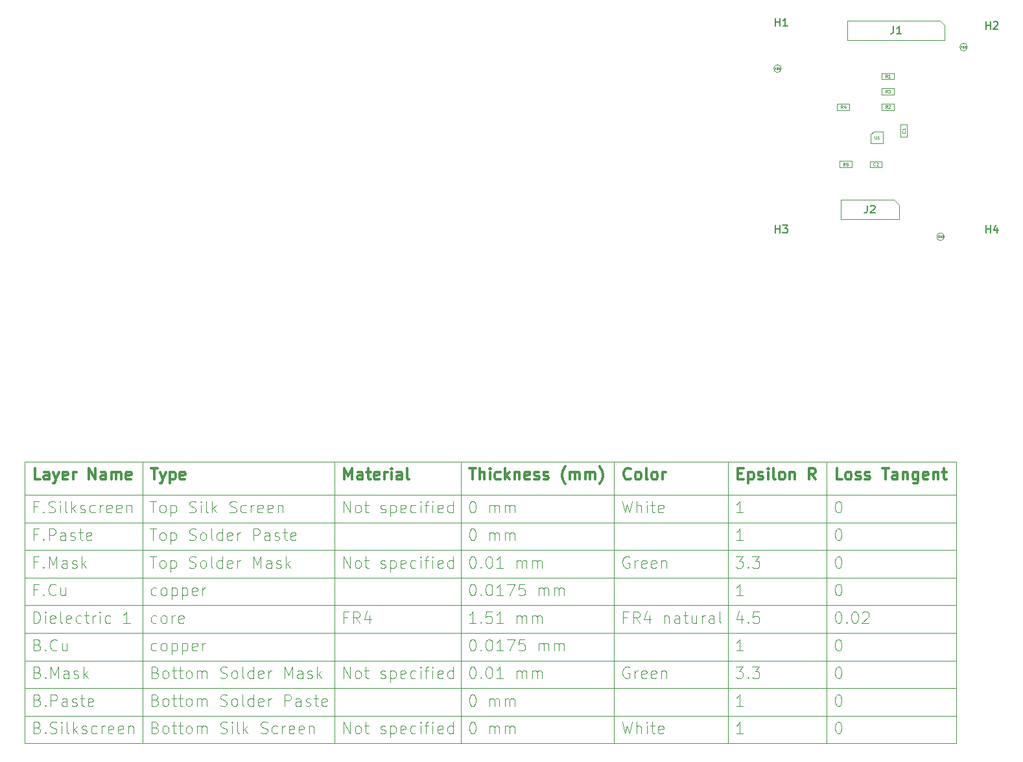
<source format=gbr>
%TF.GenerationSoftware,KiCad,Pcbnew,9.0.3*%
%TF.CreationDate,2025-08-01T20:51:34+05:30*%
%TF.ProjectId,BQ27621-G1_Breakout_Board_v1,42513237-3632-4312-9d47-315f42726561,rev?*%
%TF.SameCoordinates,Original*%
%TF.FileFunction,AssemblyDrawing,Top*%
%FSLAX46Y46*%
G04 Gerber Fmt 4.6, Leading zero omitted, Abs format (unit mm)*
G04 Created by KiCad (PCBNEW 9.0.3) date 2025-08-01 20:51:34*
%MOMM*%
%LPD*%
G01*
G04 APERTURE LIST*
%ADD10C,0.100000*%
%ADD11C,0.300000*%
%ADD12C,0.150000*%
%ADD13C,0.060000*%
%ADD14C,0.040000*%
%ADD15C,0.057000*%
G04 APERTURE END LIST*
D10*
X27900000Y-176662000D02*
X149585716Y-176662000D01*
X149585716Y-139900000D02*
X149585716Y-176662000D01*
X27900000Y-158632000D02*
X149585716Y-158632000D01*
X27900000Y-147814000D02*
X149585716Y-147814000D01*
X27900000Y-155026000D02*
X149585716Y-155026000D01*
X119742857Y-139900000D02*
X119742857Y-176662000D01*
X68357142Y-139900000D02*
X68357142Y-176662000D01*
X27900000Y-139900000D02*
X27900000Y-176662000D01*
X27900000Y-173056000D02*
X149585716Y-173056000D01*
X43285714Y-139900000D02*
X43285714Y-176662000D01*
X104885715Y-139900000D02*
X104885715Y-176662000D01*
X27900000Y-169450000D02*
X149585716Y-169450000D01*
X27900000Y-151420000D02*
X149585716Y-151420000D01*
X27900000Y-144208000D02*
X149585716Y-144208000D01*
X27900000Y-139900000D02*
X149585716Y-139900000D01*
X132628572Y-139900000D02*
X132628572Y-176662000D01*
X27900000Y-165844000D02*
X149585716Y-165844000D01*
X84857143Y-139900000D02*
X84857143Y-176662000D01*
X27900000Y-162238000D02*
X149585716Y-162238000D01*
X45101503Y-157270800D02*
X44958645Y-157342228D01*
X44958645Y-157342228D02*
X44672931Y-157342228D01*
X44672931Y-157342228D02*
X44530074Y-157270800D01*
X44530074Y-157270800D02*
X44458645Y-157199371D01*
X44458645Y-157199371D02*
X44387217Y-157056514D01*
X44387217Y-157056514D02*
X44387217Y-156627942D01*
X44387217Y-156627942D02*
X44458645Y-156485085D01*
X44458645Y-156485085D02*
X44530074Y-156413657D01*
X44530074Y-156413657D02*
X44672931Y-156342228D01*
X44672931Y-156342228D02*
X44958645Y-156342228D01*
X44958645Y-156342228D02*
X45101503Y-156413657D01*
X45958645Y-157342228D02*
X45815788Y-157270800D01*
X45815788Y-157270800D02*
X45744359Y-157199371D01*
X45744359Y-157199371D02*
X45672931Y-157056514D01*
X45672931Y-157056514D02*
X45672931Y-156627942D01*
X45672931Y-156627942D02*
X45744359Y-156485085D01*
X45744359Y-156485085D02*
X45815788Y-156413657D01*
X45815788Y-156413657D02*
X45958645Y-156342228D01*
X45958645Y-156342228D02*
X46172931Y-156342228D01*
X46172931Y-156342228D02*
X46315788Y-156413657D01*
X46315788Y-156413657D02*
X46387217Y-156485085D01*
X46387217Y-156485085D02*
X46458645Y-156627942D01*
X46458645Y-156627942D02*
X46458645Y-157056514D01*
X46458645Y-157056514D02*
X46387217Y-157199371D01*
X46387217Y-157199371D02*
X46315788Y-157270800D01*
X46315788Y-157270800D02*
X46172931Y-157342228D01*
X46172931Y-157342228D02*
X45958645Y-157342228D01*
X47101502Y-156342228D02*
X47101502Y-157842228D01*
X47101502Y-156413657D02*
X47244360Y-156342228D01*
X47244360Y-156342228D02*
X47530074Y-156342228D01*
X47530074Y-156342228D02*
X47672931Y-156413657D01*
X47672931Y-156413657D02*
X47744360Y-156485085D01*
X47744360Y-156485085D02*
X47815788Y-156627942D01*
X47815788Y-156627942D02*
X47815788Y-157056514D01*
X47815788Y-157056514D02*
X47744360Y-157199371D01*
X47744360Y-157199371D02*
X47672931Y-157270800D01*
X47672931Y-157270800D02*
X47530074Y-157342228D01*
X47530074Y-157342228D02*
X47244360Y-157342228D01*
X47244360Y-157342228D02*
X47101502Y-157270800D01*
X48458645Y-156342228D02*
X48458645Y-157842228D01*
X48458645Y-156413657D02*
X48601503Y-156342228D01*
X48601503Y-156342228D02*
X48887217Y-156342228D01*
X48887217Y-156342228D02*
X49030074Y-156413657D01*
X49030074Y-156413657D02*
X49101503Y-156485085D01*
X49101503Y-156485085D02*
X49172931Y-156627942D01*
X49172931Y-156627942D02*
X49172931Y-157056514D01*
X49172931Y-157056514D02*
X49101503Y-157199371D01*
X49101503Y-157199371D02*
X49030074Y-157270800D01*
X49030074Y-157270800D02*
X48887217Y-157342228D01*
X48887217Y-157342228D02*
X48601503Y-157342228D01*
X48601503Y-157342228D02*
X48458645Y-157270800D01*
X50387217Y-157270800D02*
X50244360Y-157342228D01*
X50244360Y-157342228D02*
X49958646Y-157342228D01*
X49958646Y-157342228D02*
X49815788Y-157270800D01*
X49815788Y-157270800D02*
X49744360Y-157127942D01*
X49744360Y-157127942D02*
X49744360Y-156556514D01*
X49744360Y-156556514D02*
X49815788Y-156413657D01*
X49815788Y-156413657D02*
X49958646Y-156342228D01*
X49958646Y-156342228D02*
X50244360Y-156342228D01*
X50244360Y-156342228D02*
X50387217Y-156413657D01*
X50387217Y-156413657D02*
X50458646Y-156556514D01*
X50458646Y-156556514D02*
X50458646Y-156699371D01*
X50458646Y-156699371D02*
X49744360Y-156842228D01*
X51101502Y-157342228D02*
X51101502Y-156342228D01*
X51101502Y-156627942D02*
X51172931Y-156485085D01*
X51172931Y-156485085D02*
X51244360Y-156413657D01*
X51244360Y-156413657D02*
X51387217Y-156342228D01*
X51387217Y-156342228D02*
X51530074Y-156342228D01*
X69530073Y-146524228D02*
X69530073Y-145024228D01*
X69530073Y-145024228D02*
X70387216Y-146524228D01*
X70387216Y-146524228D02*
X70387216Y-145024228D01*
X71315788Y-146524228D02*
X71172931Y-146452800D01*
X71172931Y-146452800D02*
X71101502Y-146381371D01*
X71101502Y-146381371D02*
X71030074Y-146238514D01*
X71030074Y-146238514D02*
X71030074Y-145809942D01*
X71030074Y-145809942D02*
X71101502Y-145667085D01*
X71101502Y-145667085D02*
X71172931Y-145595657D01*
X71172931Y-145595657D02*
X71315788Y-145524228D01*
X71315788Y-145524228D02*
X71530074Y-145524228D01*
X71530074Y-145524228D02*
X71672931Y-145595657D01*
X71672931Y-145595657D02*
X71744360Y-145667085D01*
X71744360Y-145667085D02*
X71815788Y-145809942D01*
X71815788Y-145809942D02*
X71815788Y-146238514D01*
X71815788Y-146238514D02*
X71744360Y-146381371D01*
X71744360Y-146381371D02*
X71672931Y-146452800D01*
X71672931Y-146452800D02*
X71530074Y-146524228D01*
X71530074Y-146524228D02*
X71315788Y-146524228D01*
X72244360Y-145524228D02*
X72815788Y-145524228D01*
X72458645Y-145024228D02*
X72458645Y-146309942D01*
X72458645Y-146309942D02*
X72530074Y-146452800D01*
X72530074Y-146452800D02*
X72672931Y-146524228D01*
X72672931Y-146524228D02*
X72815788Y-146524228D01*
X74387217Y-146452800D02*
X74530074Y-146524228D01*
X74530074Y-146524228D02*
X74815788Y-146524228D01*
X74815788Y-146524228D02*
X74958645Y-146452800D01*
X74958645Y-146452800D02*
X75030074Y-146309942D01*
X75030074Y-146309942D02*
X75030074Y-146238514D01*
X75030074Y-146238514D02*
X74958645Y-146095657D01*
X74958645Y-146095657D02*
X74815788Y-146024228D01*
X74815788Y-146024228D02*
X74601503Y-146024228D01*
X74601503Y-146024228D02*
X74458645Y-145952800D01*
X74458645Y-145952800D02*
X74387217Y-145809942D01*
X74387217Y-145809942D02*
X74387217Y-145738514D01*
X74387217Y-145738514D02*
X74458645Y-145595657D01*
X74458645Y-145595657D02*
X74601503Y-145524228D01*
X74601503Y-145524228D02*
X74815788Y-145524228D01*
X74815788Y-145524228D02*
X74958645Y-145595657D01*
X75672931Y-145524228D02*
X75672931Y-147024228D01*
X75672931Y-145595657D02*
X75815789Y-145524228D01*
X75815789Y-145524228D02*
X76101503Y-145524228D01*
X76101503Y-145524228D02*
X76244360Y-145595657D01*
X76244360Y-145595657D02*
X76315789Y-145667085D01*
X76315789Y-145667085D02*
X76387217Y-145809942D01*
X76387217Y-145809942D02*
X76387217Y-146238514D01*
X76387217Y-146238514D02*
X76315789Y-146381371D01*
X76315789Y-146381371D02*
X76244360Y-146452800D01*
X76244360Y-146452800D02*
X76101503Y-146524228D01*
X76101503Y-146524228D02*
X75815789Y-146524228D01*
X75815789Y-146524228D02*
X75672931Y-146452800D01*
X77601503Y-146452800D02*
X77458646Y-146524228D01*
X77458646Y-146524228D02*
X77172932Y-146524228D01*
X77172932Y-146524228D02*
X77030074Y-146452800D01*
X77030074Y-146452800D02*
X76958646Y-146309942D01*
X76958646Y-146309942D02*
X76958646Y-145738514D01*
X76958646Y-145738514D02*
X77030074Y-145595657D01*
X77030074Y-145595657D02*
X77172932Y-145524228D01*
X77172932Y-145524228D02*
X77458646Y-145524228D01*
X77458646Y-145524228D02*
X77601503Y-145595657D01*
X77601503Y-145595657D02*
X77672932Y-145738514D01*
X77672932Y-145738514D02*
X77672932Y-145881371D01*
X77672932Y-145881371D02*
X76958646Y-146024228D01*
X78958646Y-146452800D02*
X78815788Y-146524228D01*
X78815788Y-146524228D02*
X78530074Y-146524228D01*
X78530074Y-146524228D02*
X78387217Y-146452800D01*
X78387217Y-146452800D02*
X78315788Y-146381371D01*
X78315788Y-146381371D02*
X78244360Y-146238514D01*
X78244360Y-146238514D02*
X78244360Y-145809942D01*
X78244360Y-145809942D02*
X78315788Y-145667085D01*
X78315788Y-145667085D02*
X78387217Y-145595657D01*
X78387217Y-145595657D02*
X78530074Y-145524228D01*
X78530074Y-145524228D02*
X78815788Y-145524228D01*
X78815788Y-145524228D02*
X78958646Y-145595657D01*
X79601502Y-146524228D02*
X79601502Y-145524228D01*
X79601502Y-145024228D02*
X79530074Y-145095657D01*
X79530074Y-145095657D02*
X79601502Y-145167085D01*
X79601502Y-145167085D02*
X79672931Y-145095657D01*
X79672931Y-145095657D02*
X79601502Y-145024228D01*
X79601502Y-145024228D02*
X79601502Y-145167085D01*
X80101503Y-145524228D02*
X80672931Y-145524228D01*
X80315788Y-146524228D02*
X80315788Y-145238514D01*
X80315788Y-145238514D02*
X80387217Y-145095657D01*
X80387217Y-145095657D02*
X80530074Y-145024228D01*
X80530074Y-145024228D02*
X80672931Y-145024228D01*
X81172931Y-146524228D02*
X81172931Y-145524228D01*
X81172931Y-145024228D02*
X81101503Y-145095657D01*
X81101503Y-145095657D02*
X81172931Y-145167085D01*
X81172931Y-145167085D02*
X81244360Y-145095657D01*
X81244360Y-145095657D02*
X81172931Y-145024228D01*
X81172931Y-145024228D02*
X81172931Y-145167085D01*
X82458646Y-146452800D02*
X82315789Y-146524228D01*
X82315789Y-146524228D02*
X82030075Y-146524228D01*
X82030075Y-146524228D02*
X81887217Y-146452800D01*
X81887217Y-146452800D02*
X81815789Y-146309942D01*
X81815789Y-146309942D02*
X81815789Y-145738514D01*
X81815789Y-145738514D02*
X81887217Y-145595657D01*
X81887217Y-145595657D02*
X82030075Y-145524228D01*
X82030075Y-145524228D02*
X82315789Y-145524228D01*
X82315789Y-145524228D02*
X82458646Y-145595657D01*
X82458646Y-145595657D02*
X82530075Y-145738514D01*
X82530075Y-145738514D02*
X82530075Y-145881371D01*
X82530075Y-145881371D02*
X81815789Y-146024228D01*
X83815789Y-146524228D02*
X83815789Y-145024228D01*
X83815789Y-146452800D02*
X83672931Y-146524228D01*
X83672931Y-146524228D02*
X83387217Y-146524228D01*
X83387217Y-146524228D02*
X83244360Y-146452800D01*
X83244360Y-146452800D02*
X83172931Y-146381371D01*
X83172931Y-146381371D02*
X83101503Y-146238514D01*
X83101503Y-146238514D02*
X83101503Y-145809942D01*
X83101503Y-145809942D02*
X83172931Y-145667085D01*
X83172931Y-145667085D02*
X83244360Y-145595657D01*
X83244360Y-145595657D02*
X83387217Y-145524228D01*
X83387217Y-145524228D02*
X83672931Y-145524228D01*
X83672931Y-145524228D02*
X83815789Y-145595657D01*
X86315789Y-155842228D02*
X86458646Y-155842228D01*
X86458646Y-155842228D02*
X86601503Y-155913657D01*
X86601503Y-155913657D02*
X86672932Y-155985085D01*
X86672932Y-155985085D02*
X86744360Y-156127942D01*
X86744360Y-156127942D02*
X86815789Y-156413657D01*
X86815789Y-156413657D02*
X86815789Y-156770800D01*
X86815789Y-156770800D02*
X86744360Y-157056514D01*
X86744360Y-157056514D02*
X86672932Y-157199371D01*
X86672932Y-157199371D02*
X86601503Y-157270800D01*
X86601503Y-157270800D02*
X86458646Y-157342228D01*
X86458646Y-157342228D02*
X86315789Y-157342228D01*
X86315789Y-157342228D02*
X86172932Y-157270800D01*
X86172932Y-157270800D02*
X86101503Y-157199371D01*
X86101503Y-157199371D02*
X86030074Y-157056514D01*
X86030074Y-157056514D02*
X85958646Y-156770800D01*
X85958646Y-156770800D02*
X85958646Y-156413657D01*
X85958646Y-156413657D02*
X86030074Y-156127942D01*
X86030074Y-156127942D02*
X86101503Y-155985085D01*
X86101503Y-155985085D02*
X86172932Y-155913657D01*
X86172932Y-155913657D02*
X86315789Y-155842228D01*
X87458645Y-157199371D02*
X87530074Y-157270800D01*
X87530074Y-157270800D02*
X87458645Y-157342228D01*
X87458645Y-157342228D02*
X87387217Y-157270800D01*
X87387217Y-157270800D02*
X87458645Y-157199371D01*
X87458645Y-157199371D02*
X87458645Y-157342228D01*
X88458646Y-155842228D02*
X88601503Y-155842228D01*
X88601503Y-155842228D02*
X88744360Y-155913657D01*
X88744360Y-155913657D02*
X88815789Y-155985085D01*
X88815789Y-155985085D02*
X88887217Y-156127942D01*
X88887217Y-156127942D02*
X88958646Y-156413657D01*
X88958646Y-156413657D02*
X88958646Y-156770800D01*
X88958646Y-156770800D02*
X88887217Y-157056514D01*
X88887217Y-157056514D02*
X88815789Y-157199371D01*
X88815789Y-157199371D02*
X88744360Y-157270800D01*
X88744360Y-157270800D02*
X88601503Y-157342228D01*
X88601503Y-157342228D02*
X88458646Y-157342228D01*
X88458646Y-157342228D02*
X88315789Y-157270800D01*
X88315789Y-157270800D02*
X88244360Y-157199371D01*
X88244360Y-157199371D02*
X88172931Y-157056514D01*
X88172931Y-157056514D02*
X88101503Y-156770800D01*
X88101503Y-156770800D02*
X88101503Y-156413657D01*
X88101503Y-156413657D02*
X88172931Y-156127942D01*
X88172931Y-156127942D02*
X88244360Y-155985085D01*
X88244360Y-155985085D02*
X88315789Y-155913657D01*
X88315789Y-155913657D02*
X88458646Y-155842228D01*
X90387217Y-157342228D02*
X89530074Y-157342228D01*
X89958645Y-157342228D02*
X89958645Y-155842228D01*
X89958645Y-155842228D02*
X89815788Y-156056514D01*
X89815788Y-156056514D02*
X89672931Y-156199371D01*
X89672931Y-156199371D02*
X89530074Y-156270800D01*
X90887216Y-155842228D02*
X91887216Y-155842228D01*
X91887216Y-155842228D02*
X91244359Y-157342228D01*
X93172930Y-155842228D02*
X92458644Y-155842228D01*
X92458644Y-155842228D02*
X92387216Y-156556514D01*
X92387216Y-156556514D02*
X92458644Y-156485085D01*
X92458644Y-156485085D02*
X92601502Y-156413657D01*
X92601502Y-156413657D02*
X92958644Y-156413657D01*
X92958644Y-156413657D02*
X93101502Y-156485085D01*
X93101502Y-156485085D02*
X93172930Y-156556514D01*
X93172930Y-156556514D02*
X93244359Y-156699371D01*
X93244359Y-156699371D02*
X93244359Y-157056514D01*
X93244359Y-157056514D02*
X93172930Y-157199371D01*
X93172930Y-157199371D02*
X93101502Y-157270800D01*
X93101502Y-157270800D02*
X92958644Y-157342228D01*
X92958644Y-157342228D02*
X92601502Y-157342228D01*
X92601502Y-157342228D02*
X92458644Y-157270800D01*
X92458644Y-157270800D02*
X92387216Y-157199371D01*
X95030072Y-157342228D02*
X95030072Y-156342228D01*
X95030072Y-156485085D02*
X95101501Y-156413657D01*
X95101501Y-156413657D02*
X95244358Y-156342228D01*
X95244358Y-156342228D02*
X95458644Y-156342228D01*
X95458644Y-156342228D02*
X95601501Y-156413657D01*
X95601501Y-156413657D02*
X95672930Y-156556514D01*
X95672930Y-156556514D02*
X95672930Y-157342228D01*
X95672930Y-156556514D02*
X95744358Y-156413657D01*
X95744358Y-156413657D02*
X95887215Y-156342228D01*
X95887215Y-156342228D02*
X96101501Y-156342228D01*
X96101501Y-156342228D02*
X96244358Y-156413657D01*
X96244358Y-156413657D02*
X96315787Y-156556514D01*
X96315787Y-156556514D02*
X96315787Y-157342228D01*
X97030072Y-157342228D02*
X97030072Y-156342228D01*
X97030072Y-156485085D02*
X97101501Y-156413657D01*
X97101501Y-156413657D02*
X97244358Y-156342228D01*
X97244358Y-156342228D02*
X97458644Y-156342228D01*
X97458644Y-156342228D02*
X97601501Y-156413657D01*
X97601501Y-156413657D02*
X97672930Y-156556514D01*
X97672930Y-156556514D02*
X97672930Y-157342228D01*
X97672930Y-156556514D02*
X97744358Y-156413657D01*
X97744358Y-156413657D02*
X97887215Y-156342228D01*
X97887215Y-156342228D02*
X98101501Y-156342228D01*
X98101501Y-156342228D02*
X98244358Y-156413657D01*
X98244358Y-156413657D02*
X98315787Y-156556514D01*
X98315787Y-156556514D02*
X98315787Y-157342228D01*
X106558646Y-160162514D02*
X106058646Y-160162514D01*
X106058646Y-160948228D02*
X106058646Y-159448228D01*
X106058646Y-159448228D02*
X106772932Y-159448228D01*
X108201503Y-160948228D02*
X107701503Y-160233942D01*
X107344360Y-160948228D02*
X107344360Y-159448228D01*
X107344360Y-159448228D02*
X107915789Y-159448228D01*
X107915789Y-159448228D02*
X108058646Y-159519657D01*
X108058646Y-159519657D02*
X108130075Y-159591085D01*
X108130075Y-159591085D02*
X108201503Y-159733942D01*
X108201503Y-159733942D02*
X108201503Y-159948228D01*
X108201503Y-159948228D02*
X108130075Y-160091085D01*
X108130075Y-160091085D02*
X108058646Y-160162514D01*
X108058646Y-160162514D02*
X107915789Y-160233942D01*
X107915789Y-160233942D02*
X107344360Y-160233942D01*
X109487218Y-159948228D02*
X109487218Y-160948228D01*
X109130075Y-159376800D02*
X108772932Y-160448228D01*
X108772932Y-160448228D02*
X109701503Y-160448228D01*
X111415788Y-159948228D02*
X111415788Y-160948228D01*
X111415788Y-160091085D02*
X111487217Y-160019657D01*
X111487217Y-160019657D02*
X111630074Y-159948228D01*
X111630074Y-159948228D02*
X111844360Y-159948228D01*
X111844360Y-159948228D02*
X111987217Y-160019657D01*
X111987217Y-160019657D02*
X112058646Y-160162514D01*
X112058646Y-160162514D02*
X112058646Y-160948228D01*
X113415789Y-160948228D02*
X113415789Y-160162514D01*
X113415789Y-160162514D02*
X113344360Y-160019657D01*
X113344360Y-160019657D02*
X113201503Y-159948228D01*
X113201503Y-159948228D02*
X112915789Y-159948228D01*
X112915789Y-159948228D02*
X112772931Y-160019657D01*
X113415789Y-160876800D02*
X113272931Y-160948228D01*
X113272931Y-160948228D02*
X112915789Y-160948228D01*
X112915789Y-160948228D02*
X112772931Y-160876800D01*
X112772931Y-160876800D02*
X112701503Y-160733942D01*
X112701503Y-160733942D02*
X112701503Y-160591085D01*
X112701503Y-160591085D02*
X112772931Y-160448228D01*
X112772931Y-160448228D02*
X112915789Y-160376800D01*
X112915789Y-160376800D02*
X113272931Y-160376800D01*
X113272931Y-160376800D02*
X113415789Y-160305371D01*
X113915789Y-159948228D02*
X114487217Y-159948228D01*
X114130074Y-159448228D02*
X114130074Y-160733942D01*
X114130074Y-160733942D02*
X114201503Y-160876800D01*
X114201503Y-160876800D02*
X114344360Y-160948228D01*
X114344360Y-160948228D02*
X114487217Y-160948228D01*
X115630075Y-159948228D02*
X115630075Y-160948228D01*
X114987217Y-159948228D02*
X114987217Y-160733942D01*
X114987217Y-160733942D02*
X115058646Y-160876800D01*
X115058646Y-160876800D02*
X115201503Y-160948228D01*
X115201503Y-160948228D02*
X115415789Y-160948228D01*
X115415789Y-160948228D02*
X115558646Y-160876800D01*
X115558646Y-160876800D02*
X115630075Y-160805371D01*
X116344360Y-160948228D02*
X116344360Y-159948228D01*
X116344360Y-160233942D02*
X116415789Y-160091085D01*
X116415789Y-160091085D02*
X116487218Y-160019657D01*
X116487218Y-160019657D02*
X116630075Y-159948228D01*
X116630075Y-159948228D02*
X116772932Y-159948228D01*
X117915789Y-160948228D02*
X117915789Y-160162514D01*
X117915789Y-160162514D02*
X117844360Y-160019657D01*
X117844360Y-160019657D02*
X117701503Y-159948228D01*
X117701503Y-159948228D02*
X117415789Y-159948228D01*
X117415789Y-159948228D02*
X117272931Y-160019657D01*
X117915789Y-160876800D02*
X117772931Y-160948228D01*
X117772931Y-160948228D02*
X117415789Y-160948228D01*
X117415789Y-160948228D02*
X117272931Y-160876800D01*
X117272931Y-160876800D02*
X117201503Y-160733942D01*
X117201503Y-160733942D02*
X117201503Y-160591085D01*
X117201503Y-160591085D02*
X117272931Y-160448228D01*
X117272931Y-160448228D02*
X117415789Y-160376800D01*
X117415789Y-160376800D02*
X117772931Y-160376800D01*
X117772931Y-160376800D02*
X117915789Y-160305371D01*
X118844360Y-160948228D02*
X118701503Y-160876800D01*
X118701503Y-160876800D02*
X118630074Y-160733942D01*
X118630074Y-160733942D02*
X118630074Y-159448228D01*
X86315789Y-173872228D02*
X86458646Y-173872228D01*
X86458646Y-173872228D02*
X86601503Y-173943657D01*
X86601503Y-173943657D02*
X86672932Y-174015085D01*
X86672932Y-174015085D02*
X86744360Y-174157942D01*
X86744360Y-174157942D02*
X86815789Y-174443657D01*
X86815789Y-174443657D02*
X86815789Y-174800800D01*
X86815789Y-174800800D02*
X86744360Y-175086514D01*
X86744360Y-175086514D02*
X86672932Y-175229371D01*
X86672932Y-175229371D02*
X86601503Y-175300800D01*
X86601503Y-175300800D02*
X86458646Y-175372228D01*
X86458646Y-175372228D02*
X86315789Y-175372228D01*
X86315789Y-175372228D02*
X86172932Y-175300800D01*
X86172932Y-175300800D02*
X86101503Y-175229371D01*
X86101503Y-175229371D02*
X86030074Y-175086514D01*
X86030074Y-175086514D02*
X85958646Y-174800800D01*
X85958646Y-174800800D02*
X85958646Y-174443657D01*
X85958646Y-174443657D02*
X86030074Y-174157942D01*
X86030074Y-174157942D02*
X86101503Y-174015085D01*
X86101503Y-174015085D02*
X86172932Y-173943657D01*
X86172932Y-173943657D02*
X86315789Y-173872228D01*
X88601502Y-175372228D02*
X88601502Y-174372228D01*
X88601502Y-174515085D02*
X88672931Y-174443657D01*
X88672931Y-174443657D02*
X88815788Y-174372228D01*
X88815788Y-174372228D02*
X89030074Y-174372228D01*
X89030074Y-174372228D02*
X89172931Y-174443657D01*
X89172931Y-174443657D02*
X89244360Y-174586514D01*
X89244360Y-174586514D02*
X89244360Y-175372228D01*
X89244360Y-174586514D02*
X89315788Y-174443657D01*
X89315788Y-174443657D02*
X89458645Y-174372228D01*
X89458645Y-174372228D02*
X89672931Y-174372228D01*
X89672931Y-174372228D02*
X89815788Y-174443657D01*
X89815788Y-174443657D02*
X89887217Y-174586514D01*
X89887217Y-174586514D02*
X89887217Y-175372228D01*
X90601502Y-175372228D02*
X90601502Y-174372228D01*
X90601502Y-174515085D02*
X90672931Y-174443657D01*
X90672931Y-174443657D02*
X90815788Y-174372228D01*
X90815788Y-174372228D02*
X91030074Y-174372228D01*
X91030074Y-174372228D02*
X91172931Y-174443657D01*
X91172931Y-174443657D02*
X91244360Y-174586514D01*
X91244360Y-174586514D02*
X91244360Y-175372228D01*
X91244360Y-174586514D02*
X91315788Y-174443657D01*
X91315788Y-174443657D02*
X91458645Y-174372228D01*
X91458645Y-174372228D02*
X91672931Y-174372228D01*
X91672931Y-174372228D02*
X91815788Y-174443657D01*
X91815788Y-174443657D02*
X91887217Y-174586514D01*
X91887217Y-174586514D02*
X91887217Y-175372228D01*
D11*
X44375939Y-140705828D02*
X45233082Y-140705828D01*
X44804510Y-142205828D02*
X44804510Y-140705828D01*
X45590224Y-141205828D02*
X45947367Y-142205828D01*
X46304510Y-141205828D02*
X45947367Y-142205828D01*
X45947367Y-142205828D02*
X45804510Y-142562971D01*
X45804510Y-142562971D02*
X45733081Y-142634400D01*
X45733081Y-142634400D02*
X45590224Y-142705828D01*
X46875938Y-141205828D02*
X46875938Y-142705828D01*
X46875938Y-141277257D02*
X47018796Y-141205828D01*
X47018796Y-141205828D02*
X47304510Y-141205828D01*
X47304510Y-141205828D02*
X47447367Y-141277257D01*
X47447367Y-141277257D02*
X47518796Y-141348685D01*
X47518796Y-141348685D02*
X47590224Y-141491542D01*
X47590224Y-141491542D02*
X47590224Y-141920114D01*
X47590224Y-141920114D02*
X47518796Y-142062971D01*
X47518796Y-142062971D02*
X47447367Y-142134400D01*
X47447367Y-142134400D02*
X47304510Y-142205828D01*
X47304510Y-142205828D02*
X47018796Y-142205828D01*
X47018796Y-142205828D02*
X46875938Y-142134400D01*
X48804510Y-142134400D02*
X48661653Y-142205828D01*
X48661653Y-142205828D02*
X48375939Y-142205828D01*
X48375939Y-142205828D02*
X48233081Y-142134400D01*
X48233081Y-142134400D02*
X48161653Y-141991542D01*
X48161653Y-141991542D02*
X48161653Y-141420114D01*
X48161653Y-141420114D02*
X48233081Y-141277257D01*
X48233081Y-141277257D02*
X48375939Y-141205828D01*
X48375939Y-141205828D02*
X48661653Y-141205828D01*
X48661653Y-141205828D02*
X48804510Y-141277257D01*
X48804510Y-141277257D02*
X48875939Y-141420114D01*
X48875939Y-141420114D02*
X48875939Y-141562971D01*
X48875939Y-141562971D02*
X48161653Y-141705828D01*
D10*
X44958645Y-174586514D02*
X45172931Y-174657942D01*
X45172931Y-174657942D02*
X45244360Y-174729371D01*
X45244360Y-174729371D02*
X45315788Y-174872228D01*
X45315788Y-174872228D02*
X45315788Y-175086514D01*
X45315788Y-175086514D02*
X45244360Y-175229371D01*
X45244360Y-175229371D02*
X45172931Y-175300800D01*
X45172931Y-175300800D02*
X45030074Y-175372228D01*
X45030074Y-175372228D02*
X44458645Y-175372228D01*
X44458645Y-175372228D02*
X44458645Y-173872228D01*
X44458645Y-173872228D02*
X44958645Y-173872228D01*
X44958645Y-173872228D02*
X45101503Y-173943657D01*
X45101503Y-173943657D02*
X45172931Y-174015085D01*
X45172931Y-174015085D02*
X45244360Y-174157942D01*
X45244360Y-174157942D02*
X45244360Y-174300800D01*
X45244360Y-174300800D02*
X45172931Y-174443657D01*
X45172931Y-174443657D02*
X45101503Y-174515085D01*
X45101503Y-174515085D02*
X44958645Y-174586514D01*
X44958645Y-174586514D02*
X44458645Y-174586514D01*
X46172931Y-175372228D02*
X46030074Y-175300800D01*
X46030074Y-175300800D02*
X45958645Y-175229371D01*
X45958645Y-175229371D02*
X45887217Y-175086514D01*
X45887217Y-175086514D02*
X45887217Y-174657942D01*
X45887217Y-174657942D02*
X45958645Y-174515085D01*
X45958645Y-174515085D02*
X46030074Y-174443657D01*
X46030074Y-174443657D02*
X46172931Y-174372228D01*
X46172931Y-174372228D02*
X46387217Y-174372228D01*
X46387217Y-174372228D02*
X46530074Y-174443657D01*
X46530074Y-174443657D02*
X46601503Y-174515085D01*
X46601503Y-174515085D02*
X46672931Y-174657942D01*
X46672931Y-174657942D02*
X46672931Y-175086514D01*
X46672931Y-175086514D02*
X46601503Y-175229371D01*
X46601503Y-175229371D02*
X46530074Y-175300800D01*
X46530074Y-175300800D02*
X46387217Y-175372228D01*
X46387217Y-175372228D02*
X46172931Y-175372228D01*
X47101503Y-174372228D02*
X47672931Y-174372228D01*
X47315788Y-173872228D02*
X47315788Y-175157942D01*
X47315788Y-175157942D02*
X47387217Y-175300800D01*
X47387217Y-175300800D02*
X47530074Y-175372228D01*
X47530074Y-175372228D02*
X47672931Y-175372228D01*
X47958646Y-174372228D02*
X48530074Y-174372228D01*
X48172931Y-173872228D02*
X48172931Y-175157942D01*
X48172931Y-175157942D02*
X48244360Y-175300800D01*
X48244360Y-175300800D02*
X48387217Y-175372228D01*
X48387217Y-175372228D02*
X48530074Y-175372228D01*
X49244360Y-175372228D02*
X49101503Y-175300800D01*
X49101503Y-175300800D02*
X49030074Y-175229371D01*
X49030074Y-175229371D02*
X48958646Y-175086514D01*
X48958646Y-175086514D02*
X48958646Y-174657942D01*
X48958646Y-174657942D02*
X49030074Y-174515085D01*
X49030074Y-174515085D02*
X49101503Y-174443657D01*
X49101503Y-174443657D02*
X49244360Y-174372228D01*
X49244360Y-174372228D02*
X49458646Y-174372228D01*
X49458646Y-174372228D02*
X49601503Y-174443657D01*
X49601503Y-174443657D02*
X49672932Y-174515085D01*
X49672932Y-174515085D02*
X49744360Y-174657942D01*
X49744360Y-174657942D02*
X49744360Y-175086514D01*
X49744360Y-175086514D02*
X49672932Y-175229371D01*
X49672932Y-175229371D02*
X49601503Y-175300800D01*
X49601503Y-175300800D02*
X49458646Y-175372228D01*
X49458646Y-175372228D02*
X49244360Y-175372228D01*
X50387217Y-175372228D02*
X50387217Y-174372228D01*
X50387217Y-174515085D02*
X50458646Y-174443657D01*
X50458646Y-174443657D02*
X50601503Y-174372228D01*
X50601503Y-174372228D02*
X50815789Y-174372228D01*
X50815789Y-174372228D02*
X50958646Y-174443657D01*
X50958646Y-174443657D02*
X51030075Y-174586514D01*
X51030075Y-174586514D02*
X51030075Y-175372228D01*
X51030075Y-174586514D02*
X51101503Y-174443657D01*
X51101503Y-174443657D02*
X51244360Y-174372228D01*
X51244360Y-174372228D02*
X51458646Y-174372228D01*
X51458646Y-174372228D02*
X51601503Y-174443657D01*
X51601503Y-174443657D02*
X51672932Y-174586514D01*
X51672932Y-174586514D02*
X51672932Y-175372228D01*
X53458646Y-175300800D02*
X53672932Y-175372228D01*
X53672932Y-175372228D02*
X54030074Y-175372228D01*
X54030074Y-175372228D02*
X54172932Y-175300800D01*
X54172932Y-175300800D02*
X54244360Y-175229371D01*
X54244360Y-175229371D02*
X54315789Y-175086514D01*
X54315789Y-175086514D02*
X54315789Y-174943657D01*
X54315789Y-174943657D02*
X54244360Y-174800800D01*
X54244360Y-174800800D02*
X54172932Y-174729371D01*
X54172932Y-174729371D02*
X54030074Y-174657942D01*
X54030074Y-174657942D02*
X53744360Y-174586514D01*
X53744360Y-174586514D02*
X53601503Y-174515085D01*
X53601503Y-174515085D02*
X53530074Y-174443657D01*
X53530074Y-174443657D02*
X53458646Y-174300800D01*
X53458646Y-174300800D02*
X53458646Y-174157942D01*
X53458646Y-174157942D02*
X53530074Y-174015085D01*
X53530074Y-174015085D02*
X53601503Y-173943657D01*
X53601503Y-173943657D02*
X53744360Y-173872228D01*
X53744360Y-173872228D02*
X54101503Y-173872228D01*
X54101503Y-173872228D02*
X54315789Y-173943657D01*
X54958645Y-175372228D02*
X54958645Y-174372228D01*
X54958645Y-173872228D02*
X54887217Y-173943657D01*
X54887217Y-173943657D02*
X54958645Y-174015085D01*
X54958645Y-174015085D02*
X55030074Y-173943657D01*
X55030074Y-173943657D02*
X54958645Y-173872228D01*
X54958645Y-173872228D02*
X54958645Y-174015085D01*
X55887217Y-175372228D02*
X55744360Y-175300800D01*
X55744360Y-175300800D02*
X55672931Y-175157942D01*
X55672931Y-175157942D02*
X55672931Y-173872228D01*
X56458645Y-175372228D02*
X56458645Y-173872228D01*
X56601503Y-174800800D02*
X57030074Y-175372228D01*
X57030074Y-174372228D02*
X56458645Y-174943657D01*
X58744360Y-175300800D02*
X58958646Y-175372228D01*
X58958646Y-175372228D02*
X59315788Y-175372228D01*
X59315788Y-175372228D02*
X59458646Y-175300800D01*
X59458646Y-175300800D02*
X59530074Y-175229371D01*
X59530074Y-175229371D02*
X59601503Y-175086514D01*
X59601503Y-175086514D02*
X59601503Y-174943657D01*
X59601503Y-174943657D02*
X59530074Y-174800800D01*
X59530074Y-174800800D02*
X59458646Y-174729371D01*
X59458646Y-174729371D02*
X59315788Y-174657942D01*
X59315788Y-174657942D02*
X59030074Y-174586514D01*
X59030074Y-174586514D02*
X58887217Y-174515085D01*
X58887217Y-174515085D02*
X58815788Y-174443657D01*
X58815788Y-174443657D02*
X58744360Y-174300800D01*
X58744360Y-174300800D02*
X58744360Y-174157942D01*
X58744360Y-174157942D02*
X58815788Y-174015085D01*
X58815788Y-174015085D02*
X58887217Y-173943657D01*
X58887217Y-173943657D02*
X59030074Y-173872228D01*
X59030074Y-173872228D02*
X59387217Y-173872228D01*
X59387217Y-173872228D02*
X59601503Y-173943657D01*
X60887217Y-175300800D02*
X60744359Y-175372228D01*
X60744359Y-175372228D02*
X60458645Y-175372228D01*
X60458645Y-175372228D02*
X60315788Y-175300800D01*
X60315788Y-175300800D02*
X60244359Y-175229371D01*
X60244359Y-175229371D02*
X60172931Y-175086514D01*
X60172931Y-175086514D02*
X60172931Y-174657942D01*
X60172931Y-174657942D02*
X60244359Y-174515085D01*
X60244359Y-174515085D02*
X60315788Y-174443657D01*
X60315788Y-174443657D02*
X60458645Y-174372228D01*
X60458645Y-174372228D02*
X60744359Y-174372228D01*
X60744359Y-174372228D02*
X60887217Y-174443657D01*
X61530073Y-175372228D02*
X61530073Y-174372228D01*
X61530073Y-174657942D02*
X61601502Y-174515085D01*
X61601502Y-174515085D02*
X61672931Y-174443657D01*
X61672931Y-174443657D02*
X61815788Y-174372228D01*
X61815788Y-174372228D02*
X61958645Y-174372228D01*
X63030073Y-175300800D02*
X62887216Y-175372228D01*
X62887216Y-175372228D02*
X62601502Y-175372228D01*
X62601502Y-175372228D02*
X62458644Y-175300800D01*
X62458644Y-175300800D02*
X62387216Y-175157942D01*
X62387216Y-175157942D02*
X62387216Y-174586514D01*
X62387216Y-174586514D02*
X62458644Y-174443657D01*
X62458644Y-174443657D02*
X62601502Y-174372228D01*
X62601502Y-174372228D02*
X62887216Y-174372228D01*
X62887216Y-174372228D02*
X63030073Y-174443657D01*
X63030073Y-174443657D02*
X63101502Y-174586514D01*
X63101502Y-174586514D02*
X63101502Y-174729371D01*
X63101502Y-174729371D02*
X62387216Y-174872228D01*
X64315787Y-175300800D02*
X64172930Y-175372228D01*
X64172930Y-175372228D02*
X63887216Y-175372228D01*
X63887216Y-175372228D02*
X63744358Y-175300800D01*
X63744358Y-175300800D02*
X63672930Y-175157942D01*
X63672930Y-175157942D02*
X63672930Y-174586514D01*
X63672930Y-174586514D02*
X63744358Y-174443657D01*
X63744358Y-174443657D02*
X63887216Y-174372228D01*
X63887216Y-174372228D02*
X64172930Y-174372228D01*
X64172930Y-174372228D02*
X64315787Y-174443657D01*
X64315787Y-174443657D02*
X64387216Y-174586514D01*
X64387216Y-174586514D02*
X64387216Y-174729371D01*
X64387216Y-174729371D02*
X63672930Y-174872228D01*
X65030072Y-174372228D02*
X65030072Y-175372228D01*
X65030072Y-174515085D02*
X65101501Y-174443657D01*
X65101501Y-174443657D02*
X65244358Y-174372228D01*
X65244358Y-174372228D02*
X65458644Y-174372228D01*
X65458644Y-174372228D02*
X65601501Y-174443657D01*
X65601501Y-174443657D02*
X65672930Y-174586514D01*
X65672930Y-174586514D02*
X65672930Y-175372228D01*
X121701503Y-150130228D02*
X120844360Y-150130228D01*
X121272931Y-150130228D02*
X121272931Y-148630228D01*
X121272931Y-148630228D02*
X121130074Y-148844514D01*
X121130074Y-148844514D02*
X120987217Y-148987371D01*
X120987217Y-148987371D02*
X120844360Y-149058800D01*
D11*
X134647368Y-142205828D02*
X133933082Y-142205828D01*
X133933082Y-142205828D02*
X133933082Y-140705828D01*
X135361654Y-142205828D02*
X135218797Y-142134400D01*
X135218797Y-142134400D02*
X135147368Y-142062971D01*
X135147368Y-142062971D02*
X135075940Y-141920114D01*
X135075940Y-141920114D02*
X135075940Y-141491542D01*
X135075940Y-141491542D02*
X135147368Y-141348685D01*
X135147368Y-141348685D02*
X135218797Y-141277257D01*
X135218797Y-141277257D02*
X135361654Y-141205828D01*
X135361654Y-141205828D02*
X135575940Y-141205828D01*
X135575940Y-141205828D02*
X135718797Y-141277257D01*
X135718797Y-141277257D02*
X135790226Y-141348685D01*
X135790226Y-141348685D02*
X135861654Y-141491542D01*
X135861654Y-141491542D02*
X135861654Y-141920114D01*
X135861654Y-141920114D02*
X135790226Y-142062971D01*
X135790226Y-142062971D02*
X135718797Y-142134400D01*
X135718797Y-142134400D02*
X135575940Y-142205828D01*
X135575940Y-142205828D02*
X135361654Y-142205828D01*
X136433083Y-142134400D02*
X136575940Y-142205828D01*
X136575940Y-142205828D02*
X136861654Y-142205828D01*
X136861654Y-142205828D02*
X137004511Y-142134400D01*
X137004511Y-142134400D02*
X137075940Y-141991542D01*
X137075940Y-141991542D02*
X137075940Y-141920114D01*
X137075940Y-141920114D02*
X137004511Y-141777257D01*
X137004511Y-141777257D02*
X136861654Y-141705828D01*
X136861654Y-141705828D02*
X136647369Y-141705828D01*
X136647369Y-141705828D02*
X136504511Y-141634400D01*
X136504511Y-141634400D02*
X136433083Y-141491542D01*
X136433083Y-141491542D02*
X136433083Y-141420114D01*
X136433083Y-141420114D02*
X136504511Y-141277257D01*
X136504511Y-141277257D02*
X136647369Y-141205828D01*
X136647369Y-141205828D02*
X136861654Y-141205828D01*
X136861654Y-141205828D02*
X137004511Y-141277257D01*
X137647369Y-142134400D02*
X137790226Y-142205828D01*
X137790226Y-142205828D02*
X138075940Y-142205828D01*
X138075940Y-142205828D02*
X138218797Y-142134400D01*
X138218797Y-142134400D02*
X138290226Y-141991542D01*
X138290226Y-141991542D02*
X138290226Y-141920114D01*
X138290226Y-141920114D02*
X138218797Y-141777257D01*
X138218797Y-141777257D02*
X138075940Y-141705828D01*
X138075940Y-141705828D02*
X137861655Y-141705828D01*
X137861655Y-141705828D02*
X137718797Y-141634400D01*
X137718797Y-141634400D02*
X137647369Y-141491542D01*
X137647369Y-141491542D02*
X137647369Y-141420114D01*
X137647369Y-141420114D02*
X137718797Y-141277257D01*
X137718797Y-141277257D02*
X137861655Y-141205828D01*
X137861655Y-141205828D02*
X138075940Y-141205828D01*
X138075940Y-141205828D02*
X138218797Y-141277257D01*
X139861655Y-140705828D02*
X140718798Y-140705828D01*
X140290226Y-142205828D02*
X140290226Y-140705828D01*
X141861655Y-142205828D02*
X141861655Y-141420114D01*
X141861655Y-141420114D02*
X141790226Y-141277257D01*
X141790226Y-141277257D02*
X141647369Y-141205828D01*
X141647369Y-141205828D02*
X141361655Y-141205828D01*
X141361655Y-141205828D02*
X141218797Y-141277257D01*
X141861655Y-142134400D02*
X141718797Y-142205828D01*
X141718797Y-142205828D02*
X141361655Y-142205828D01*
X141361655Y-142205828D02*
X141218797Y-142134400D01*
X141218797Y-142134400D02*
X141147369Y-141991542D01*
X141147369Y-141991542D02*
X141147369Y-141848685D01*
X141147369Y-141848685D02*
X141218797Y-141705828D01*
X141218797Y-141705828D02*
X141361655Y-141634400D01*
X141361655Y-141634400D02*
X141718797Y-141634400D01*
X141718797Y-141634400D02*
X141861655Y-141562971D01*
X142575940Y-141205828D02*
X142575940Y-142205828D01*
X142575940Y-141348685D02*
X142647369Y-141277257D01*
X142647369Y-141277257D02*
X142790226Y-141205828D01*
X142790226Y-141205828D02*
X143004512Y-141205828D01*
X143004512Y-141205828D02*
X143147369Y-141277257D01*
X143147369Y-141277257D02*
X143218798Y-141420114D01*
X143218798Y-141420114D02*
X143218798Y-142205828D01*
X144575941Y-141205828D02*
X144575941Y-142420114D01*
X144575941Y-142420114D02*
X144504512Y-142562971D01*
X144504512Y-142562971D02*
X144433083Y-142634400D01*
X144433083Y-142634400D02*
X144290226Y-142705828D01*
X144290226Y-142705828D02*
X144075941Y-142705828D01*
X144075941Y-142705828D02*
X143933083Y-142634400D01*
X144575941Y-142134400D02*
X144433083Y-142205828D01*
X144433083Y-142205828D02*
X144147369Y-142205828D01*
X144147369Y-142205828D02*
X144004512Y-142134400D01*
X144004512Y-142134400D02*
X143933083Y-142062971D01*
X143933083Y-142062971D02*
X143861655Y-141920114D01*
X143861655Y-141920114D02*
X143861655Y-141491542D01*
X143861655Y-141491542D02*
X143933083Y-141348685D01*
X143933083Y-141348685D02*
X144004512Y-141277257D01*
X144004512Y-141277257D02*
X144147369Y-141205828D01*
X144147369Y-141205828D02*
X144433083Y-141205828D01*
X144433083Y-141205828D02*
X144575941Y-141277257D01*
X145861655Y-142134400D02*
X145718798Y-142205828D01*
X145718798Y-142205828D02*
X145433084Y-142205828D01*
X145433084Y-142205828D02*
X145290226Y-142134400D01*
X145290226Y-142134400D02*
X145218798Y-141991542D01*
X145218798Y-141991542D02*
X145218798Y-141420114D01*
X145218798Y-141420114D02*
X145290226Y-141277257D01*
X145290226Y-141277257D02*
X145433084Y-141205828D01*
X145433084Y-141205828D02*
X145718798Y-141205828D01*
X145718798Y-141205828D02*
X145861655Y-141277257D01*
X145861655Y-141277257D02*
X145933084Y-141420114D01*
X145933084Y-141420114D02*
X145933084Y-141562971D01*
X145933084Y-141562971D02*
X145218798Y-141705828D01*
X146575940Y-141205828D02*
X146575940Y-142205828D01*
X146575940Y-141348685D02*
X146647369Y-141277257D01*
X146647369Y-141277257D02*
X146790226Y-141205828D01*
X146790226Y-141205828D02*
X147004512Y-141205828D01*
X147004512Y-141205828D02*
X147147369Y-141277257D01*
X147147369Y-141277257D02*
X147218798Y-141420114D01*
X147218798Y-141420114D02*
X147218798Y-142205828D01*
X147718798Y-141205828D02*
X148290226Y-141205828D01*
X147933083Y-140705828D02*
X147933083Y-141991542D01*
X147933083Y-141991542D02*
X148004512Y-142134400D01*
X148004512Y-142134400D02*
X148147369Y-142205828D01*
X148147369Y-142205828D02*
X148290226Y-142205828D01*
D10*
X106844361Y-166731657D02*
X106701504Y-166660228D01*
X106701504Y-166660228D02*
X106487218Y-166660228D01*
X106487218Y-166660228D02*
X106272932Y-166731657D01*
X106272932Y-166731657D02*
X106130075Y-166874514D01*
X106130075Y-166874514D02*
X106058646Y-167017371D01*
X106058646Y-167017371D02*
X105987218Y-167303085D01*
X105987218Y-167303085D02*
X105987218Y-167517371D01*
X105987218Y-167517371D02*
X106058646Y-167803085D01*
X106058646Y-167803085D02*
X106130075Y-167945942D01*
X106130075Y-167945942D02*
X106272932Y-168088800D01*
X106272932Y-168088800D02*
X106487218Y-168160228D01*
X106487218Y-168160228D02*
X106630075Y-168160228D01*
X106630075Y-168160228D02*
X106844361Y-168088800D01*
X106844361Y-168088800D02*
X106915789Y-168017371D01*
X106915789Y-168017371D02*
X106915789Y-167517371D01*
X106915789Y-167517371D02*
X106630075Y-167517371D01*
X107558646Y-168160228D02*
X107558646Y-167160228D01*
X107558646Y-167445942D02*
X107630075Y-167303085D01*
X107630075Y-167303085D02*
X107701504Y-167231657D01*
X107701504Y-167231657D02*
X107844361Y-167160228D01*
X107844361Y-167160228D02*
X107987218Y-167160228D01*
X109058646Y-168088800D02*
X108915789Y-168160228D01*
X108915789Y-168160228D02*
X108630075Y-168160228D01*
X108630075Y-168160228D02*
X108487217Y-168088800D01*
X108487217Y-168088800D02*
X108415789Y-167945942D01*
X108415789Y-167945942D02*
X108415789Y-167374514D01*
X108415789Y-167374514D02*
X108487217Y-167231657D01*
X108487217Y-167231657D02*
X108630075Y-167160228D01*
X108630075Y-167160228D02*
X108915789Y-167160228D01*
X108915789Y-167160228D02*
X109058646Y-167231657D01*
X109058646Y-167231657D02*
X109130075Y-167374514D01*
X109130075Y-167374514D02*
X109130075Y-167517371D01*
X109130075Y-167517371D02*
X108415789Y-167660228D01*
X110344360Y-168088800D02*
X110201503Y-168160228D01*
X110201503Y-168160228D02*
X109915789Y-168160228D01*
X109915789Y-168160228D02*
X109772931Y-168088800D01*
X109772931Y-168088800D02*
X109701503Y-167945942D01*
X109701503Y-167945942D02*
X109701503Y-167374514D01*
X109701503Y-167374514D02*
X109772931Y-167231657D01*
X109772931Y-167231657D02*
X109915789Y-167160228D01*
X109915789Y-167160228D02*
X110201503Y-167160228D01*
X110201503Y-167160228D02*
X110344360Y-167231657D01*
X110344360Y-167231657D02*
X110415789Y-167374514D01*
X110415789Y-167374514D02*
X110415789Y-167517371D01*
X110415789Y-167517371D02*
X109701503Y-167660228D01*
X111058645Y-167160228D02*
X111058645Y-168160228D01*
X111058645Y-167303085D02*
X111130074Y-167231657D01*
X111130074Y-167231657D02*
X111272931Y-167160228D01*
X111272931Y-167160228D02*
X111487217Y-167160228D01*
X111487217Y-167160228D02*
X111630074Y-167231657D01*
X111630074Y-167231657D02*
X111701503Y-167374514D01*
X111701503Y-167374514D02*
X111701503Y-168160228D01*
X70030073Y-160162514D02*
X69530073Y-160162514D01*
X69530073Y-160948228D02*
X69530073Y-159448228D01*
X69530073Y-159448228D02*
X70244359Y-159448228D01*
X71672930Y-160948228D02*
X71172930Y-160233942D01*
X70815787Y-160948228D02*
X70815787Y-159448228D01*
X70815787Y-159448228D02*
X71387216Y-159448228D01*
X71387216Y-159448228D02*
X71530073Y-159519657D01*
X71530073Y-159519657D02*
X71601502Y-159591085D01*
X71601502Y-159591085D02*
X71672930Y-159733942D01*
X71672930Y-159733942D02*
X71672930Y-159948228D01*
X71672930Y-159948228D02*
X71601502Y-160091085D01*
X71601502Y-160091085D02*
X71530073Y-160162514D01*
X71530073Y-160162514D02*
X71387216Y-160233942D01*
X71387216Y-160233942D02*
X70815787Y-160233942D01*
X72958645Y-159948228D02*
X72958645Y-160948228D01*
X72601502Y-159376800D02*
X72244359Y-160448228D01*
X72244359Y-160448228D02*
X73172930Y-160448228D01*
X69530073Y-175372228D02*
X69530073Y-173872228D01*
X69530073Y-173872228D02*
X70387216Y-175372228D01*
X70387216Y-175372228D02*
X70387216Y-173872228D01*
X71315788Y-175372228D02*
X71172931Y-175300800D01*
X71172931Y-175300800D02*
X71101502Y-175229371D01*
X71101502Y-175229371D02*
X71030074Y-175086514D01*
X71030074Y-175086514D02*
X71030074Y-174657942D01*
X71030074Y-174657942D02*
X71101502Y-174515085D01*
X71101502Y-174515085D02*
X71172931Y-174443657D01*
X71172931Y-174443657D02*
X71315788Y-174372228D01*
X71315788Y-174372228D02*
X71530074Y-174372228D01*
X71530074Y-174372228D02*
X71672931Y-174443657D01*
X71672931Y-174443657D02*
X71744360Y-174515085D01*
X71744360Y-174515085D02*
X71815788Y-174657942D01*
X71815788Y-174657942D02*
X71815788Y-175086514D01*
X71815788Y-175086514D02*
X71744360Y-175229371D01*
X71744360Y-175229371D02*
X71672931Y-175300800D01*
X71672931Y-175300800D02*
X71530074Y-175372228D01*
X71530074Y-175372228D02*
X71315788Y-175372228D01*
X72244360Y-174372228D02*
X72815788Y-174372228D01*
X72458645Y-173872228D02*
X72458645Y-175157942D01*
X72458645Y-175157942D02*
X72530074Y-175300800D01*
X72530074Y-175300800D02*
X72672931Y-175372228D01*
X72672931Y-175372228D02*
X72815788Y-175372228D01*
X74387217Y-175300800D02*
X74530074Y-175372228D01*
X74530074Y-175372228D02*
X74815788Y-175372228D01*
X74815788Y-175372228D02*
X74958645Y-175300800D01*
X74958645Y-175300800D02*
X75030074Y-175157942D01*
X75030074Y-175157942D02*
X75030074Y-175086514D01*
X75030074Y-175086514D02*
X74958645Y-174943657D01*
X74958645Y-174943657D02*
X74815788Y-174872228D01*
X74815788Y-174872228D02*
X74601503Y-174872228D01*
X74601503Y-174872228D02*
X74458645Y-174800800D01*
X74458645Y-174800800D02*
X74387217Y-174657942D01*
X74387217Y-174657942D02*
X74387217Y-174586514D01*
X74387217Y-174586514D02*
X74458645Y-174443657D01*
X74458645Y-174443657D02*
X74601503Y-174372228D01*
X74601503Y-174372228D02*
X74815788Y-174372228D01*
X74815788Y-174372228D02*
X74958645Y-174443657D01*
X75672931Y-174372228D02*
X75672931Y-175872228D01*
X75672931Y-174443657D02*
X75815789Y-174372228D01*
X75815789Y-174372228D02*
X76101503Y-174372228D01*
X76101503Y-174372228D02*
X76244360Y-174443657D01*
X76244360Y-174443657D02*
X76315789Y-174515085D01*
X76315789Y-174515085D02*
X76387217Y-174657942D01*
X76387217Y-174657942D02*
X76387217Y-175086514D01*
X76387217Y-175086514D02*
X76315789Y-175229371D01*
X76315789Y-175229371D02*
X76244360Y-175300800D01*
X76244360Y-175300800D02*
X76101503Y-175372228D01*
X76101503Y-175372228D02*
X75815789Y-175372228D01*
X75815789Y-175372228D02*
X75672931Y-175300800D01*
X77601503Y-175300800D02*
X77458646Y-175372228D01*
X77458646Y-175372228D02*
X77172932Y-175372228D01*
X77172932Y-175372228D02*
X77030074Y-175300800D01*
X77030074Y-175300800D02*
X76958646Y-175157942D01*
X76958646Y-175157942D02*
X76958646Y-174586514D01*
X76958646Y-174586514D02*
X77030074Y-174443657D01*
X77030074Y-174443657D02*
X77172932Y-174372228D01*
X77172932Y-174372228D02*
X77458646Y-174372228D01*
X77458646Y-174372228D02*
X77601503Y-174443657D01*
X77601503Y-174443657D02*
X77672932Y-174586514D01*
X77672932Y-174586514D02*
X77672932Y-174729371D01*
X77672932Y-174729371D02*
X76958646Y-174872228D01*
X78958646Y-175300800D02*
X78815788Y-175372228D01*
X78815788Y-175372228D02*
X78530074Y-175372228D01*
X78530074Y-175372228D02*
X78387217Y-175300800D01*
X78387217Y-175300800D02*
X78315788Y-175229371D01*
X78315788Y-175229371D02*
X78244360Y-175086514D01*
X78244360Y-175086514D02*
X78244360Y-174657942D01*
X78244360Y-174657942D02*
X78315788Y-174515085D01*
X78315788Y-174515085D02*
X78387217Y-174443657D01*
X78387217Y-174443657D02*
X78530074Y-174372228D01*
X78530074Y-174372228D02*
X78815788Y-174372228D01*
X78815788Y-174372228D02*
X78958646Y-174443657D01*
X79601502Y-175372228D02*
X79601502Y-174372228D01*
X79601502Y-173872228D02*
X79530074Y-173943657D01*
X79530074Y-173943657D02*
X79601502Y-174015085D01*
X79601502Y-174015085D02*
X79672931Y-173943657D01*
X79672931Y-173943657D02*
X79601502Y-173872228D01*
X79601502Y-173872228D02*
X79601502Y-174015085D01*
X80101503Y-174372228D02*
X80672931Y-174372228D01*
X80315788Y-175372228D02*
X80315788Y-174086514D01*
X80315788Y-174086514D02*
X80387217Y-173943657D01*
X80387217Y-173943657D02*
X80530074Y-173872228D01*
X80530074Y-173872228D02*
X80672931Y-173872228D01*
X81172931Y-175372228D02*
X81172931Y-174372228D01*
X81172931Y-173872228D02*
X81101503Y-173943657D01*
X81101503Y-173943657D02*
X81172931Y-174015085D01*
X81172931Y-174015085D02*
X81244360Y-173943657D01*
X81244360Y-173943657D02*
X81172931Y-173872228D01*
X81172931Y-173872228D02*
X81172931Y-174015085D01*
X82458646Y-175300800D02*
X82315789Y-175372228D01*
X82315789Y-175372228D02*
X82030075Y-175372228D01*
X82030075Y-175372228D02*
X81887217Y-175300800D01*
X81887217Y-175300800D02*
X81815789Y-175157942D01*
X81815789Y-175157942D02*
X81815789Y-174586514D01*
X81815789Y-174586514D02*
X81887217Y-174443657D01*
X81887217Y-174443657D02*
X82030075Y-174372228D01*
X82030075Y-174372228D02*
X82315789Y-174372228D01*
X82315789Y-174372228D02*
X82458646Y-174443657D01*
X82458646Y-174443657D02*
X82530075Y-174586514D01*
X82530075Y-174586514D02*
X82530075Y-174729371D01*
X82530075Y-174729371D02*
X81815789Y-174872228D01*
X83815789Y-175372228D02*
X83815789Y-173872228D01*
X83815789Y-175300800D02*
X83672931Y-175372228D01*
X83672931Y-175372228D02*
X83387217Y-175372228D01*
X83387217Y-175372228D02*
X83244360Y-175300800D01*
X83244360Y-175300800D02*
X83172931Y-175229371D01*
X83172931Y-175229371D02*
X83101503Y-175086514D01*
X83101503Y-175086514D02*
X83101503Y-174657942D01*
X83101503Y-174657942D02*
X83172931Y-174515085D01*
X83172931Y-174515085D02*
X83244360Y-174443657D01*
X83244360Y-174443657D02*
X83387217Y-174372228D01*
X83387217Y-174372228D02*
X83672931Y-174372228D01*
X83672931Y-174372228D02*
X83815789Y-174443657D01*
X134087218Y-163054228D02*
X134230075Y-163054228D01*
X134230075Y-163054228D02*
X134372932Y-163125657D01*
X134372932Y-163125657D02*
X134444361Y-163197085D01*
X134444361Y-163197085D02*
X134515789Y-163339942D01*
X134515789Y-163339942D02*
X134587218Y-163625657D01*
X134587218Y-163625657D02*
X134587218Y-163982800D01*
X134587218Y-163982800D02*
X134515789Y-164268514D01*
X134515789Y-164268514D02*
X134444361Y-164411371D01*
X134444361Y-164411371D02*
X134372932Y-164482800D01*
X134372932Y-164482800D02*
X134230075Y-164554228D01*
X134230075Y-164554228D02*
X134087218Y-164554228D01*
X134087218Y-164554228D02*
X133944361Y-164482800D01*
X133944361Y-164482800D02*
X133872932Y-164411371D01*
X133872932Y-164411371D02*
X133801503Y-164268514D01*
X133801503Y-164268514D02*
X133730075Y-163982800D01*
X133730075Y-163982800D02*
X133730075Y-163625657D01*
X133730075Y-163625657D02*
X133801503Y-163339942D01*
X133801503Y-163339942D02*
X133872932Y-163197085D01*
X133872932Y-163197085D02*
X133944361Y-163125657D01*
X133944361Y-163125657D02*
X134087218Y-163054228D01*
X44958645Y-167374514D02*
X45172931Y-167445942D01*
X45172931Y-167445942D02*
X45244360Y-167517371D01*
X45244360Y-167517371D02*
X45315788Y-167660228D01*
X45315788Y-167660228D02*
X45315788Y-167874514D01*
X45315788Y-167874514D02*
X45244360Y-168017371D01*
X45244360Y-168017371D02*
X45172931Y-168088800D01*
X45172931Y-168088800D02*
X45030074Y-168160228D01*
X45030074Y-168160228D02*
X44458645Y-168160228D01*
X44458645Y-168160228D02*
X44458645Y-166660228D01*
X44458645Y-166660228D02*
X44958645Y-166660228D01*
X44958645Y-166660228D02*
X45101503Y-166731657D01*
X45101503Y-166731657D02*
X45172931Y-166803085D01*
X45172931Y-166803085D02*
X45244360Y-166945942D01*
X45244360Y-166945942D02*
X45244360Y-167088800D01*
X45244360Y-167088800D02*
X45172931Y-167231657D01*
X45172931Y-167231657D02*
X45101503Y-167303085D01*
X45101503Y-167303085D02*
X44958645Y-167374514D01*
X44958645Y-167374514D02*
X44458645Y-167374514D01*
X46172931Y-168160228D02*
X46030074Y-168088800D01*
X46030074Y-168088800D02*
X45958645Y-168017371D01*
X45958645Y-168017371D02*
X45887217Y-167874514D01*
X45887217Y-167874514D02*
X45887217Y-167445942D01*
X45887217Y-167445942D02*
X45958645Y-167303085D01*
X45958645Y-167303085D02*
X46030074Y-167231657D01*
X46030074Y-167231657D02*
X46172931Y-167160228D01*
X46172931Y-167160228D02*
X46387217Y-167160228D01*
X46387217Y-167160228D02*
X46530074Y-167231657D01*
X46530074Y-167231657D02*
X46601503Y-167303085D01*
X46601503Y-167303085D02*
X46672931Y-167445942D01*
X46672931Y-167445942D02*
X46672931Y-167874514D01*
X46672931Y-167874514D02*
X46601503Y-168017371D01*
X46601503Y-168017371D02*
X46530074Y-168088800D01*
X46530074Y-168088800D02*
X46387217Y-168160228D01*
X46387217Y-168160228D02*
X46172931Y-168160228D01*
X47101503Y-167160228D02*
X47672931Y-167160228D01*
X47315788Y-166660228D02*
X47315788Y-167945942D01*
X47315788Y-167945942D02*
X47387217Y-168088800D01*
X47387217Y-168088800D02*
X47530074Y-168160228D01*
X47530074Y-168160228D02*
X47672931Y-168160228D01*
X47958646Y-167160228D02*
X48530074Y-167160228D01*
X48172931Y-166660228D02*
X48172931Y-167945942D01*
X48172931Y-167945942D02*
X48244360Y-168088800D01*
X48244360Y-168088800D02*
X48387217Y-168160228D01*
X48387217Y-168160228D02*
X48530074Y-168160228D01*
X49244360Y-168160228D02*
X49101503Y-168088800D01*
X49101503Y-168088800D02*
X49030074Y-168017371D01*
X49030074Y-168017371D02*
X48958646Y-167874514D01*
X48958646Y-167874514D02*
X48958646Y-167445942D01*
X48958646Y-167445942D02*
X49030074Y-167303085D01*
X49030074Y-167303085D02*
X49101503Y-167231657D01*
X49101503Y-167231657D02*
X49244360Y-167160228D01*
X49244360Y-167160228D02*
X49458646Y-167160228D01*
X49458646Y-167160228D02*
X49601503Y-167231657D01*
X49601503Y-167231657D02*
X49672932Y-167303085D01*
X49672932Y-167303085D02*
X49744360Y-167445942D01*
X49744360Y-167445942D02*
X49744360Y-167874514D01*
X49744360Y-167874514D02*
X49672932Y-168017371D01*
X49672932Y-168017371D02*
X49601503Y-168088800D01*
X49601503Y-168088800D02*
X49458646Y-168160228D01*
X49458646Y-168160228D02*
X49244360Y-168160228D01*
X50387217Y-168160228D02*
X50387217Y-167160228D01*
X50387217Y-167303085D02*
X50458646Y-167231657D01*
X50458646Y-167231657D02*
X50601503Y-167160228D01*
X50601503Y-167160228D02*
X50815789Y-167160228D01*
X50815789Y-167160228D02*
X50958646Y-167231657D01*
X50958646Y-167231657D02*
X51030075Y-167374514D01*
X51030075Y-167374514D02*
X51030075Y-168160228D01*
X51030075Y-167374514D02*
X51101503Y-167231657D01*
X51101503Y-167231657D02*
X51244360Y-167160228D01*
X51244360Y-167160228D02*
X51458646Y-167160228D01*
X51458646Y-167160228D02*
X51601503Y-167231657D01*
X51601503Y-167231657D02*
X51672932Y-167374514D01*
X51672932Y-167374514D02*
X51672932Y-168160228D01*
X53458646Y-168088800D02*
X53672932Y-168160228D01*
X53672932Y-168160228D02*
X54030074Y-168160228D01*
X54030074Y-168160228D02*
X54172932Y-168088800D01*
X54172932Y-168088800D02*
X54244360Y-168017371D01*
X54244360Y-168017371D02*
X54315789Y-167874514D01*
X54315789Y-167874514D02*
X54315789Y-167731657D01*
X54315789Y-167731657D02*
X54244360Y-167588800D01*
X54244360Y-167588800D02*
X54172932Y-167517371D01*
X54172932Y-167517371D02*
X54030074Y-167445942D01*
X54030074Y-167445942D02*
X53744360Y-167374514D01*
X53744360Y-167374514D02*
X53601503Y-167303085D01*
X53601503Y-167303085D02*
X53530074Y-167231657D01*
X53530074Y-167231657D02*
X53458646Y-167088800D01*
X53458646Y-167088800D02*
X53458646Y-166945942D01*
X53458646Y-166945942D02*
X53530074Y-166803085D01*
X53530074Y-166803085D02*
X53601503Y-166731657D01*
X53601503Y-166731657D02*
X53744360Y-166660228D01*
X53744360Y-166660228D02*
X54101503Y-166660228D01*
X54101503Y-166660228D02*
X54315789Y-166731657D01*
X55172931Y-168160228D02*
X55030074Y-168088800D01*
X55030074Y-168088800D02*
X54958645Y-168017371D01*
X54958645Y-168017371D02*
X54887217Y-167874514D01*
X54887217Y-167874514D02*
X54887217Y-167445942D01*
X54887217Y-167445942D02*
X54958645Y-167303085D01*
X54958645Y-167303085D02*
X55030074Y-167231657D01*
X55030074Y-167231657D02*
X55172931Y-167160228D01*
X55172931Y-167160228D02*
X55387217Y-167160228D01*
X55387217Y-167160228D02*
X55530074Y-167231657D01*
X55530074Y-167231657D02*
X55601503Y-167303085D01*
X55601503Y-167303085D02*
X55672931Y-167445942D01*
X55672931Y-167445942D02*
X55672931Y-167874514D01*
X55672931Y-167874514D02*
X55601503Y-168017371D01*
X55601503Y-168017371D02*
X55530074Y-168088800D01*
X55530074Y-168088800D02*
X55387217Y-168160228D01*
X55387217Y-168160228D02*
X55172931Y-168160228D01*
X56530074Y-168160228D02*
X56387217Y-168088800D01*
X56387217Y-168088800D02*
X56315788Y-167945942D01*
X56315788Y-167945942D02*
X56315788Y-166660228D01*
X57744360Y-168160228D02*
X57744360Y-166660228D01*
X57744360Y-168088800D02*
X57601502Y-168160228D01*
X57601502Y-168160228D02*
X57315788Y-168160228D01*
X57315788Y-168160228D02*
X57172931Y-168088800D01*
X57172931Y-168088800D02*
X57101502Y-168017371D01*
X57101502Y-168017371D02*
X57030074Y-167874514D01*
X57030074Y-167874514D02*
X57030074Y-167445942D01*
X57030074Y-167445942D02*
X57101502Y-167303085D01*
X57101502Y-167303085D02*
X57172931Y-167231657D01*
X57172931Y-167231657D02*
X57315788Y-167160228D01*
X57315788Y-167160228D02*
X57601502Y-167160228D01*
X57601502Y-167160228D02*
X57744360Y-167231657D01*
X59030074Y-168088800D02*
X58887217Y-168160228D01*
X58887217Y-168160228D02*
X58601503Y-168160228D01*
X58601503Y-168160228D02*
X58458645Y-168088800D01*
X58458645Y-168088800D02*
X58387217Y-167945942D01*
X58387217Y-167945942D02*
X58387217Y-167374514D01*
X58387217Y-167374514D02*
X58458645Y-167231657D01*
X58458645Y-167231657D02*
X58601503Y-167160228D01*
X58601503Y-167160228D02*
X58887217Y-167160228D01*
X58887217Y-167160228D02*
X59030074Y-167231657D01*
X59030074Y-167231657D02*
X59101503Y-167374514D01*
X59101503Y-167374514D02*
X59101503Y-167517371D01*
X59101503Y-167517371D02*
X58387217Y-167660228D01*
X59744359Y-168160228D02*
X59744359Y-167160228D01*
X59744359Y-167445942D02*
X59815788Y-167303085D01*
X59815788Y-167303085D02*
X59887217Y-167231657D01*
X59887217Y-167231657D02*
X60030074Y-167160228D01*
X60030074Y-167160228D02*
X60172931Y-167160228D01*
X61815787Y-168160228D02*
X61815787Y-166660228D01*
X61815787Y-166660228D02*
X62315787Y-167731657D01*
X62315787Y-167731657D02*
X62815787Y-166660228D01*
X62815787Y-166660228D02*
X62815787Y-168160228D01*
X64172931Y-168160228D02*
X64172931Y-167374514D01*
X64172931Y-167374514D02*
X64101502Y-167231657D01*
X64101502Y-167231657D02*
X63958645Y-167160228D01*
X63958645Y-167160228D02*
X63672931Y-167160228D01*
X63672931Y-167160228D02*
X63530073Y-167231657D01*
X64172931Y-168088800D02*
X64030073Y-168160228D01*
X64030073Y-168160228D02*
X63672931Y-168160228D01*
X63672931Y-168160228D02*
X63530073Y-168088800D01*
X63530073Y-168088800D02*
X63458645Y-167945942D01*
X63458645Y-167945942D02*
X63458645Y-167803085D01*
X63458645Y-167803085D02*
X63530073Y-167660228D01*
X63530073Y-167660228D02*
X63672931Y-167588800D01*
X63672931Y-167588800D02*
X64030073Y-167588800D01*
X64030073Y-167588800D02*
X64172931Y-167517371D01*
X64815788Y-168088800D02*
X64958645Y-168160228D01*
X64958645Y-168160228D02*
X65244359Y-168160228D01*
X65244359Y-168160228D02*
X65387216Y-168088800D01*
X65387216Y-168088800D02*
X65458645Y-167945942D01*
X65458645Y-167945942D02*
X65458645Y-167874514D01*
X65458645Y-167874514D02*
X65387216Y-167731657D01*
X65387216Y-167731657D02*
X65244359Y-167660228D01*
X65244359Y-167660228D02*
X65030074Y-167660228D01*
X65030074Y-167660228D02*
X64887216Y-167588800D01*
X64887216Y-167588800D02*
X64815788Y-167445942D01*
X64815788Y-167445942D02*
X64815788Y-167374514D01*
X64815788Y-167374514D02*
X64887216Y-167231657D01*
X64887216Y-167231657D02*
X65030074Y-167160228D01*
X65030074Y-167160228D02*
X65244359Y-167160228D01*
X65244359Y-167160228D02*
X65387216Y-167231657D01*
X66101502Y-168160228D02*
X66101502Y-166660228D01*
X66244360Y-167588800D02*
X66672931Y-168160228D01*
X66672931Y-167160228D02*
X66101502Y-167731657D01*
D11*
X85947368Y-140705828D02*
X86804511Y-140705828D01*
X86375939Y-142205828D02*
X86375939Y-140705828D01*
X87304510Y-142205828D02*
X87304510Y-140705828D01*
X87947368Y-142205828D02*
X87947368Y-141420114D01*
X87947368Y-141420114D02*
X87875939Y-141277257D01*
X87875939Y-141277257D02*
X87733082Y-141205828D01*
X87733082Y-141205828D02*
X87518796Y-141205828D01*
X87518796Y-141205828D02*
X87375939Y-141277257D01*
X87375939Y-141277257D02*
X87304510Y-141348685D01*
X88661653Y-142205828D02*
X88661653Y-141205828D01*
X88661653Y-140705828D02*
X88590225Y-140777257D01*
X88590225Y-140777257D02*
X88661653Y-140848685D01*
X88661653Y-140848685D02*
X88733082Y-140777257D01*
X88733082Y-140777257D02*
X88661653Y-140705828D01*
X88661653Y-140705828D02*
X88661653Y-140848685D01*
X90018797Y-142134400D02*
X89875939Y-142205828D01*
X89875939Y-142205828D02*
X89590225Y-142205828D01*
X89590225Y-142205828D02*
X89447368Y-142134400D01*
X89447368Y-142134400D02*
X89375939Y-142062971D01*
X89375939Y-142062971D02*
X89304511Y-141920114D01*
X89304511Y-141920114D02*
X89304511Y-141491542D01*
X89304511Y-141491542D02*
X89375939Y-141348685D01*
X89375939Y-141348685D02*
X89447368Y-141277257D01*
X89447368Y-141277257D02*
X89590225Y-141205828D01*
X89590225Y-141205828D02*
X89875939Y-141205828D01*
X89875939Y-141205828D02*
X90018797Y-141277257D01*
X90661653Y-142205828D02*
X90661653Y-140705828D01*
X90804511Y-141634400D02*
X91233082Y-142205828D01*
X91233082Y-141205828D02*
X90661653Y-141777257D01*
X91875939Y-141205828D02*
X91875939Y-142205828D01*
X91875939Y-141348685D02*
X91947368Y-141277257D01*
X91947368Y-141277257D02*
X92090225Y-141205828D01*
X92090225Y-141205828D02*
X92304511Y-141205828D01*
X92304511Y-141205828D02*
X92447368Y-141277257D01*
X92447368Y-141277257D02*
X92518797Y-141420114D01*
X92518797Y-141420114D02*
X92518797Y-142205828D01*
X93804511Y-142134400D02*
X93661654Y-142205828D01*
X93661654Y-142205828D02*
X93375940Y-142205828D01*
X93375940Y-142205828D02*
X93233082Y-142134400D01*
X93233082Y-142134400D02*
X93161654Y-141991542D01*
X93161654Y-141991542D02*
X93161654Y-141420114D01*
X93161654Y-141420114D02*
X93233082Y-141277257D01*
X93233082Y-141277257D02*
X93375940Y-141205828D01*
X93375940Y-141205828D02*
X93661654Y-141205828D01*
X93661654Y-141205828D02*
X93804511Y-141277257D01*
X93804511Y-141277257D02*
X93875940Y-141420114D01*
X93875940Y-141420114D02*
X93875940Y-141562971D01*
X93875940Y-141562971D02*
X93161654Y-141705828D01*
X94447368Y-142134400D02*
X94590225Y-142205828D01*
X94590225Y-142205828D02*
X94875939Y-142205828D01*
X94875939Y-142205828D02*
X95018796Y-142134400D01*
X95018796Y-142134400D02*
X95090225Y-141991542D01*
X95090225Y-141991542D02*
X95090225Y-141920114D01*
X95090225Y-141920114D02*
X95018796Y-141777257D01*
X95018796Y-141777257D02*
X94875939Y-141705828D01*
X94875939Y-141705828D02*
X94661654Y-141705828D01*
X94661654Y-141705828D02*
X94518796Y-141634400D01*
X94518796Y-141634400D02*
X94447368Y-141491542D01*
X94447368Y-141491542D02*
X94447368Y-141420114D01*
X94447368Y-141420114D02*
X94518796Y-141277257D01*
X94518796Y-141277257D02*
X94661654Y-141205828D01*
X94661654Y-141205828D02*
X94875939Y-141205828D01*
X94875939Y-141205828D02*
X95018796Y-141277257D01*
X95661654Y-142134400D02*
X95804511Y-142205828D01*
X95804511Y-142205828D02*
X96090225Y-142205828D01*
X96090225Y-142205828D02*
X96233082Y-142134400D01*
X96233082Y-142134400D02*
X96304511Y-141991542D01*
X96304511Y-141991542D02*
X96304511Y-141920114D01*
X96304511Y-141920114D02*
X96233082Y-141777257D01*
X96233082Y-141777257D02*
X96090225Y-141705828D01*
X96090225Y-141705828D02*
X95875940Y-141705828D01*
X95875940Y-141705828D02*
X95733082Y-141634400D01*
X95733082Y-141634400D02*
X95661654Y-141491542D01*
X95661654Y-141491542D02*
X95661654Y-141420114D01*
X95661654Y-141420114D02*
X95733082Y-141277257D01*
X95733082Y-141277257D02*
X95875940Y-141205828D01*
X95875940Y-141205828D02*
X96090225Y-141205828D01*
X96090225Y-141205828D02*
X96233082Y-141277257D01*
X98518797Y-142777257D02*
X98447368Y-142705828D01*
X98447368Y-142705828D02*
X98304511Y-142491542D01*
X98304511Y-142491542D02*
X98233083Y-142348685D01*
X98233083Y-142348685D02*
X98161654Y-142134400D01*
X98161654Y-142134400D02*
X98090225Y-141777257D01*
X98090225Y-141777257D02*
X98090225Y-141491542D01*
X98090225Y-141491542D02*
X98161654Y-141134400D01*
X98161654Y-141134400D02*
X98233083Y-140920114D01*
X98233083Y-140920114D02*
X98304511Y-140777257D01*
X98304511Y-140777257D02*
X98447368Y-140562971D01*
X98447368Y-140562971D02*
X98518797Y-140491542D01*
X99090225Y-142205828D02*
X99090225Y-141205828D01*
X99090225Y-141348685D02*
X99161654Y-141277257D01*
X99161654Y-141277257D02*
X99304511Y-141205828D01*
X99304511Y-141205828D02*
X99518797Y-141205828D01*
X99518797Y-141205828D02*
X99661654Y-141277257D01*
X99661654Y-141277257D02*
X99733083Y-141420114D01*
X99733083Y-141420114D02*
X99733083Y-142205828D01*
X99733083Y-141420114D02*
X99804511Y-141277257D01*
X99804511Y-141277257D02*
X99947368Y-141205828D01*
X99947368Y-141205828D02*
X100161654Y-141205828D01*
X100161654Y-141205828D02*
X100304511Y-141277257D01*
X100304511Y-141277257D02*
X100375940Y-141420114D01*
X100375940Y-141420114D02*
X100375940Y-142205828D01*
X101090225Y-142205828D02*
X101090225Y-141205828D01*
X101090225Y-141348685D02*
X101161654Y-141277257D01*
X101161654Y-141277257D02*
X101304511Y-141205828D01*
X101304511Y-141205828D02*
X101518797Y-141205828D01*
X101518797Y-141205828D02*
X101661654Y-141277257D01*
X101661654Y-141277257D02*
X101733083Y-141420114D01*
X101733083Y-141420114D02*
X101733083Y-142205828D01*
X101733083Y-141420114D02*
X101804511Y-141277257D01*
X101804511Y-141277257D02*
X101947368Y-141205828D01*
X101947368Y-141205828D02*
X102161654Y-141205828D01*
X102161654Y-141205828D02*
X102304511Y-141277257D01*
X102304511Y-141277257D02*
X102375940Y-141420114D01*
X102375940Y-141420114D02*
X102375940Y-142205828D01*
X102947368Y-142777257D02*
X103018797Y-142705828D01*
X103018797Y-142705828D02*
X103161654Y-142491542D01*
X103161654Y-142491542D02*
X103233083Y-142348685D01*
X103233083Y-142348685D02*
X103304511Y-142134400D01*
X103304511Y-142134400D02*
X103375940Y-141777257D01*
X103375940Y-141777257D02*
X103375940Y-141491542D01*
X103375940Y-141491542D02*
X103304511Y-141134400D01*
X103304511Y-141134400D02*
X103233083Y-140920114D01*
X103233083Y-140920114D02*
X103161654Y-140777257D01*
X103161654Y-140777257D02*
X103018797Y-140562971D01*
X103018797Y-140562971D02*
X102947368Y-140491542D01*
D10*
X134087218Y-152236228D02*
X134230075Y-152236228D01*
X134230075Y-152236228D02*
X134372932Y-152307657D01*
X134372932Y-152307657D02*
X134444361Y-152379085D01*
X134444361Y-152379085D02*
X134515789Y-152521942D01*
X134515789Y-152521942D02*
X134587218Y-152807657D01*
X134587218Y-152807657D02*
X134587218Y-153164800D01*
X134587218Y-153164800D02*
X134515789Y-153450514D01*
X134515789Y-153450514D02*
X134444361Y-153593371D01*
X134444361Y-153593371D02*
X134372932Y-153664800D01*
X134372932Y-153664800D02*
X134230075Y-153736228D01*
X134230075Y-153736228D02*
X134087218Y-153736228D01*
X134087218Y-153736228D02*
X133944361Y-153664800D01*
X133944361Y-153664800D02*
X133872932Y-153593371D01*
X133872932Y-153593371D02*
X133801503Y-153450514D01*
X133801503Y-153450514D02*
X133730075Y-153164800D01*
X133730075Y-153164800D02*
X133730075Y-152807657D01*
X133730075Y-152807657D02*
X133801503Y-152521942D01*
X133801503Y-152521942D02*
X133872932Y-152379085D01*
X133872932Y-152379085D02*
X133944361Y-152307657D01*
X133944361Y-152307657D02*
X134087218Y-152236228D01*
X29572931Y-145738514D02*
X29072931Y-145738514D01*
X29072931Y-146524228D02*
X29072931Y-145024228D01*
X29072931Y-145024228D02*
X29787217Y-145024228D01*
X30358645Y-146381371D02*
X30430074Y-146452800D01*
X30430074Y-146452800D02*
X30358645Y-146524228D01*
X30358645Y-146524228D02*
X30287217Y-146452800D01*
X30287217Y-146452800D02*
X30358645Y-146381371D01*
X30358645Y-146381371D02*
X30358645Y-146524228D01*
X31001503Y-146452800D02*
X31215789Y-146524228D01*
X31215789Y-146524228D02*
X31572931Y-146524228D01*
X31572931Y-146524228D02*
X31715789Y-146452800D01*
X31715789Y-146452800D02*
X31787217Y-146381371D01*
X31787217Y-146381371D02*
X31858646Y-146238514D01*
X31858646Y-146238514D02*
X31858646Y-146095657D01*
X31858646Y-146095657D02*
X31787217Y-145952800D01*
X31787217Y-145952800D02*
X31715789Y-145881371D01*
X31715789Y-145881371D02*
X31572931Y-145809942D01*
X31572931Y-145809942D02*
X31287217Y-145738514D01*
X31287217Y-145738514D02*
X31144360Y-145667085D01*
X31144360Y-145667085D02*
X31072931Y-145595657D01*
X31072931Y-145595657D02*
X31001503Y-145452800D01*
X31001503Y-145452800D02*
X31001503Y-145309942D01*
X31001503Y-145309942D02*
X31072931Y-145167085D01*
X31072931Y-145167085D02*
X31144360Y-145095657D01*
X31144360Y-145095657D02*
X31287217Y-145024228D01*
X31287217Y-145024228D02*
X31644360Y-145024228D01*
X31644360Y-145024228D02*
X31858646Y-145095657D01*
X32501502Y-146524228D02*
X32501502Y-145524228D01*
X32501502Y-145024228D02*
X32430074Y-145095657D01*
X32430074Y-145095657D02*
X32501502Y-145167085D01*
X32501502Y-145167085D02*
X32572931Y-145095657D01*
X32572931Y-145095657D02*
X32501502Y-145024228D01*
X32501502Y-145024228D02*
X32501502Y-145167085D01*
X33430074Y-146524228D02*
X33287217Y-146452800D01*
X33287217Y-146452800D02*
X33215788Y-146309942D01*
X33215788Y-146309942D02*
X33215788Y-145024228D01*
X34001502Y-146524228D02*
X34001502Y-145024228D01*
X34144360Y-145952800D02*
X34572931Y-146524228D01*
X34572931Y-145524228D02*
X34001502Y-146095657D01*
X35144360Y-146452800D02*
X35287217Y-146524228D01*
X35287217Y-146524228D02*
X35572931Y-146524228D01*
X35572931Y-146524228D02*
X35715788Y-146452800D01*
X35715788Y-146452800D02*
X35787217Y-146309942D01*
X35787217Y-146309942D02*
X35787217Y-146238514D01*
X35787217Y-146238514D02*
X35715788Y-146095657D01*
X35715788Y-146095657D02*
X35572931Y-146024228D01*
X35572931Y-146024228D02*
X35358646Y-146024228D01*
X35358646Y-146024228D02*
X35215788Y-145952800D01*
X35215788Y-145952800D02*
X35144360Y-145809942D01*
X35144360Y-145809942D02*
X35144360Y-145738514D01*
X35144360Y-145738514D02*
X35215788Y-145595657D01*
X35215788Y-145595657D02*
X35358646Y-145524228D01*
X35358646Y-145524228D02*
X35572931Y-145524228D01*
X35572931Y-145524228D02*
X35715788Y-145595657D01*
X37072932Y-146452800D02*
X36930074Y-146524228D01*
X36930074Y-146524228D02*
X36644360Y-146524228D01*
X36644360Y-146524228D02*
X36501503Y-146452800D01*
X36501503Y-146452800D02*
X36430074Y-146381371D01*
X36430074Y-146381371D02*
X36358646Y-146238514D01*
X36358646Y-146238514D02*
X36358646Y-145809942D01*
X36358646Y-145809942D02*
X36430074Y-145667085D01*
X36430074Y-145667085D02*
X36501503Y-145595657D01*
X36501503Y-145595657D02*
X36644360Y-145524228D01*
X36644360Y-145524228D02*
X36930074Y-145524228D01*
X36930074Y-145524228D02*
X37072932Y-145595657D01*
X37715788Y-146524228D02*
X37715788Y-145524228D01*
X37715788Y-145809942D02*
X37787217Y-145667085D01*
X37787217Y-145667085D02*
X37858646Y-145595657D01*
X37858646Y-145595657D02*
X38001503Y-145524228D01*
X38001503Y-145524228D02*
X38144360Y-145524228D01*
X39215788Y-146452800D02*
X39072931Y-146524228D01*
X39072931Y-146524228D02*
X38787217Y-146524228D01*
X38787217Y-146524228D02*
X38644359Y-146452800D01*
X38644359Y-146452800D02*
X38572931Y-146309942D01*
X38572931Y-146309942D02*
X38572931Y-145738514D01*
X38572931Y-145738514D02*
X38644359Y-145595657D01*
X38644359Y-145595657D02*
X38787217Y-145524228D01*
X38787217Y-145524228D02*
X39072931Y-145524228D01*
X39072931Y-145524228D02*
X39215788Y-145595657D01*
X39215788Y-145595657D02*
X39287217Y-145738514D01*
X39287217Y-145738514D02*
X39287217Y-145881371D01*
X39287217Y-145881371D02*
X38572931Y-146024228D01*
X40501502Y-146452800D02*
X40358645Y-146524228D01*
X40358645Y-146524228D02*
X40072931Y-146524228D01*
X40072931Y-146524228D02*
X39930073Y-146452800D01*
X39930073Y-146452800D02*
X39858645Y-146309942D01*
X39858645Y-146309942D02*
X39858645Y-145738514D01*
X39858645Y-145738514D02*
X39930073Y-145595657D01*
X39930073Y-145595657D02*
X40072931Y-145524228D01*
X40072931Y-145524228D02*
X40358645Y-145524228D01*
X40358645Y-145524228D02*
X40501502Y-145595657D01*
X40501502Y-145595657D02*
X40572931Y-145738514D01*
X40572931Y-145738514D02*
X40572931Y-145881371D01*
X40572931Y-145881371D02*
X39858645Y-146024228D01*
X41215787Y-145524228D02*
X41215787Y-146524228D01*
X41215787Y-145667085D02*
X41287216Y-145595657D01*
X41287216Y-145595657D02*
X41430073Y-145524228D01*
X41430073Y-145524228D02*
X41644359Y-145524228D01*
X41644359Y-145524228D02*
X41787216Y-145595657D01*
X41787216Y-145595657D02*
X41858645Y-145738514D01*
X41858645Y-145738514D02*
X41858645Y-146524228D01*
X29572931Y-152950514D02*
X29072931Y-152950514D01*
X29072931Y-153736228D02*
X29072931Y-152236228D01*
X29072931Y-152236228D02*
X29787217Y-152236228D01*
X30358645Y-153593371D02*
X30430074Y-153664800D01*
X30430074Y-153664800D02*
X30358645Y-153736228D01*
X30358645Y-153736228D02*
X30287217Y-153664800D01*
X30287217Y-153664800D02*
X30358645Y-153593371D01*
X30358645Y-153593371D02*
X30358645Y-153736228D01*
X31072931Y-153736228D02*
X31072931Y-152236228D01*
X31072931Y-152236228D02*
X31572931Y-153307657D01*
X31572931Y-153307657D02*
X32072931Y-152236228D01*
X32072931Y-152236228D02*
X32072931Y-153736228D01*
X33430075Y-153736228D02*
X33430075Y-152950514D01*
X33430075Y-152950514D02*
X33358646Y-152807657D01*
X33358646Y-152807657D02*
X33215789Y-152736228D01*
X33215789Y-152736228D02*
X32930075Y-152736228D01*
X32930075Y-152736228D02*
X32787217Y-152807657D01*
X33430075Y-153664800D02*
X33287217Y-153736228D01*
X33287217Y-153736228D02*
X32930075Y-153736228D01*
X32930075Y-153736228D02*
X32787217Y-153664800D01*
X32787217Y-153664800D02*
X32715789Y-153521942D01*
X32715789Y-153521942D02*
X32715789Y-153379085D01*
X32715789Y-153379085D02*
X32787217Y-153236228D01*
X32787217Y-153236228D02*
X32930075Y-153164800D01*
X32930075Y-153164800D02*
X33287217Y-153164800D01*
X33287217Y-153164800D02*
X33430075Y-153093371D01*
X34072932Y-153664800D02*
X34215789Y-153736228D01*
X34215789Y-153736228D02*
X34501503Y-153736228D01*
X34501503Y-153736228D02*
X34644360Y-153664800D01*
X34644360Y-153664800D02*
X34715789Y-153521942D01*
X34715789Y-153521942D02*
X34715789Y-153450514D01*
X34715789Y-153450514D02*
X34644360Y-153307657D01*
X34644360Y-153307657D02*
X34501503Y-153236228D01*
X34501503Y-153236228D02*
X34287218Y-153236228D01*
X34287218Y-153236228D02*
X34144360Y-153164800D01*
X34144360Y-153164800D02*
X34072932Y-153021942D01*
X34072932Y-153021942D02*
X34072932Y-152950514D01*
X34072932Y-152950514D02*
X34144360Y-152807657D01*
X34144360Y-152807657D02*
X34287218Y-152736228D01*
X34287218Y-152736228D02*
X34501503Y-152736228D01*
X34501503Y-152736228D02*
X34644360Y-152807657D01*
X35358646Y-153736228D02*
X35358646Y-152236228D01*
X35501504Y-153164800D02*
X35930075Y-153736228D01*
X35930075Y-152736228D02*
X35358646Y-153307657D01*
X45101503Y-160876800D02*
X44958645Y-160948228D01*
X44958645Y-160948228D02*
X44672931Y-160948228D01*
X44672931Y-160948228D02*
X44530074Y-160876800D01*
X44530074Y-160876800D02*
X44458645Y-160805371D01*
X44458645Y-160805371D02*
X44387217Y-160662514D01*
X44387217Y-160662514D02*
X44387217Y-160233942D01*
X44387217Y-160233942D02*
X44458645Y-160091085D01*
X44458645Y-160091085D02*
X44530074Y-160019657D01*
X44530074Y-160019657D02*
X44672931Y-159948228D01*
X44672931Y-159948228D02*
X44958645Y-159948228D01*
X44958645Y-159948228D02*
X45101503Y-160019657D01*
X45958645Y-160948228D02*
X45815788Y-160876800D01*
X45815788Y-160876800D02*
X45744359Y-160805371D01*
X45744359Y-160805371D02*
X45672931Y-160662514D01*
X45672931Y-160662514D02*
X45672931Y-160233942D01*
X45672931Y-160233942D02*
X45744359Y-160091085D01*
X45744359Y-160091085D02*
X45815788Y-160019657D01*
X45815788Y-160019657D02*
X45958645Y-159948228D01*
X45958645Y-159948228D02*
X46172931Y-159948228D01*
X46172931Y-159948228D02*
X46315788Y-160019657D01*
X46315788Y-160019657D02*
X46387217Y-160091085D01*
X46387217Y-160091085D02*
X46458645Y-160233942D01*
X46458645Y-160233942D02*
X46458645Y-160662514D01*
X46458645Y-160662514D02*
X46387217Y-160805371D01*
X46387217Y-160805371D02*
X46315788Y-160876800D01*
X46315788Y-160876800D02*
X46172931Y-160948228D01*
X46172931Y-160948228D02*
X45958645Y-160948228D01*
X47101502Y-160948228D02*
X47101502Y-159948228D01*
X47101502Y-160233942D02*
X47172931Y-160091085D01*
X47172931Y-160091085D02*
X47244360Y-160019657D01*
X47244360Y-160019657D02*
X47387217Y-159948228D01*
X47387217Y-159948228D02*
X47530074Y-159948228D01*
X48601502Y-160876800D02*
X48458645Y-160948228D01*
X48458645Y-160948228D02*
X48172931Y-160948228D01*
X48172931Y-160948228D02*
X48030073Y-160876800D01*
X48030073Y-160876800D02*
X47958645Y-160733942D01*
X47958645Y-160733942D02*
X47958645Y-160162514D01*
X47958645Y-160162514D02*
X48030073Y-160019657D01*
X48030073Y-160019657D02*
X48172931Y-159948228D01*
X48172931Y-159948228D02*
X48458645Y-159948228D01*
X48458645Y-159948228D02*
X48601502Y-160019657D01*
X48601502Y-160019657D02*
X48672931Y-160162514D01*
X48672931Y-160162514D02*
X48672931Y-160305371D01*
X48672931Y-160305371D02*
X47958645Y-160448228D01*
X121701503Y-146524228D02*
X120844360Y-146524228D01*
X121272931Y-146524228D02*
X121272931Y-145024228D01*
X121272931Y-145024228D02*
X121130074Y-145238514D01*
X121130074Y-145238514D02*
X120987217Y-145381371D01*
X120987217Y-145381371D02*
X120844360Y-145452800D01*
X134087218Y-155842228D02*
X134230075Y-155842228D01*
X134230075Y-155842228D02*
X134372932Y-155913657D01*
X134372932Y-155913657D02*
X134444361Y-155985085D01*
X134444361Y-155985085D02*
X134515789Y-156127942D01*
X134515789Y-156127942D02*
X134587218Y-156413657D01*
X134587218Y-156413657D02*
X134587218Y-156770800D01*
X134587218Y-156770800D02*
X134515789Y-157056514D01*
X134515789Y-157056514D02*
X134444361Y-157199371D01*
X134444361Y-157199371D02*
X134372932Y-157270800D01*
X134372932Y-157270800D02*
X134230075Y-157342228D01*
X134230075Y-157342228D02*
X134087218Y-157342228D01*
X134087218Y-157342228D02*
X133944361Y-157270800D01*
X133944361Y-157270800D02*
X133872932Y-157199371D01*
X133872932Y-157199371D02*
X133801503Y-157056514D01*
X133801503Y-157056514D02*
X133730075Y-156770800D01*
X133730075Y-156770800D02*
X133730075Y-156413657D01*
X133730075Y-156413657D02*
X133801503Y-156127942D01*
X133801503Y-156127942D02*
X133872932Y-155985085D01*
X133872932Y-155985085D02*
X133944361Y-155913657D01*
X133944361Y-155913657D02*
X134087218Y-155842228D01*
X86315789Y-148630228D02*
X86458646Y-148630228D01*
X86458646Y-148630228D02*
X86601503Y-148701657D01*
X86601503Y-148701657D02*
X86672932Y-148773085D01*
X86672932Y-148773085D02*
X86744360Y-148915942D01*
X86744360Y-148915942D02*
X86815789Y-149201657D01*
X86815789Y-149201657D02*
X86815789Y-149558800D01*
X86815789Y-149558800D02*
X86744360Y-149844514D01*
X86744360Y-149844514D02*
X86672932Y-149987371D01*
X86672932Y-149987371D02*
X86601503Y-150058800D01*
X86601503Y-150058800D02*
X86458646Y-150130228D01*
X86458646Y-150130228D02*
X86315789Y-150130228D01*
X86315789Y-150130228D02*
X86172932Y-150058800D01*
X86172932Y-150058800D02*
X86101503Y-149987371D01*
X86101503Y-149987371D02*
X86030074Y-149844514D01*
X86030074Y-149844514D02*
X85958646Y-149558800D01*
X85958646Y-149558800D02*
X85958646Y-149201657D01*
X85958646Y-149201657D02*
X86030074Y-148915942D01*
X86030074Y-148915942D02*
X86101503Y-148773085D01*
X86101503Y-148773085D02*
X86172932Y-148701657D01*
X86172932Y-148701657D02*
X86315789Y-148630228D01*
X88601502Y-150130228D02*
X88601502Y-149130228D01*
X88601502Y-149273085D02*
X88672931Y-149201657D01*
X88672931Y-149201657D02*
X88815788Y-149130228D01*
X88815788Y-149130228D02*
X89030074Y-149130228D01*
X89030074Y-149130228D02*
X89172931Y-149201657D01*
X89172931Y-149201657D02*
X89244360Y-149344514D01*
X89244360Y-149344514D02*
X89244360Y-150130228D01*
X89244360Y-149344514D02*
X89315788Y-149201657D01*
X89315788Y-149201657D02*
X89458645Y-149130228D01*
X89458645Y-149130228D02*
X89672931Y-149130228D01*
X89672931Y-149130228D02*
X89815788Y-149201657D01*
X89815788Y-149201657D02*
X89887217Y-149344514D01*
X89887217Y-149344514D02*
X89887217Y-150130228D01*
X90601502Y-150130228D02*
X90601502Y-149130228D01*
X90601502Y-149273085D02*
X90672931Y-149201657D01*
X90672931Y-149201657D02*
X90815788Y-149130228D01*
X90815788Y-149130228D02*
X91030074Y-149130228D01*
X91030074Y-149130228D02*
X91172931Y-149201657D01*
X91172931Y-149201657D02*
X91244360Y-149344514D01*
X91244360Y-149344514D02*
X91244360Y-150130228D01*
X91244360Y-149344514D02*
X91315788Y-149201657D01*
X91315788Y-149201657D02*
X91458645Y-149130228D01*
X91458645Y-149130228D02*
X91672931Y-149130228D01*
X91672931Y-149130228D02*
X91815788Y-149201657D01*
X91815788Y-149201657D02*
X91887217Y-149344514D01*
X91887217Y-149344514D02*
X91887217Y-150130228D01*
X86315789Y-163054228D02*
X86458646Y-163054228D01*
X86458646Y-163054228D02*
X86601503Y-163125657D01*
X86601503Y-163125657D02*
X86672932Y-163197085D01*
X86672932Y-163197085D02*
X86744360Y-163339942D01*
X86744360Y-163339942D02*
X86815789Y-163625657D01*
X86815789Y-163625657D02*
X86815789Y-163982800D01*
X86815789Y-163982800D02*
X86744360Y-164268514D01*
X86744360Y-164268514D02*
X86672932Y-164411371D01*
X86672932Y-164411371D02*
X86601503Y-164482800D01*
X86601503Y-164482800D02*
X86458646Y-164554228D01*
X86458646Y-164554228D02*
X86315789Y-164554228D01*
X86315789Y-164554228D02*
X86172932Y-164482800D01*
X86172932Y-164482800D02*
X86101503Y-164411371D01*
X86101503Y-164411371D02*
X86030074Y-164268514D01*
X86030074Y-164268514D02*
X85958646Y-163982800D01*
X85958646Y-163982800D02*
X85958646Y-163625657D01*
X85958646Y-163625657D02*
X86030074Y-163339942D01*
X86030074Y-163339942D02*
X86101503Y-163197085D01*
X86101503Y-163197085D02*
X86172932Y-163125657D01*
X86172932Y-163125657D02*
X86315789Y-163054228D01*
X87458645Y-164411371D02*
X87530074Y-164482800D01*
X87530074Y-164482800D02*
X87458645Y-164554228D01*
X87458645Y-164554228D02*
X87387217Y-164482800D01*
X87387217Y-164482800D02*
X87458645Y-164411371D01*
X87458645Y-164411371D02*
X87458645Y-164554228D01*
X88458646Y-163054228D02*
X88601503Y-163054228D01*
X88601503Y-163054228D02*
X88744360Y-163125657D01*
X88744360Y-163125657D02*
X88815789Y-163197085D01*
X88815789Y-163197085D02*
X88887217Y-163339942D01*
X88887217Y-163339942D02*
X88958646Y-163625657D01*
X88958646Y-163625657D02*
X88958646Y-163982800D01*
X88958646Y-163982800D02*
X88887217Y-164268514D01*
X88887217Y-164268514D02*
X88815789Y-164411371D01*
X88815789Y-164411371D02*
X88744360Y-164482800D01*
X88744360Y-164482800D02*
X88601503Y-164554228D01*
X88601503Y-164554228D02*
X88458646Y-164554228D01*
X88458646Y-164554228D02*
X88315789Y-164482800D01*
X88315789Y-164482800D02*
X88244360Y-164411371D01*
X88244360Y-164411371D02*
X88172931Y-164268514D01*
X88172931Y-164268514D02*
X88101503Y-163982800D01*
X88101503Y-163982800D02*
X88101503Y-163625657D01*
X88101503Y-163625657D02*
X88172931Y-163339942D01*
X88172931Y-163339942D02*
X88244360Y-163197085D01*
X88244360Y-163197085D02*
X88315789Y-163125657D01*
X88315789Y-163125657D02*
X88458646Y-163054228D01*
X90387217Y-164554228D02*
X89530074Y-164554228D01*
X89958645Y-164554228D02*
X89958645Y-163054228D01*
X89958645Y-163054228D02*
X89815788Y-163268514D01*
X89815788Y-163268514D02*
X89672931Y-163411371D01*
X89672931Y-163411371D02*
X89530074Y-163482800D01*
X90887216Y-163054228D02*
X91887216Y-163054228D01*
X91887216Y-163054228D02*
X91244359Y-164554228D01*
X93172930Y-163054228D02*
X92458644Y-163054228D01*
X92458644Y-163054228D02*
X92387216Y-163768514D01*
X92387216Y-163768514D02*
X92458644Y-163697085D01*
X92458644Y-163697085D02*
X92601502Y-163625657D01*
X92601502Y-163625657D02*
X92958644Y-163625657D01*
X92958644Y-163625657D02*
X93101502Y-163697085D01*
X93101502Y-163697085D02*
X93172930Y-163768514D01*
X93172930Y-163768514D02*
X93244359Y-163911371D01*
X93244359Y-163911371D02*
X93244359Y-164268514D01*
X93244359Y-164268514D02*
X93172930Y-164411371D01*
X93172930Y-164411371D02*
X93101502Y-164482800D01*
X93101502Y-164482800D02*
X92958644Y-164554228D01*
X92958644Y-164554228D02*
X92601502Y-164554228D01*
X92601502Y-164554228D02*
X92458644Y-164482800D01*
X92458644Y-164482800D02*
X92387216Y-164411371D01*
X95030072Y-164554228D02*
X95030072Y-163554228D01*
X95030072Y-163697085D02*
X95101501Y-163625657D01*
X95101501Y-163625657D02*
X95244358Y-163554228D01*
X95244358Y-163554228D02*
X95458644Y-163554228D01*
X95458644Y-163554228D02*
X95601501Y-163625657D01*
X95601501Y-163625657D02*
X95672930Y-163768514D01*
X95672930Y-163768514D02*
X95672930Y-164554228D01*
X95672930Y-163768514D02*
X95744358Y-163625657D01*
X95744358Y-163625657D02*
X95887215Y-163554228D01*
X95887215Y-163554228D02*
X96101501Y-163554228D01*
X96101501Y-163554228D02*
X96244358Y-163625657D01*
X96244358Y-163625657D02*
X96315787Y-163768514D01*
X96315787Y-163768514D02*
X96315787Y-164554228D01*
X97030072Y-164554228D02*
X97030072Y-163554228D01*
X97030072Y-163697085D02*
X97101501Y-163625657D01*
X97101501Y-163625657D02*
X97244358Y-163554228D01*
X97244358Y-163554228D02*
X97458644Y-163554228D01*
X97458644Y-163554228D02*
X97601501Y-163625657D01*
X97601501Y-163625657D02*
X97672930Y-163768514D01*
X97672930Y-163768514D02*
X97672930Y-164554228D01*
X97672930Y-163768514D02*
X97744358Y-163625657D01*
X97744358Y-163625657D02*
X97887215Y-163554228D01*
X97887215Y-163554228D02*
X98101501Y-163554228D01*
X98101501Y-163554228D02*
X98244358Y-163625657D01*
X98244358Y-163625657D02*
X98315787Y-163768514D01*
X98315787Y-163768514D02*
X98315787Y-164554228D01*
X121701503Y-157342228D02*
X120844360Y-157342228D01*
X121272931Y-157342228D02*
X121272931Y-155842228D01*
X121272931Y-155842228D02*
X121130074Y-156056514D01*
X121130074Y-156056514D02*
X120987217Y-156199371D01*
X120987217Y-156199371D02*
X120844360Y-156270800D01*
X29572931Y-163768514D02*
X29787217Y-163839942D01*
X29787217Y-163839942D02*
X29858646Y-163911371D01*
X29858646Y-163911371D02*
X29930074Y-164054228D01*
X29930074Y-164054228D02*
X29930074Y-164268514D01*
X29930074Y-164268514D02*
X29858646Y-164411371D01*
X29858646Y-164411371D02*
X29787217Y-164482800D01*
X29787217Y-164482800D02*
X29644360Y-164554228D01*
X29644360Y-164554228D02*
X29072931Y-164554228D01*
X29072931Y-164554228D02*
X29072931Y-163054228D01*
X29072931Y-163054228D02*
X29572931Y-163054228D01*
X29572931Y-163054228D02*
X29715789Y-163125657D01*
X29715789Y-163125657D02*
X29787217Y-163197085D01*
X29787217Y-163197085D02*
X29858646Y-163339942D01*
X29858646Y-163339942D02*
X29858646Y-163482800D01*
X29858646Y-163482800D02*
X29787217Y-163625657D01*
X29787217Y-163625657D02*
X29715789Y-163697085D01*
X29715789Y-163697085D02*
X29572931Y-163768514D01*
X29572931Y-163768514D02*
X29072931Y-163768514D01*
X30572931Y-164411371D02*
X30644360Y-164482800D01*
X30644360Y-164482800D02*
X30572931Y-164554228D01*
X30572931Y-164554228D02*
X30501503Y-164482800D01*
X30501503Y-164482800D02*
X30572931Y-164411371D01*
X30572931Y-164411371D02*
X30572931Y-164554228D01*
X32144360Y-164411371D02*
X32072932Y-164482800D01*
X32072932Y-164482800D02*
X31858646Y-164554228D01*
X31858646Y-164554228D02*
X31715789Y-164554228D01*
X31715789Y-164554228D02*
X31501503Y-164482800D01*
X31501503Y-164482800D02*
X31358646Y-164339942D01*
X31358646Y-164339942D02*
X31287217Y-164197085D01*
X31287217Y-164197085D02*
X31215789Y-163911371D01*
X31215789Y-163911371D02*
X31215789Y-163697085D01*
X31215789Y-163697085D02*
X31287217Y-163411371D01*
X31287217Y-163411371D02*
X31358646Y-163268514D01*
X31358646Y-163268514D02*
X31501503Y-163125657D01*
X31501503Y-163125657D02*
X31715789Y-163054228D01*
X31715789Y-163054228D02*
X31858646Y-163054228D01*
X31858646Y-163054228D02*
X32072932Y-163125657D01*
X32072932Y-163125657D02*
X32144360Y-163197085D01*
X33430075Y-163554228D02*
X33430075Y-164554228D01*
X32787217Y-163554228D02*
X32787217Y-164339942D01*
X32787217Y-164339942D02*
X32858646Y-164482800D01*
X32858646Y-164482800D02*
X33001503Y-164554228D01*
X33001503Y-164554228D02*
X33215789Y-164554228D01*
X33215789Y-164554228D02*
X33358646Y-164482800D01*
X33358646Y-164482800D02*
X33430075Y-164411371D01*
X134087218Y-145024228D02*
X134230075Y-145024228D01*
X134230075Y-145024228D02*
X134372932Y-145095657D01*
X134372932Y-145095657D02*
X134444361Y-145167085D01*
X134444361Y-145167085D02*
X134515789Y-145309942D01*
X134515789Y-145309942D02*
X134587218Y-145595657D01*
X134587218Y-145595657D02*
X134587218Y-145952800D01*
X134587218Y-145952800D02*
X134515789Y-146238514D01*
X134515789Y-146238514D02*
X134444361Y-146381371D01*
X134444361Y-146381371D02*
X134372932Y-146452800D01*
X134372932Y-146452800D02*
X134230075Y-146524228D01*
X134230075Y-146524228D02*
X134087218Y-146524228D01*
X134087218Y-146524228D02*
X133944361Y-146452800D01*
X133944361Y-146452800D02*
X133872932Y-146381371D01*
X133872932Y-146381371D02*
X133801503Y-146238514D01*
X133801503Y-146238514D02*
X133730075Y-145952800D01*
X133730075Y-145952800D02*
X133730075Y-145595657D01*
X133730075Y-145595657D02*
X133801503Y-145309942D01*
X133801503Y-145309942D02*
X133872932Y-145167085D01*
X133872932Y-145167085D02*
X133944361Y-145095657D01*
X133944361Y-145095657D02*
X134087218Y-145024228D01*
X29572931Y-167374514D02*
X29787217Y-167445942D01*
X29787217Y-167445942D02*
X29858646Y-167517371D01*
X29858646Y-167517371D02*
X29930074Y-167660228D01*
X29930074Y-167660228D02*
X29930074Y-167874514D01*
X29930074Y-167874514D02*
X29858646Y-168017371D01*
X29858646Y-168017371D02*
X29787217Y-168088800D01*
X29787217Y-168088800D02*
X29644360Y-168160228D01*
X29644360Y-168160228D02*
X29072931Y-168160228D01*
X29072931Y-168160228D02*
X29072931Y-166660228D01*
X29072931Y-166660228D02*
X29572931Y-166660228D01*
X29572931Y-166660228D02*
X29715789Y-166731657D01*
X29715789Y-166731657D02*
X29787217Y-166803085D01*
X29787217Y-166803085D02*
X29858646Y-166945942D01*
X29858646Y-166945942D02*
X29858646Y-167088800D01*
X29858646Y-167088800D02*
X29787217Y-167231657D01*
X29787217Y-167231657D02*
X29715789Y-167303085D01*
X29715789Y-167303085D02*
X29572931Y-167374514D01*
X29572931Y-167374514D02*
X29072931Y-167374514D01*
X30572931Y-168017371D02*
X30644360Y-168088800D01*
X30644360Y-168088800D02*
X30572931Y-168160228D01*
X30572931Y-168160228D02*
X30501503Y-168088800D01*
X30501503Y-168088800D02*
X30572931Y-168017371D01*
X30572931Y-168017371D02*
X30572931Y-168160228D01*
X31287217Y-168160228D02*
X31287217Y-166660228D01*
X31287217Y-166660228D02*
X31787217Y-167731657D01*
X31787217Y-167731657D02*
X32287217Y-166660228D01*
X32287217Y-166660228D02*
X32287217Y-168160228D01*
X33644361Y-168160228D02*
X33644361Y-167374514D01*
X33644361Y-167374514D02*
X33572932Y-167231657D01*
X33572932Y-167231657D02*
X33430075Y-167160228D01*
X33430075Y-167160228D02*
X33144361Y-167160228D01*
X33144361Y-167160228D02*
X33001503Y-167231657D01*
X33644361Y-168088800D02*
X33501503Y-168160228D01*
X33501503Y-168160228D02*
X33144361Y-168160228D01*
X33144361Y-168160228D02*
X33001503Y-168088800D01*
X33001503Y-168088800D02*
X32930075Y-167945942D01*
X32930075Y-167945942D02*
X32930075Y-167803085D01*
X32930075Y-167803085D02*
X33001503Y-167660228D01*
X33001503Y-167660228D02*
X33144361Y-167588800D01*
X33144361Y-167588800D02*
X33501503Y-167588800D01*
X33501503Y-167588800D02*
X33644361Y-167517371D01*
X34287218Y-168088800D02*
X34430075Y-168160228D01*
X34430075Y-168160228D02*
X34715789Y-168160228D01*
X34715789Y-168160228D02*
X34858646Y-168088800D01*
X34858646Y-168088800D02*
X34930075Y-167945942D01*
X34930075Y-167945942D02*
X34930075Y-167874514D01*
X34930075Y-167874514D02*
X34858646Y-167731657D01*
X34858646Y-167731657D02*
X34715789Y-167660228D01*
X34715789Y-167660228D02*
X34501504Y-167660228D01*
X34501504Y-167660228D02*
X34358646Y-167588800D01*
X34358646Y-167588800D02*
X34287218Y-167445942D01*
X34287218Y-167445942D02*
X34287218Y-167374514D01*
X34287218Y-167374514D02*
X34358646Y-167231657D01*
X34358646Y-167231657D02*
X34501504Y-167160228D01*
X34501504Y-167160228D02*
X34715789Y-167160228D01*
X34715789Y-167160228D02*
X34858646Y-167231657D01*
X35572932Y-168160228D02*
X35572932Y-166660228D01*
X35715790Y-167588800D02*
X36144361Y-168160228D01*
X36144361Y-167160228D02*
X35572932Y-167731657D01*
X69530073Y-153736228D02*
X69530073Y-152236228D01*
X69530073Y-152236228D02*
X70387216Y-153736228D01*
X70387216Y-153736228D02*
X70387216Y-152236228D01*
X71315788Y-153736228D02*
X71172931Y-153664800D01*
X71172931Y-153664800D02*
X71101502Y-153593371D01*
X71101502Y-153593371D02*
X71030074Y-153450514D01*
X71030074Y-153450514D02*
X71030074Y-153021942D01*
X71030074Y-153021942D02*
X71101502Y-152879085D01*
X71101502Y-152879085D02*
X71172931Y-152807657D01*
X71172931Y-152807657D02*
X71315788Y-152736228D01*
X71315788Y-152736228D02*
X71530074Y-152736228D01*
X71530074Y-152736228D02*
X71672931Y-152807657D01*
X71672931Y-152807657D02*
X71744360Y-152879085D01*
X71744360Y-152879085D02*
X71815788Y-153021942D01*
X71815788Y-153021942D02*
X71815788Y-153450514D01*
X71815788Y-153450514D02*
X71744360Y-153593371D01*
X71744360Y-153593371D02*
X71672931Y-153664800D01*
X71672931Y-153664800D02*
X71530074Y-153736228D01*
X71530074Y-153736228D02*
X71315788Y-153736228D01*
X72244360Y-152736228D02*
X72815788Y-152736228D01*
X72458645Y-152236228D02*
X72458645Y-153521942D01*
X72458645Y-153521942D02*
X72530074Y-153664800D01*
X72530074Y-153664800D02*
X72672931Y-153736228D01*
X72672931Y-153736228D02*
X72815788Y-153736228D01*
X74387217Y-153664800D02*
X74530074Y-153736228D01*
X74530074Y-153736228D02*
X74815788Y-153736228D01*
X74815788Y-153736228D02*
X74958645Y-153664800D01*
X74958645Y-153664800D02*
X75030074Y-153521942D01*
X75030074Y-153521942D02*
X75030074Y-153450514D01*
X75030074Y-153450514D02*
X74958645Y-153307657D01*
X74958645Y-153307657D02*
X74815788Y-153236228D01*
X74815788Y-153236228D02*
X74601503Y-153236228D01*
X74601503Y-153236228D02*
X74458645Y-153164800D01*
X74458645Y-153164800D02*
X74387217Y-153021942D01*
X74387217Y-153021942D02*
X74387217Y-152950514D01*
X74387217Y-152950514D02*
X74458645Y-152807657D01*
X74458645Y-152807657D02*
X74601503Y-152736228D01*
X74601503Y-152736228D02*
X74815788Y-152736228D01*
X74815788Y-152736228D02*
X74958645Y-152807657D01*
X75672931Y-152736228D02*
X75672931Y-154236228D01*
X75672931Y-152807657D02*
X75815789Y-152736228D01*
X75815789Y-152736228D02*
X76101503Y-152736228D01*
X76101503Y-152736228D02*
X76244360Y-152807657D01*
X76244360Y-152807657D02*
X76315789Y-152879085D01*
X76315789Y-152879085D02*
X76387217Y-153021942D01*
X76387217Y-153021942D02*
X76387217Y-153450514D01*
X76387217Y-153450514D02*
X76315789Y-153593371D01*
X76315789Y-153593371D02*
X76244360Y-153664800D01*
X76244360Y-153664800D02*
X76101503Y-153736228D01*
X76101503Y-153736228D02*
X75815789Y-153736228D01*
X75815789Y-153736228D02*
X75672931Y-153664800D01*
X77601503Y-153664800D02*
X77458646Y-153736228D01*
X77458646Y-153736228D02*
X77172932Y-153736228D01*
X77172932Y-153736228D02*
X77030074Y-153664800D01*
X77030074Y-153664800D02*
X76958646Y-153521942D01*
X76958646Y-153521942D02*
X76958646Y-152950514D01*
X76958646Y-152950514D02*
X77030074Y-152807657D01*
X77030074Y-152807657D02*
X77172932Y-152736228D01*
X77172932Y-152736228D02*
X77458646Y-152736228D01*
X77458646Y-152736228D02*
X77601503Y-152807657D01*
X77601503Y-152807657D02*
X77672932Y-152950514D01*
X77672932Y-152950514D02*
X77672932Y-153093371D01*
X77672932Y-153093371D02*
X76958646Y-153236228D01*
X78958646Y-153664800D02*
X78815788Y-153736228D01*
X78815788Y-153736228D02*
X78530074Y-153736228D01*
X78530074Y-153736228D02*
X78387217Y-153664800D01*
X78387217Y-153664800D02*
X78315788Y-153593371D01*
X78315788Y-153593371D02*
X78244360Y-153450514D01*
X78244360Y-153450514D02*
X78244360Y-153021942D01*
X78244360Y-153021942D02*
X78315788Y-152879085D01*
X78315788Y-152879085D02*
X78387217Y-152807657D01*
X78387217Y-152807657D02*
X78530074Y-152736228D01*
X78530074Y-152736228D02*
X78815788Y-152736228D01*
X78815788Y-152736228D02*
X78958646Y-152807657D01*
X79601502Y-153736228D02*
X79601502Y-152736228D01*
X79601502Y-152236228D02*
X79530074Y-152307657D01*
X79530074Y-152307657D02*
X79601502Y-152379085D01*
X79601502Y-152379085D02*
X79672931Y-152307657D01*
X79672931Y-152307657D02*
X79601502Y-152236228D01*
X79601502Y-152236228D02*
X79601502Y-152379085D01*
X80101503Y-152736228D02*
X80672931Y-152736228D01*
X80315788Y-153736228D02*
X80315788Y-152450514D01*
X80315788Y-152450514D02*
X80387217Y-152307657D01*
X80387217Y-152307657D02*
X80530074Y-152236228D01*
X80530074Y-152236228D02*
X80672931Y-152236228D01*
X81172931Y-153736228D02*
X81172931Y-152736228D01*
X81172931Y-152236228D02*
X81101503Y-152307657D01*
X81101503Y-152307657D02*
X81172931Y-152379085D01*
X81172931Y-152379085D02*
X81244360Y-152307657D01*
X81244360Y-152307657D02*
X81172931Y-152236228D01*
X81172931Y-152236228D02*
X81172931Y-152379085D01*
X82458646Y-153664800D02*
X82315789Y-153736228D01*
X82315789Y-153736228D02*
X82030075Y-153736228D01*
X82030075Y-153736228D02*
X81887217Y-153664800D01*
X81887217Y-153664800D02*
X81815789Y-153521942D01*
X81815789Y-153521942D02*
X81815789Y-152950514D01*
X81815789Y-152950514D02*
X81887217Y-152807657D01*
X81887217Y-152807657D02*
X82030075Y-152736228D01*
X82030075Y-152736228D02*
X82315789Y-152736228D01*
X82315789Y-152736228D02*
X82458646Y-152807657D01*
X82458646Y-152807657D02*
X82530075Y-152950514D01*
X82530075Y-152950514D02*
X82530075Y-153093371D01*
X82530075Y-153093371D02*
X81815789Y-153236228D01*
X83815789Y-153736228D02*
X83815789Y-152236228D01*
X83815789Y-153664800D02*
X83672931Y-153736228D01*
X83672931Y-153736228D02*
X83387217Y-153736228D01*
X83387217Y-153736228D02*
X83244360Y-153664800D01*
X83244360Y-153664800D02*
X83172931Y-153593371D01*
X83172931Y-153593371D02*
X83101503Y-153450514D01*
X83101503Y-153450514D02*
X83101503Y-153021942D01*
X83101503Y-153021942D02*
X83172931Y-152879085D01*
X83172931Y-152879085D02*
X83244360Y-152807657D01*
X83244360Y-152807657D02*
X83387217Y-152736228D01*
X83387217Y-152736228D02*
X83672931Y-152736228D01*
X83672931Y-152736228D02*
X83815789Y-152807657D01*
X105915789Y-145024228D02*
X106272932Y-146524228D01*
X106272932Y-146524228D02*
X106558646Y-145452800D01*
X106558646Y-145452800D02*
X106844361Y-146524228D01*
X106844361Y-146524228D02*
X107201504Y-145024228D01*
X107772932Y-146524228D02*
X107772932Y-145024228D01*
X108415790Y-146524228D02*
X108415790Y-145738514D01*
X108415790Y-145738514D02*
X108344361Y-145595657D01*
X108344361Y-145595657D02*
X108201504Y-145524228D01*
X108201504Y-145524228D02*
X107987218Y-145524228D01*
X107987218Y-145524228D02*
X107844361Y-145595657D01*
X107844361Y-145595657D02*
X107772932Y-145667085D01*
X109130075Y-146524228D02*
X109130075Y-145524228D01*
X109130075Y-145024228D02*
X109058647Y-145095657D01*
X109058647Y-145095657D02*
X109130075Y-145167085D01*
X109130075Y-145167085D02*
X109201504Y-145095657D01*
X109201504Y-145095657D02*
X109130075Y-145024228D01*
X109130075Y-145024228D02*
X109130075Y-145167085D01*
X109630076Y-145524228D02*
X110201504Y-145524228D01*
X109844361Y-145024228D02*
X109844361Y-146309942D01*
X109844361Y-146309942D02*
X109915790Y-146452800D01*
X109915790Y-146452800D02*
X110058647Y-146524228D01*
X110058647Y-146524228D02*
X110201504Y-146524228D01*
X111272933Y-146452800D02*
X111130076Y-146524228D01*
X111130076Y-146524228D02*
X110844362Y-146524228D01*
X110844362Y-146524228D02*
X110701504Y-146452800D01*
X110701504Y-146452800D02*
X110630076Y-146309942D01*
X110630076Y-146309942D02*
X110630076Y-145738514D01*
X110630076Y-145738514D02*
X110701504Y-145595657D01*
X110701504Y-145595657D02*
X110844362Y-145524228D01*
X110844362Y-145524228D02*
X111130076Y-145524228D01*
X111130076Y-145524228D02*
X111272933Y-145595657D01*
X111272933Y-145595657D02*
X111344362Y-145738514D01*
X111344362Y-145738514D02*
X111344362Y-145881371D01*
X111344362Y-145881371D02*
X110630076Y-146024228D01*
X29572931Y-174586514D02*
X29787217Y-174657942D01*
X29787217Y-174657942D02*
X29858646Y-174729371D01*
X29858646Y-174729371D02*
X29930074Y-174872228D01*
X29930074Y-174872228D02*
X29930074Y-175086514D01*
X29930074Y-175086514D02*
X29858646Y-175229371D01*
X29858646Y-175229371D02*
X29787217Y-175300800D01*
X29787217Y-175300800D02*
X29644360Y-175372228D01*
X29644360Y-175372228D02*
X29072931Y-175372228D01*
X29072931Y-175372228D02*
X29072931Y-173872228D01*
X29072931Y-173872228D02*
X29572931Y-173872228D01*
X29572931Y-173872228D02*
X29715789Y-173943657D01*
X29715789Y-173943657D02*
X29787217Y-174015085D01*
X29787217Y-174015085D02*
X29858646Y-174157942D01*
X29858646Y-174157942D02*
X29858646Y-174300800D01*
X29858646Y-174300800D02*
X29787217Y-174443657D01*
X29787217Y-174443657D02*
X29715789Y-174515085D01*
X29715789Y-174515085D02*
X29572931Y-174586514D01*
X29572931Y-174586514D02*
X29072931Y-174586514D01*
X30572931Y-175229371D02*
X30644360Y-175300800D01*
X30644360Y-175300800D02*
X30572931Y-175372228D01*
X30572931Y-175372228D02*
X30501503Y-175300800D01*
X30501503Y-175300800D02*
X30572931Y-175229371D01*
X30572931Y-175229371D02*
X30572931Y-175372228D01*
X31215789Y-175300800D02*
X31430075Y-175372228D01*
X31430075Y-175372228D02*
X31787217Y-175372228D01*
X31787217Y-175372228D02*
X31930075Y-175300800D01*
X31930075Y-175300800D02*
X32001503Y-175229371D01*
X32001503Y-175229371D02*
X32072932Y-175086514D01*
X32072932Y-175086514D02*
X32072932Y-174943657D01*
X32072932Y-174943657D02*
X32001503Y-174800800D01*
X32001503Y-174800800D02*
X31930075Y-174729371D01*
X31930075Y-174729371D02*
X31787217Y-174657942D01*
X31787217Y-174657942D02*
X31501503Y-174586514D01*
X31501503Y-174586514D02*
X31358646Y-174515085D01*
X31358646Y-174515085D02*
X31287217Y-174443657D01*
X31287217Y-174443657D02*
X31215789Y-174300800D01*
X31215789Y-174300800D02*
X31215789Y-174157942D01*
X31215789Y-174157942D02*
X31287217Y-174015085D01*
X31287217Y-174015085D02*
X31358646Y-173943657D01*
X31358646Y-173943657D02*
X31501503Y-173872228D01*
X31501503Y-173872228D02*
X31858646Y-173872228D01*
X31858646Y-173872228D02*
X32072932Y-173943657D01*
X32715788Y-175372228D02*
X32715788Y-174372228D01*
X32715788Y-173872228D02*
X32644360Y-173943657D01*
X32644360Y-173943657D02*
X32715788Y-174015085D01*
X32715788Y-174015085D02*
X32787217Y-173943657D01*
X32787217Y-173943657D02*
X32715788Y-173872228D01*
X32715788Y-173872228D02*
X32715788Y-174015085D01*
X33644360Y-175372228D02*
X33501503Y-175300800D01*
X33501503Y-175300800D02*
X33430074Y-175157942D01*
X33430074Y-175157942D02*
X33430074Y-173872228D01*
X34215788Y-175372228D02*
X34215788Y-173872228D01*
X34358646Y-174800800D02*
X34787217Y-175372228D01*
X34787217Y-174372228D02*
X34215788Y-174943657D01*
X35358646Y-175300800D02*
X35501503Y-175372228D01*
X35501503Y-175372228D02*
X35787217Y-175372228D01*
X35787217Y-175372228D02*
X35930074Y-175300800D01*
X35930074Y-175300800D02*
X36001503Y-175157942D01*
X36001503Y-175157942D02*
X36001503Y-175086514D01*
X36001503Y-175086514D02*
X35930074Y-174943657D01*
X35930074Y-174943657D02*
X35787217Y-174872228D01*
X35787217Y-174872228D02*
X35572932Y-174872228D01*
X35572932Y-174872228D02*
X35430074Y-174800800D01*
X35430074Y-174800800D02*
X35358646Y-174657942D01*
X35358646Y-174657942D02*
X35358646Y-174586514D01*
X35358646Y-174586514D02*
X35430074Y-174443657D01*
X35430074Y-174443657D02*
X35572932Y-174372228D01*
X35572932Y-174372228D02*
X35787217Y-174372228D01*
X35787217Y-174372228D02*
X35930074Y-174443657D01*
X37287218Y-175300800D02*
X37144360Y-175372228D01*
X37144360Y-175372228D02*
X36858646Y-175372228D01*
X36858646Y-175372228D02*
X36715789Y-175300800D01*
X36715789Y-175300800D02*
X36644360Y-175229371D01*
X36644360Y-175229371D02*
X36572932Y-175086514D01*
X36572932Y-175086514D02*
X36572932Y-174657942D01*
X36572932Y-174657942D02*
X36644360Y-174515085D01*
X36644360Y-174515085D02*
X36715789Y-174443657D01*
X36715789Y-174443657D02*
X36858646Y-174372228D01*
X36858646Y-174372228D02*
X37144360Y-174372228D01*
X37144360Y-174372228D02*
X37287218Y-174443657D01*
X37930074Y-175372228D02*
X37930074Y-174372228D01*
X37930074Y-174657942D02*
X38001503Y-174515085D01*
X38001503Y-174515085D02*
X38072932Y-174443657D01*
X38072932Y-174443657D02*
X38215789Y-174372228D01*
X38215789Y-174372228D02*
X38358646Y-174372228D01*
X39430074Y-175300800D02*
X39287217Y-175372228D01*
X39287217Y-175372228D02*
X39001503Y-175372228D01*
X39001503Y-175372228D02*
X38858645Y-175300800D01*
X38858645Y-175300800D02*
X38787217Y-175157942D01*
X38787217Y-175157942D02*
X38787217Y-174586514D01*
X38787217Y-174586514D02*
X38858645Y-174443657D01*
X38858645Y-174443657D02*
X39001503Y-174372228D01*
X39001503Y-174372228D02*
X39287217Y-174372228D01*
X39287217Y-174372228D02*
X39430074Y-174443657D01*
X39430074Y-174443657D02*
X39501503Y-174586514D01*
X39501503Y-174586514D02*
X39501503Y-174729371D01*
X39501503Y-174729371D02*
X38787217Y-174872228D01*
X40715788Y-175300800D02*
X40572931Y-175372228D01*
X40572931Y-175372228D02*
X40287217Y-175372228D01*
X40287217Y-175372228D02*
X40144359Y-175300800D01*
X40144359Y-175300800D02*
X40072931Y-175157942D01*
X40072931Y-175157942D02*
X40072931Y-174586514D01*
X40072931Y-174586514D02*
X40144359Y-174443657D01*
X40144359Y-174443657D02*
X40287217Y-174372228D01*
X40287217Y-174372228D02*
X40572931Y-174372228D01*
X40572931Y-174372228D02*
X40715788Y-174443657D01*
X40715788Y-174443657D02*
X40787217Y-174586514D01*
X40787217Y-174586514D02*
X40787217Y-174729371D01*
X40787217Y-174729371D02*
X40072931Y-174872228D01*
X41430073Y-174372228D02*
X41430073Y-175372228D01*
X41430073Y-174515085D02*
X41501502Y-174443657D01*
X41501502Y-174443657D02*
X41644359Y-174372228D01*
X41644359Y-174372228D02*
X41858645Y-174372228D01*
X41858645Y-174372228D02*
X42001502Y-174443657D01*
X42001502Y-174443657D02*
X42072931Y-174586514D01*
X42072931Y-174586514D02*
X42072931Y-175372228D01*
X29572931Y-156556514D02*
X29072931Y-156556514D01*
X29072931Y-157342228D02*
X29072931Y-155842228D01*
X29072931Y-155842228D02*
X29787217Y-155842228D01*
X30358645Y-157199371D02*
X30430074Y-157270800D01*
X30430074Y-157270800D02*
X30358645Y-157342228D01*
X30358645Y-157342228D02*
X30287217Y-157270800D01*
X30287217Y-157270800D02*
X30358645Y-157199371D01*
X30358645Y-157199371D02*
X30358645Y-157342228D01*
X31930074Y-157199371D02*
X31858646Y-157270800D01*
X31858646Y-157270800D02*
X31644360Y-157342228D01*
X31644360Y-157342228D02*
X31501503Y-157342228D01*
X31501503Y-157342228D02*
X31287217Y-157270800D01*
X31287217Y-157270800D02*
X31144360Y-157127942D01*
X31144360Y-157127942D02*
X31072931Y-156985085D01*
X31072931Y-156985085D02*
X31001503Y-156699371D01*
X31001503Y-156699371D02*
X31001503Y-156485085D01*
X31001503Y-156485085D02*
X31072931Y-156199371D01*
X31072931Y-156199371D02*
X31144360Y-156056514D01*
X31144360Y-156056514D02*
X31287217Y-155913657D01*
X31287217Y-155913657D02*
X31501503Y-155842228D01*
X31501503Y-155842228D02*
X31644360Y-155842228D01*
X31644360Y-155842228D02*
X31858646Y-155913657D01*
X31858646Y-155913657D02*
X31930074Y-155985085D01*
X33215789Y-156342228D02*
X33215789Y-157342228D01*
X32572931Y-156342228D02*
X32572931Y-157127942D01*
X32572931Y-157127942D02*
X32644360Y-157270800D01*
X32644360Y-157270800D02*
X32787217Y-157342228D01*
X32787217Y-157342228D02*
X33001503Y-157342228D01*
X33001503Y-157342228D02*
X33144360Y-157270800D01*
X33144360Y-157270800D02*
X33215789Y-157199371D01*
X86815789Y-160948228D02*
X85958646Y-160948228D01*
X86387217Y-160948228D02*
X86387217Y-159448228D01*
X86387217Y-159448228D02*
X86244360Y-159662514D01*
X86244360Y-159662514D02*
X86101503Y-159805371D01*
X86101503Y-159805371D02*
X85958646Y-159876800D01*
X87458645Y-160805371D02*
X87530074Y-160876800D01*
X87530074Y-160876800D02*
X87458645Y-160948228D01*
X87458645Y-160948228D02*
X87387217Y-160876800D01*
X87387217Y-160876800D02*
X87458645Y-160805371D01*
X87458645Y-160805371D02*
X87458645Y-160948228D01*
X88887217Y-159448228D02*
X88172931Y-159448228D01*
X88172931Y-159448228D02*
X88101503Y-160162514D01*
X88101503Y-160162514D02*
X88172931Y-160091085D01*
X88172931Y-160091085D02*
X88315789Y-160019657D01*
X88315789Y-160019657D02*
X88672931Y-160019657D01*
X88672931Y-160019657D02*
X88815789Y-160091085D01*
X88815789Y-160091085D02*
X88887217Y-160162514D01*
X88887217Y-160162514D02*
X88958646Y-160305371D01*
X88958646Y-160305371D02*
X88958646Y-160662514D01*
X88958646Y-160662514D02*
X88887217Y-160805371D01*
X88887217Y-160805371D02*
X88815789Y-160876800D01*
X88815789Y-160876800D02*
X88672931Y-160948228D01*
X88672931Y-160948228D02*
X88315789Y-160948228D01*
X88315789Y-160948228D02*
X88172931Y-160876800D01*
X88172931Y-160876800D02*
X88101503Y-160805371D01*
X90387217Y-160948228D02*
X89530074Y-160948228D01*
X89958645Y-160948228D02*
X89958645Y-159448228D01*
X89958645Y-159448228D02*
X89815788Y-159662514D01*
X89815788Y-159662514D02*
X89672931Y-159805371D01*
X89672931Y-159805371D02*
X89530074Y-159876800D01*
X92172930Y-160948228D02*
X92172930Y-159948228D01*
X92172930Y-160091085D02*
X92244359Y-160019657D01*
X92244359Y-160019657D02*
X92387216Y-159948228D01*
X92387216Y-159948228D02*
X92601502Y-159948228D01*
X92601502Y-159948228D02*
X92744359Y-160019657D01*
X92744359Y-160019657D02*
X92815788Y-160162514D01*
X92815788Y-160162514D02*
X92815788Y-160948228D01*
X92815788Y-160162514D02*
X92887216Y-160019657D01*
X92887216Y-160019657D02*
X93030073Y-159948228D01*
X93030073Y-159948228D02*
X93244359Y-159948228D01*
X93244359Y-159948228D02*
X93387216Y-160019657D01*
X93387216Y-160019657D02*
X93458645Y-160162514D01*
X93458645Y-160162514D02*
X93458645Y-160948228D01*
X94172930Y-160948228D02*
X94172930Y-159948228D01*
X94172930Y-160091085D02*
X94244359Y-160019657D01*
X94244359Y-160019657D02*
X94387216Y-159948228D01*
X94387216Y-159948228D02*
X94601502Y-159948228D01*
X94601502Y-159948228D02*
X94744359Y-160019657D01*
X94744359Y-160019657D02*
X94815788Y-160162514D01*
X94815788Y-160162514D02*
X94815788Y-160948228D01*
X94815788Y-160162514D02*
X94887216Y-160019657D01*
X94887216Y-160019657D02*
X95030073Y-159948228D01*
X95030073Y-159948228D02*
X95244359Y-159948228D01*
X95244359Y-159948228D02*
X95387216Y-160019657D01*
X95387216Y-160019657D02*
X95458645Y-160162514D01*
X95458645Y-160162514D02*
X95458645Y-160948228D01*
X69530073Y-168160228D02*
X69530073Y-166660228D01*
X69530073Y-166660228D02*
X70387216Y-168160228D01*
X70387216Y-168160228D02*
X70387216Y-166660228D01*
X71315788Y-168160228D02*
X71172931Y-168088800D01*
X71172931Y-168088800D02*
X71101502Y-168017371D01*
X71101502Y-168017371D02*
X71030074Y-167874514D01*
X71030074Y-167874514D02*
X71030074Y-167445942D01*
X71030074Y-167445942D02*
X71101502Y-167303085D01*
X71101502Y-167303085D02*
X71172931Y-167231657D01*
X71172931Y-167231657D02*
X71315788Y-167160228D01*
X71315788Y-167160228D02*
X71530074Y-167160228D01*
X71530074Y-167160228D02*
X71672931Y-167231657D01*
X71672931Y-167231657D02*
X71744360Y-167303085D01*
X71744360Y-167303085D02*
X71815788Y-167445942D01*
X71815788Y-167445942D02*
X71815788Y-167874514D01*
X71815788Y-167874514D02*
X71744360Y-168017371D01*
X71744360Y-168017371D02*
X71672931Y-168088800D01*
X71672931Y-168088800D02*
X71530074Y-168160228D01*
X71530074Y-168160228D02*
X71315788Y-168160228D01*
X72244360Y-167160228D02*
X72815788Y-167160228D01*
X72458645Y-166660228D02*
X72458645Y-167945942D01*
X72458645Y-167945942D02*
X72530074Y-168088800D01*
X72530074Y-168088800D02*
X72672931Y-168160228D01*
X72672931Y-168160228D02*
X72815788Y-168160228D01*
X74387217Y-168088800D02*
X74530074Y-168160228D01*
X74530074Y-168160228D02*
X74815788Y-168160228D01*
X74815788Y-168160228D02*
X74958645Y-168088800D01*
X74958645Y-168088800D02*
X75030074Y-167945942D01*
X75030074Y-167945942D02*
X75030074Y-167874514D01*
X75030074Y-167874514D02*
X74958645Y-167731657D01*
X74958645Y-167731657D02*
X74815788Y-167660228D01*
X74815788Y-167660228D02*
X74601503Y-167660228D01*
X74601503Y-167660228D02*
X74458645Y-167588800D01*
X74458645Y-167588800D02*
X74387217Y-167445942D01*
X74387217Y-167445942D02*
X74387217Y-167374514D01*
X74387217Y-167374514D02*
X74458645Y-167231657D01*
X74458645Y-167231657D02*
X74601503Y-167160228D01*
X74601503Y-167160228D02*
X74815788Y-167160228D01*
X74815788Y-167160228D02*
X74958645Y-167231657D01*
X75672931Y-167160228D02*
X75672931Y-168660228D01*
X75672931Y-167231657D02*
X75815789Y-167160228D01*
X75815789Y-167160228D02*
X76101503Y-167160228D01*
X76101503Y-167160228D02*
X76244360Y-167231657D01*
X76244360Y-167231657D02*
X76315789Y-167303085D01*
X76315789Y-167303085D02*
X76387217Y-167445942D01*
X76387217Y-167445942D02*
X76387217Y-167874514D01*
X76387217Y-167874514D02*
X76315789Y-168017371D01*
X76315789Y-168017371D02*
X76244360Y-168088800D01*
X76244360Y-168088800D02*
X76101503Y-168160228D01*
X76101503Y-168160228D02*
X75815789Y-168160228D01*
X75815789Y-168160228D02*
X75672931Y-168088800D01*
X77601503Y-168088800D02*
X77458646Y-168160228D01*
X77458646Y-168160228D02*
X77172932Y-168160228D01*
X77172932Y-168160228D02*
X77030074Y-168088800D01*
X77030074Y-168088800D02*
X76958646Y-167945942D01*
X76958646Y-167945942D02*
X76958646Y-167374514D01*
X76958646Y-167374514D02*
X77030074Y-167231657D01*
X77030074Y-167231657D02*
X77172932Y-167160228D01*
X77172932Y-167160228D02*
X77458646Y-167160228D01*
X77458646Y-167160228D02*
X77601503Y-167231657D01*
X77601503Y-167231657D02*
X77672932Y-167374514D01*
X77672932Y-167374514D02*
X77672932Y-167517371D01*
X77672932Y-167517371D02*
X76958646Y-167660228D01*
X78958646Y-168088800D02*
X78815788Y-168160228D01*
X78815788Y-168160228D02*
X78530074Y-168160228D01*
X78530074Y-168160228D02*
X78387217Y-168088800D01*
X78387217Y-168088800D02*
X78315788Y-168017371D01*
X78315788Y-168017371D02*
X78244360Y-167874514D01*
X78244360Y-167874514D02*
X78244360Y-167445942D01*
X78244360Y-167445942D02*
X78315788Y-167303085D01*
X78315788Y-167303085D02*
X78387217Y-167231657D01*
X78387217Y-167231657D02*
X78530074Y-167160228D01*
X78530074Y-167160228D02*
X78815788Y-167160228D01*
X78815788Y-167160228D02*
X78958646Y-167231657D01*
X79601502Y-168160228D02*
X79601502Y-167160228D01*
X79601502Y-166660228D02*
X79530074Y-166731657D01*
X79530074Y-166731657D02*
X79601502Y-166803085D01*
X79601502Y-166803085D02*
X79672931Y-166731657D01*
X79672931Y-166731657D02*
X79601502Y-166660228D01*
X79601502Y-166660228D02*
X79601502Y-166803085D01*
X80101503Y-167160228D02*
X80672931Y-167160228D01*
X80315788Y-168160228D02*
X80315788Y-166874514D01*
X80315788Y-166874514D02*
X80387217Y-166731657D01*
X80387217Y-166731657D02*
X80530074Y-166660228D01*
X80530074Y-166660228D02*
X80672931Y-166660228D01*
X81172931Y-168160228D02*
X81172931Y-167160228D01*
X81172931Y-166660228D02*
X81101503Y-166731657D01*
X81101503Y-166731657D02*
X81172931Y-166803085D01*
X81172931Y-166803085D02*
X81244360Y-166731657D01*
X81244360Y-166731657D02*
X81172931Y-166660228D01*
X81172931Y-166660228D02*
X81172931Y-166803085D01*
X82458646Y-168088800D02*
X82315789Y-168160228D01*
X82315789Y-168160228D02*
X82030075Y-168160228D01*
X82030075Y-168160228D02*
X81887217Y-168088800D01*
X81887217Y-168088800D02*
X81815789Y-167945942D01*
X81815789Y-167945942D02*
X81815789Y-167374514D01*
X81815789Y-167374514D02*
X81887217Y-167231657D01*
X81887217Y-167231657D02*
X82030075Y-167160228D01*
X82030075Y-167160228D02*
X82315789Y-167160228D01*
X82315789Y-167160228D02*
X82458646Y-167231657D01*
X82458646Y-167231657D02*
X82530075Y-167374514D01*
X82530075Y-167374514D02*
X82530075Y-167517371D01*
X82530075Y-167517371D02*
X81815789Y-167660228D01*
X83815789Y-168160228D02*
X83815789Y-166660228D01*
X83815789Y-168088800D02*
X83672931Y-168160228D01*
X83672931Y-168160228D02*
X83387217Y-168160228D01*
X83387217Y-168160228D02*
X83244360Y-168088800D01*
X83244360Y-168088800D02*
X83172931Y-168017371D01*
X83172931Y-168017371D02*
X83101503Y-167874514D01*
X83101503Y-167874514D02*
X83101503Y-167445942D01*
X83101503Y-167445942D02*
X83172931Y-167303085D01*
X83172931Y-167303085D02*
X83244360Y-167231657D01*
X83244360Y-167231657D02*
X83387217Y-167160228D01*
X83387217Y-167160228D02*
X83672931Y-167160228D01*
X83672931Y-167160228D02*
X83815789Y-167231657D01*
X44244360Y-148630228D02*
X45101503Y-148630228D01*
X44672931Y-150130228D02*
X44672931Y-148630228D01*
X45815788Y-150130228D02*
X45672931Y-150058800D01*
X45672931Y-150058800D02*
X45601502Y-149987371D01*
X45601502Y-149987371D02*
X45530074Y-149844514D01*
X45530074Y-149844514D02*
X45530074Y-149415942D01*
X45530074Y-149415942D02*
X45601502Y-149273085D01*
X45601502Y-149273085D02*
X45672931Y-149201657D01*
X45672931Y-149201657D02*
X45815788Y-149130228D01*
X45815788Y-149130228D02*
X46030074Y-149130228D01*
X46030074Y-149130228D02*
X46172931Y-149201657D01*
X46172931Y-149201657D02*
X46244360Y-149273085D01*
X46244360Y-149273085D02*
X46315788Y-149415942D01*
X46315788Y-149415942D02*
X46315788Y-149844514D01*
X46315788Y-149844514D02*
X46244360Y-149987371D01*
X46244360Y-149987371D02*
X46172931Y-150058800D01*
X46172931Y-150058800D02*
X46030074Y-150130228D01*
X46030074Y-150130228D02*
X45815788Y-150130228D01*
X46958645Y-149130228D02*
X46958645Y-150630228D01*
X46958645Y-149201657D02*
X47101503Y-149130228D01*
X47101503Y-149130228D02*
X47387217Y-149130228D01*
X47387217Y-149130228D02*
X47530074Y-149201657D01*
X47530074Y-149201657D02*
X47601503Y-149273085D01*
X47601503Y-149273085D02*
X47672931Y-149415942D01*
X47672931Y-149415942D02*
X47672931Y-149844514D01*
X47672931Y-149844514D02*
X47601503Y-149987371D01*
X47601503Y-149987371D02*
X47530074Y-150058800D01*
X47530074Y-150058800D02*
X47387217Y-150130228D01*
X47387217Y-150130228D02*
X47101503Y-150130228D01*
X47101503Y-150130228D02*
X46958645Y-150058800D01*
X49387217Y-150058800D02*
X49601503Y-150130228D01*
X49601503Y-150130228D02*
X49958645Y-150130228D01*
X49958645Y-150130228D02*
X50101503Y-150058800D01*
X50101503Y-150058800D02*
X50172931Y-149987371D01*
X50172931Y-149987371D02*
X50244360Y-149844514D01*
X50244360Y-149844514D02*
X50244360Y-149701657D01*
X50244360Y-149701657D02*
X50172931Y-149558800D01*
X50172931Y-149558800D02*
X50101503Y-149487371D01*
X50101503Y-149487371D02*
X49958645Y-149415942D01*
X49958645Y-149415942D02*
X49672931Y-149344514D01*
X49672931Y-149344514D02*
X49530074Y-149273085D01*
X49530074Y-149273085D02*
X49458645Y-149201657D01*
X49458645Y-149201657D02*
X49387217Y-149058800D01*
X49387217Y-149058800D02*
X49387217Y-148915942D01*
X49387217Y-148915942D02*
X49458645Y-148773085D01*
X49458645Y-148773085D02*
X49530074Y-148701657D01*
X49530074Y-148701657D02*
X49672931Y-148630228D01*
X49672931Y-148630228D02*
X50030074Y-148630228D01*
X50030074Y-148630228D02*
X50244360Y-148701657D01*
X51101502Y-150130228D02*
X50958645Y-150058800D01*
X50958645Y-150058800D02*
X50887216Y-149987371D01*
X50887216Y-149987371D02*
X50815788Y-149844514D01*
X50815788Y-149844514D02*
X50815788Y-149415942D01*
X50815788Y-149415942D02*
X50887216Y-149273085D01*
X50887216Y-149273085D02*
X50958645Y-149201657D01*
X50958645Y-149201657D02*
X51101502Y-149130228D01*
X51101502Y-149130228D02*
X51315788Y-149130228D01*
X51315788Y-149130228D02*
X51458645Y-149201657D01*
X51458645Y-149201657D02*
X51530074Y-149273085D01*
X51530074Y-149273085D02*
X51601502Y-149415942D01*
X51601502Y-149415942D02*
X51601502Y-149844514D01*
X51601502Y-149844514D02*
X51530074Y-149987371D01*
X51530074Y-149987371D02*
X51458645Y-150058800D01*
X51458645Y-150058800D02*
X51315788Y-150130228D01*
X51315788Y-150130228D02*
X51101502Y-150130228D01*
X52458645Y-150130228D02*
X52315788Y-150058800D01*
X52315788Y-150058800D02*
X52244359Y-149915942D01*
X52244359Y-149915942D02*
X52244359Y-148630228D01*
X53672931Y-150130228D02*
X53672931Y-148630228D01*
X53672931Y-150058800D02*
X53530073Y-150130228D01*
X53530073Y-150130228D02*
X53244359Y-150130228D01*
X53244359Y-150130228D02*
X53101502Y-150058800D01*
X53101502Y-150058800D02*
X53030073Y-149987371D01*
X53030073Y-149987371D02*
X52958645Y-149844514D01*
X52958645Y-149844514D02*
X52958645Y-149415942D01*
X52958645Y-149415942D02*
X53030073Y-149273085D01*
X53030073Y-149273085D02*
X53101502Y-149201657D01*
X53101502Y-149201657D02*
X53244359Y-149130228D01*
X53244359Y-149130228D02*
X53530073Y-149130228D01*
X53530073Y-149130228D02*
X53672931Y-149201657D01*
X54958645Y-150058800D02*
X54815788Y-150130228D01*
X54815788Y-150130228D02*
X54530074Y-150130228D01*
X54530074Y-150130228D02*
X54387216Y-150058800D01*
X54387216Y-150058800D02*
X54315788Y-149915942D01*
X54315788Y-149915942D02*
X54315788Y-149344514D01*
X54315788Y-149344514D02*
X54387216Y-149201657D01*
X54387216Y-149201657D02*
X54530074Y-149130228D01*
X54530074Y-149130228D02*
X54815788Y-149130228D01*
X54815788Y-149130228D02*
X54958645Y-149201657D01*
X54958645Y-149201657D02*
X55030074Y-149344514D01*
X55030074Y-149344514D02*
X55030074Y-149487371D01*
X55030074Y-149487371D02*
X54315788Y-149630228D01*
X55672930Y-150130228D02*
X55672930Y-149130228D01*
X55672930Y-149415942D02*
X55744359Y-149273085D01*
X55744359Y-149273085D02*
X55815788Y-149201657D01*
X55815788Y-149201657D02*
X55958645Y-149130228D01*
X55958645Y-149130228D02*
X56101502Y-149130228D01*
X57744358Y-150130228D02*
X57744358Y-148630228D01*
X57744358Y-148630228D02*
X58315787Y-148630228D01*
X58315787Y-148630228D02*
X58458644Y-148701657D01*
X58458644Y-148701657D02*
X58530073Y-148773085D01*
X58530073Y-148773085D02*
X58601501Y-148915942D01*
X58601501Y-148915942D02*
X58601501Y-149130228D01*
X58601501Y-149130228D02*
X58530073Y-149273085D01*
X58530073Y-149273085D02*
X58458644Y-149344514D01*
X58458644Y-149344514D02*
X58315787Y-149415942D01*
X58315787Y-149415942D02*
X57744358Y-149415942D01*
X59887216Y-150130228D02*
X59887216Y-149344514D01*
X59887216Y-149344514D02*
X59815787Y-149201657D01*
X59815787Y-149201657D02*
X59672930Y-149130228D01*
X59672930Y-149130228D02*
X59387216Y-149130228D01*
X59387216Y-149130228D02*
X59244358Y-149201657D01*
X59887216Y-150058800D02*
X59744358Y-150130228D01*
X59744358Y-150130228D02*
X59387216Y-150130228D01*
X59387216Y-150130228D02*
X59244358Y-150058800D01*
X59244358Y-150058800D02*
X59172930Y-149915942D01*
X59172930Y-149915942D02*
X59172930Y-149773085D01*
X59172930Y-149773085D02*
X59244358Y-149630228D01*
X59244358Y-149630228D02*
X59387216Y-149558800D01*
X59387216Y-149558800D02*
X59744358Y-149558800D01*
X59744358Y-149558800D02*
X59887216Y-149487371D01*
X60530073Y-150058800D02*
X60672930Y-150130228D01*
X60672930Y-150130228D02*
X60958644Y-150130228D01*
X60958644Y-150130228D02*
X61101501Y-150058800D01*
X61101501Y-150058800D02*
X61172930Y-149915942D01*
X61172930Y-149915942D02*
X61172930Y-149844514D01*
X61172930Y-149844514D02*
X61101501Y-149701657D01*
X61101501Y-149701657D02*
X60958644Y-149630228D01*
X60958644Y-149630228D02*
X60744359Y-149630228D01*
X60744359Y-149630228D02*
X60601501Y-149558800D01*
X60601501Y-149558800D02*
X60530073Y-149415942D01*
X60530073Y-149415942D02*
X60530073Y-149344514D01*
X60530073Y-149344514D02*
X60601501Y-149201657D01*
X60601501Y-149201657D02*
X60744359Y-149130228D01*
X60744359Y-149130228D02*
X60958644Y-149130228D01*
X60958644Y-149130228D02*
X61101501Y-149201657D01*
X61601502Y-149130228D02*
X62172930Y-149130228D01*
X61815787Y-148630228D02*
X61815787Y-149915942D01*
X61815787Y-149915942D02*
X61887216Y-150058800D01*
X61887216Y-150058800D02*
X62030073Y-150130228D01*
X62030073Y-150130228D02*
X62172930Y-150130228D01*
X63244359Y-150058800D02*
X63101502Y-150130228D01*
X63101502Y-150130228D02*
X62815788Y-150130228D01*
X62815788Y-150130228D02*
X62672930Y-150058800D01*
X62672930Y-150058800D02*
X62601502Y-149915942D01*
X62601502Y-149915942D02*
X62601502Y-149344514D01*
X62601502Y-149344514D02*
X62672930Y-149201657D01*
X62672930Y-149201657D02*
X62815788Y-149130228D01*
X62815788Y-149130228D02*
X63101502Y-149130228D01*
X63101502Y-149130228D02*
X63244359Y-149201657D01*
X63244359Y-149201657D02*
X63315788Y-149344514D01*
X63315788Y-149344514D02*
X63315788Y-149487371D01*
X63315788Y-149487371D02*
X62601502Y-149630228D01*
D11*
X121047367Y-141420114D02*
X121547367Y-141420114D01*
X121761653Y-142205828D02*
X121047367Y-142205828D01*
X121047367Y-142205828D02*
X121047367Y-140705828D01*
X121047367Y-140705828D02*
X121761653Y-140705828D01*
X122404510Y-141205828D02*
X122404510Y-142705828D01*
X122404510Y-141277257D02*
X122547368Y-141205828D01*
X122547368Y-141205828D02*
X122833082Y-141205828D01*
X122833082Y-141205828D02*
X122975939Y-141277257D01*
X122975939Y-141277257D02*
X123047368Y-141348685D01*
X123047368Y-141348685D02*
X123118796Y-141491542D01*
X123118796Y-141491542D02*
X123118796Y-141920114D01*
X123118796Y-141920114D02*
X123047368Y-142062971D01*
X123047368Y-142062971D02*
X122975939Y-142134400D01*
X122975939Y-142134400D02*
X122833082Y-142205828D01*
X122833082Y-142205828D02*
X122547368Y-142205828D01*
X122547368Y-142205828D02*
X122404510Y-142134400D01*
X123690225Y-142134400D02*
X123833082Y-142205828D01*
X123833082Y-142205828D02*
X124118796Y-142205828D01*
X124118796Y-142205828D02*
X124261653Y-142134400D01*
X124261653Y-142134400D02*
X124333082Y-141991542D01*
X124333082Y-141991542D02*
X124333082Y-141920114D01*
X124333082Y-141920114D02*
X124261653Y-141777257D01*
X124261653Y-141777257D02*
X124118796Y-141705828D01*
X124118796Y-141705828D02*
X123904511Y-141705828D01*
X123904511Y-141705828D02*
X123761653Y-141634400D01*
X123761653Y-141634400D02*
X123690225Y-141491542D01*
X123690225Y-141491542D02*
X123690225Y-141420114D01*
X123690225Y-141420114D02*
X123761653Y-141277257D01*
X123761653Y-141277257D02*
X123904511Y-141205828D01*
X123904511Y-141205828D02*
X124118796Y-141205828D01*
X124118796Y-141205828D02*
X124261653Y-141277257D01*
X124975939Y-142205828D02*
X124975939Y-141205828D01*
X124975939Y-140705828D02*
X124904511Y-140777257D01*
X124904511Y-140777257D02*
X124975939Y-140848685D01*
X124975939Y-140848685D02*
X125047368Y-140777257D01*
X125047368Y-140777257D02*
X124975939Y-140705828D01*
X124975939Y-140705828D02*
X124975939Y-140848685D01*
X125904511Y-142205828D02*
X125761654Y-142134400D01*
X125761654Y-142134400D02*
X125690225Y-141991542D01*
X125690225Y-141991542D02*
X125690225Y-140705828D01*
X126690225Y-142205828D02*
X126547368Y-142134400D01*
X126547368Y-142134400D02*
X126475939Y-142062971D01*
X126475939Y-142062971D02*
X126404511Y-141920114D01*
X126404511Y-141920114D02*
X126404511Y-141491542D01*
X126404511Y-141491542D02*
X126475939Y-141348685D01*
X126475939Y-141348685D02*
X126547368Y-141277257D01*
X126547368Y-141277257D02*
X126690225Y-141205828D01*
X126690225Y-141205828D02*
X126904511Y-141205828D01*
X126904511Y-141205828D02*
X127047368Y-141277257D01*
X127047368Y-141277257D02*
X127118797Y-141348685D01*
X127118797Y-141348685D02*
X127190225Y-141491542D01*
X127190225Y-141491542D02*
X127190225Y-141920114D01*
X127190225Y-141920114D02*
X127118797Y-142062971D01*
X127118797Y-142062971D02*
X127047368Y-142134400D01*
X127047368Y-142134400D02*
X126904511Y-142205828D01*
X126904511Y-142205828D02*
X126690225Y-142205828D01*
X127833082Y-141205828D02*
X127833082Y-142205828D01*
X127833082Y-141348685D02*
X127904511Y-141277257D01*
X127904511Y-141277257D02*
X128047368Y-141205828D01*
X128047368Y-141205828D02*
X128261654Y-141205828D01*
X128261654Y-141205828D02*
X128404511Y-141277257D01*
X128404511Y-141277257D02*
X128475940Y-141420114D01*
X128475940Y-141420114D02*
X128475940Y-142205828D01*
X131190225Y-142205828D02*
X130690225Y-141491542D01*
X130333082Y-142205828D02*
X130333082Y-140705828D01*
X130333082Y-140705828D02*
X130904511Y-140705828D01*
X130904511Y-140705828D02*
X131047368Y-140777257D01*
X131047368Y-140777257D02*
X131118797Y-140848685D01*
X131118797Y-140848685D02*
X131190225Y-140991542D01*
X131190225Y-140991542D02*
X131190225Y-141205828D01*
X131190225Y-141205828D02*
X131118797Y-141348685D01*
X131118797Y-141348685D02*
X131047368Y-141420114D01*
X131047368Y-141420114D02*
X130904511Y-141491542D01*
X130904511Y-141491542D02*
X130333082Y-141491542D01*
D10*
X86315789Y-170266228D02*
X86458646Y-170266228D01*
X86458646Y-170266228D02*
X86601503Y-170337657D01*
X86601503Y-170337657D02*
X86672932Y-170409085D01*
X86672932Y-170409085D02*
X86744360Y-170551942D01*
X86744360Y-170551942D02*
X86815789Y-170837657D01*
X86815789Y-170837657D02*
X86815789Y-171194800D01*
X86815789Y-171194800D02*
X86744360Y-171480514D01*
X86744360Y-171480514D02*
X86672932Y-171623371D01*
X86672932Y-171623371D02*
X86601503Y-171694800D01*
X86601503Y-171694800D02*
X86458646Y-171766228D01*
X86458646Y-171766228D02*
X86315789Y-171766228D01*
X86315789Y-171766228D02*
X86172932Y-171694800D01*
X86172932Y-171694800D02*
X86101503Y-171623371D01*
X86101503Y-171623371D02*
X86030074Y-171480514D01*
X86030074Y-171480514D02*
X85958646Y-171194800D01*
X85958646Y-171194800D02*
X85958646Y-170837657D01*
X85958646Y-170837657D02*
X86030074Y-170551942D01*
X86030074Y-170551942D02*
X86101503Y-170409085D01*
X86101503Y-170409085D02*
X86172932Y-170337657D01*
X86172932Y-170337657D02*
X86315789Y-170266228D01*
X88601502Y-171766228D02*
X88601502Y-170766228D01*
X88601502Y-170909085D02*
X88672931Y-170837657D01*
X88672931Y-170837657D02*
X88815788Y-170766228D01*
X88815788Y-170766228D02*
X89030074Y-170766228D01*
X89030074Y-170766228D02*
X89172931Y-170837657D01*
X89172931Y-170837657D02*
X89244360Y-170980514D01*
X89244360Y-170980514D02*
X89244360Y-171766228D01*
X89244360Y-170980514D02*
X89315788Y-170837657D01*
X89315788Y-170837657D02*
X89458645Y-170766228D01*
X89458645Y-170766228D02*
X89672931Y-170766228D01*
X89672931Y-170766228D02*
X89815788Y-170837657D01*
X89815788Y-170837657D02*
X89887217Y-170980514D01*
X89887217Y-170980514D02*
X89887217Y-171766228D01*
X90601502Y-171766228D02*
X90601502Y-170766228D01*
X90601502Y-170909085D02*
X90672931Y-170837657D01*
X90672931Y-170837657D02*
X90815788Y-170766228D01*
X90815788Y-170766228D02*
X91030074Y-170766228D01*
X91030074Y-170766228D02*
X91172931Y-170837657D01*
X91172931Y-170837657D02*
X91244360Y-170980514D01*
X91244360Y-170980514D02*
X91244360Y-171766228D01*
X91244360Y-170980514D02*
X91315788Y-170837657D01*
X91315788Y-170837657D02*
X91458645Y-170766228D01*
X91458645Y-170766228D02*
X91672931Y-170766228D01*
X91672931Y-170766228D02*
X91815788Y-170837657D01*
X91815788Y-170837657D02*
X91887217Y-170980514D01*
X91887217Y-170980514D02*
X91887217Y-171766228D01*
X29572931Y-149344514D02*
X29072931Y-149344514D01*
X29072931Y-150130228D02*
X29072931Y-148630228D01*
X29072931Y-148630228D02*
X29787217Y-148630228D01*
X30358645Y-149987371D02*
X30430074Y-150058800D01*
X30430074Y-150058800D02*
X30358645Y-150130228D01*
X30358645Y-150130228D02*
X30287217Y-150058800D01*
X30287217Y-150058800D02*
X30358645Y-149987371D01*
X30358645Y-149987371D02*
X30358645Y-150130228D01*
X31072931Y-150130228D02*
X31072931Y-148630228D01*
X31072931Y-148630228D02*
X31644360Y-148630228D01*
X31644360Y-148630228D02*
X31787217Y-148701657D01*
X31787217Y-148701657D02*
X31858646Y-148773085D01*
X31858646Y-148773085D02*
X31930074Y-148915942D01*
X31930074Y-148915942D02*
X31930074Y-149130228D01*
X31930074Y-149130228D02*
X31858646Y-149273085D01*
X31858646Y-149273085D02*
X31787217Y-149344514D01*
X31787217Y-149344514D02*
X31644360Y-149415942D01*
X31644360Y-149415942D02*
X31072931Y-149415942D01*
X33215789Y-150130228D02*
X33215789Y-149344514D01*
X33215789Y-149344514D02*
X33144360Y-149201657D01*
X33144360Y-149201657D02*
X33001503Y-149130228D01*
X33001503Y-149130228D02*
X32715789Y-149130228D01*
X32715789Y-149130228D02*
X32572931Y-149201657D01*
X33215789Y-150058800D02*
X33072931Y-150130228D01*
X33072931Y-150130228D02*
X32715789Y-150130228D01*
X32715789Y-150130228D02*
X32572931Y-150058800D01*
X32572931Y-150058800D02*
X32501503Y-149915942D01*
X32501503Y-149915942D02*
X32501503Y-149773085D01*
X32501503Y-149773085D02*
X32572931Y-149630228D01*
X32572931Y-149630228D02*
X32715789Y-149558800D01*
X32715789Y-149558800D02*
X33072931Y-149558800D01*
X33072931Y-149558800D02*
X33215789Y-149487371D01*
X33858646Y-150058800D02*
X34001503Y-150130228D01*
X34001503Y-150130228D02*
X34287217Y-150130228D01*
X34287217Y-150130228D02*
X34430074Y-150058800D01*
X34430074Y-150058800D02*
X34501503Y-149915942D01*
X34501503Y-149915942D02*
X34501503Y-149844514D01*
X34501503Y-149844514D02*
X34430074Y-149701657D01*
X34430074Y-149701657D02*
X34287217Y-149630228D01*
X34287217Y-149630228D02*
X34072932Y-149630228D01*
X34072932Y-149630228D02*
X33930074Y-149558800D01*
X33930074Y-149558800D02*
X33858646Y-149415942D01*
X33858646Y-149415942D02*
X33858646Y-149344514D01*
X33858646Y-149344514D02*
X33930074Y-149201657D01*
X33930074Y-149201657D02*
X34072932Y-149130228D01*
X34072932Y-149130228D02*
X34287217Y-149130228D01*
X34287217Y-149130228D02*
X34430074Y-149201657D01*
X34930075Y-149130228D02*
X35501503Y-149130228D01*
X35144360Y-148630228D02*
X35144360Y-149915942D01*
X35144360Y-149915942D02*
X35215789Y-150058800D01*
X35215789Y-150058800D02*
X35358646Y-150130228D01*
X35358646Y-150130228D02*
X35501503Y-150130228D01*
X36572932Y-150058800D02*
X36430075Y-150130228D01*
X36430075Y-150130228D02*
X36144361Y-150130228D01*
X36144361Y-150130228D02*
X36001503Y-150058800D01*
X36001503Y-150058800D02*
X35930075Y-149915942D01*
X35930075Y-149915942D02*
X35930075Y-149344514D01*
X35930075Y-149344514D02*
X36001503Y-149201657D01*
X36001503Y-149201657D02*
X36144361Y-149130228D01*
X36144361Y-149130228D02*
X36430075Y-149130228D01*
X36430075Y-149130228D02*
X36572932Y-149201657D01*
X36572932Y-149201657D02*
X36644361Y-149344514D01*
X36644361Y-149344514D02*
X36644361Y-149487371D01*
X36644361Y-149487371D02*
X35930075Y-149630228D01*
X86315789Y-145024228D02*
X86458646Y-145024228D01*
X86458646Y-145024228D02*
X86601503Y-145095657D01*
X86601503Y-145095657D02*
X86672932Y-145167085D01*
X86672932Y-145167085D02*
X86744360Y-145309942D01*
X86744360Y-145309942D02*
X86815789Y-145595657D01*
X86815789Y-145595657D02*
X86815789Y-145952800D01*
X86815789Y-145952800D02*
X86744360Y-146238514D01*
X86744360Y-146238514D02*
X86672932Y-146381371D01*
X86672932Y-146381371D02*
X86601503Y-146452800D01*
X86601503Y-146452800D02*
X86458646Y-146524228D01*
X86458646Y-146524228D02*
X86315789Y-146524228D01*
X86315789Y-146524228D02*
X86172932Y-146452800D01*
X86172932Y-146452800D02*
X86101503Y-146381371D01*
X86101503Y-146381371D02*
X86030074Y-146238514D01*
X86030074Y-146238514D02*
X85958646Y-145952800D01*
X85958646Y-145952800D02*
X85958646Y-145595657D01*
X85958646Y-145595657D02*
X86030074Y-145309942D01*
X86030074Y-145309942D02*
X86101503Y-145167085D01*
X86101503Y-145167085D02*
X86172932Y-145095657D01*
X86172932Y-145095657D02*
X86315789Y-145024228D01*
X88601502Y-146524228D02*
X88601502Y-145524228D01*
X88601502Y-145667085D02*
X88672931Y-145595657D01*
X88672931Y-145595657D02*
X88815788Y-145524228D01*
X88815788Y-145524228D02*
X89030074Y-145524228D01*
X89030074Y-145524228D02*
X89172931Y-145595657D01*
X89172931Y-145595657D02*
X89244360Y-145738514D01*
X89244360Y-145738514D02*
X89244360Y-146524228D01*
X89244360Y-145738514D02*
X89315788Y-145595657D01*
X89315788Y-145595657D02*
X89458645Y-145524228D01*
X89458645Y-145524228D02*
X89672931Y-145524228D01*
X89672931Y-145524228D02*
X89815788Y-145595657D01*
X89815788Y-145595657D02*
X89887217Y-145738514D01*
X89887217Y-145738514D02*
X89887217Y-146524228D01*
X90601502Y-146524228D02*
X90601502Y-145524228D01*
X90601502Y-145667085D02*
X90672931Y-145595657D01*
X90672931Y-145595657D02*
X90815788Y-145524228D01*
X90815788Y-145524228D02*
X91030074Y-145524228D01*
X91030074Y-145524228D02*
X91172931Y-145595657D01*
X91172931Y-145595657D02*
X91244360Y-145738514D01*
X91244360Y-145738514D02*
X91244360Y-146524228D01*
X91244360Y-145738514D02*
X91315788Y-145595657D01*
X91315788Y-145595657D02*
X91458645Y-145524228D01*
X91458645Y-145524228D02*
X91672931Y-145524228D01*
X91672931Y-145524228D02*
X91815788Y-145595657D01*
X91815788Y-145595657D02*
X91887217Y-145738514D01*
X91887217Y-145738514D02*
X91887217Y-146524228D01*
X121701503Y-175372228D02*
X120844360Y-175372228D01*
X121272931Y-175372228D02*
X121272931Y-173872228D01*
X121272931Y-173872228D02*
X121130074Y-174086514D01*
X121130074Y-174086514D02*
X120987217Y-174229371D01*
X120987217Y-174229371D02*
X120844360Y-174300800D01*
X86315789Y-166660228D02*
X86458646Y-166660228D01*
X86458646Y-166660228D02*
X86601503Y-166731657D01*
X86601503Y-166731657D02*
X86672932Y-166803085D01*
X86672932Y-166803085D02*
X86744360Y-166945942D01*
X86744360Y-166945942D02*
X86815789Y-167231657D01*
X86815789Y-167231657D02*
X86815789Y-167588800D01*
X86815789Y-167588800D02*
X86744360Y-167874514D01*
X86744360Y-167874514D02*
X86672932Y-168017371D01*
X86672932Y-168017371D02*
X86601503Y-168088800D01*
X86601503Y-168088800D02*
X86458646Y-168160228D01*
X86458646Y-168160228D02*
X86315789Y-168160228D01*
X86315789Y-168160228D02*
X86172932Y-168088800D01*
X86172932Y-168088800D02*
X86101503Y-168017371D01*
X86101503Y-168017371D02*
X86030074Y-167874514D01*
X86030074Y-167874514D02*
X85958646Y-167588800D01*
X85958646Y-167588800D02*
X85958646Y-167231657D01*
X85958646Y-167231657D02*
X86030074Y-166945942D01*
X86030074Y-166945942D02*
X86101503Y-166803085D01*
X86101503Y-166803085D02*
X86172932Y-166731657D01*
X86172932Y-166731657D02*
X86315789Y-166660228D01*
X87458645Y-168017371D02*
X87530074Y-168088800D01*
X87530074Y-168088800D02*
X87458645Y-168160228D01*
X87458645Y-168160228D02*
X87387217Y-168088800D01*
X87387217Y-168088800D02*
X87458645Y-168017371D01*
X87458645Y-168017371D02*
X87458645Y-168160228D01*
X88458646Y-166660228D02*
X88601503Y-166660228D01*
X88601503Y-166660228D02*
X88744360Y-166731657D01*
X88744360Y-166731657D02*
X88815789Y-166803085D01*
X88815789Y-166803085D02*
X88887217Y-166945942D01*
X88887217Y-166945942D02*
X88958646Y-167231657D01*
X88958646Y-167231657D02*
X88958646Y-167588800D01*
X88958646Y-167588800D02*
X88887217Y-167874514D01*
X88887217Y-167874514D02*
X88815789Y-168017371D01*
X88815789Y-168017371D02*
X88744360Y-168088800D01*
X88744360Y-168088800D02*
X88601503Y-168160228D01*
X88601503Y-168160228D02*
X88458646Y-168160228D01*
X88458646Y-168160228D02*
X88315789Y-168088800D01*
X88315789Y-168088800D02*
X88244360Y-168017371D01*
X88244360Y-168017371D02*
X88172931Y-167874514D01*
X88172931Y-167874514D02*
X88101503Y-167588800D01*
X88101503Y-167588800D02*
X88101503Y-167231657D01*
X88101503Y-167231657D02*
X88172931Y-166945942D01*
X88172931Y-166945942D02*
X88244360Y-166803085D01*
X88244360Y-166803085D02*
X88315789Y-166731657D01*
X88315789Y-166731657D02*
X88458646Y-166660228D01*
X90387217Y-168160228D02*
X89530074Y-168160228D01*
X89958645Y-168160228D02*
X89958645Y-166660228D01*
X89958645Y-166660228D02*
X89815788Y-166874514D01*
X89815788Y-166874514D02*
X89672931Y-167017371D01*
X89672931Y-167017371D02*
X89530074Y-167088800D01*
X92172930Y-168160228D02*
X92172930Y-167160228D01*
X92172930Y-167303085D02*
X92244359Y-167231657D01*
X92244359Y-167231657D02*
X92387216Y-167160228D01*
X92387216Y-167160228D02*
X92601502Y-167160228D01*
X92601502Y-167160228D02*
X92744359Y-167231657D01*
X92744359Y-167231657D02*
X92815788Y-167374514D01*
X92815788Y-167374514D02*
X92815788Y-168160228D01*
X92815788Y-167374514D02*
X92887216Y-167231657D01*
X92887216Y-167231657D02*
X93030073Y-167160228D01*
X93030073Y-167160228D02*
X93244359Y-167160228D01*
X93244359Y-167160228D02*
X93387216Y-167231657D01*
X93387216Y-167231657D02*
X93458645Y-167374514D01*
X93458645Y-167374514D02*
X93458645Y-168160228D01*
X94172930Y-168160228D02*
X94172930Y-167160228D01*
X94172930Y-167303085D02*
X94244359Y-167231657D01*
X94244359Y-167231657D02*
X94387216Y-167160228D01*
X94387216Y-167160228D02*
X94601502Y-167160228D01*
X94601502Y-167160228D02*
X94744359Y-167231657D01*
X94744359Y-167231657D02*
X94815788Y-167374514D01*
X94815788Y-167374514D02*
X94815788Y-168160228D01*
X94815788Y-167374514D02*
X94887216Y-167231657D01*
X94887216Y-167231657D02*
X95030073Y-167160228D01*
X95030073Y-167160228D02*
X95244359Y-167160228D01*
X95244359Y-167160228D02*
X95387216Y-167231657D01*
X95387216Y-167231657D02*
X95458645Y-167374514D01*
X95458645Y-167374514D02*
X95458645Y-168160228D01*
X134087218Y-166660228D02*
X134230075Y-166660228D01*
X134230075Y-166660228D02*
X134372932Y-166731657D01*
X134372932Y-166731657D02*
X134444361Y-166803085D01*
X134444361Y-166803085D02*
X134515789Y-166945942D01*
X134515789Y-166945942D02*
X134587218Y-167231657D01*
X134587218Y-167231657D02*
X134587218Y-167588800D01*
X134587218Y-167588800D02*
X134515789Y-167874514D01*
X134515789Y-167874514D02*
X134444361Y-168017371D01*
X134444361Y-168017371D02*
X134372932Y-168088800D01*
X134372932Y-168088800D02*
X134230075Y-168160228D01*
X134230075Y-168160228D02*
X134087218Y-168160228D01*
X134087218Y-168160228D02*
X133944361Y-168088800D01*
X133944361Y-168088800D02*
X133872932Y-168017371D01*
X133872932Y-168017371D02*
X133801503Y-167874514D01*
X133801503Y-167874514D02*
X133730075Y-167588800D01*
X133730075Y-167588800D02*
X133730075Y-167231657D01*
X133730075Y-167231657D02*
X133801503Y-166945942D01*
X133801503Y-166945942D02*
X133872932Y-166803085D01*
X133872932Y-166803085D02*
X133944361Y-166731657D01*
X133944361Y-166731657D02*
X134087218Y-166660228D01*
X120772931Y-166660228D02*
X121701503Y-166660228D01*
X121701503Y-166660228D02*
X121201503Y-167231657D01*
X121201503Y-167231657D02*
X121415788Y-167231657D01*
X121415788Y-167231657D02*
X121558646Y-167303085D01*
X121558646Y-167303085D02*
X121630074Y-167374514D01*
X121630074Y-167374514D02*
X121701503Y-167517371D01*
X121701503Y-167517371D02*
X121701503Y-167874514D01*
X121701503Y-167874514D02*
X121630074Y-168017371D01*
X121630074Y-168017371D02*
X121558646Y-168088800D01*
X121558646Y-168088800D02*
X121415788Y-168160228D01*
X121415788Y-168160228D02*
X120987217Y-168160228D01*
X120987217Y-168160228D02*
X120844360Y-168088800D01*
X120844360Y-168088800D02*
X120772931Y-168017371D01*
X122344359Y-168017371D02*
X122415788Y-168088800D01*
X122415788Y-168088800D02*
X122344359Y-168160228D01*
X122344359Y-168160228D02*
X122272931Y-168088800D01*
X122272931Y-168088800D02*
X122344359Y-168017371D01*
X122344359Y-168017371D02*
X122344359Y-168160228D01*
X122915788Y-166660228D02*
X123844360Y-166660228D01*
X123844360Y-166660228D02*
X123344360Y-167231657D01*
X123344360Y-167231657D02*
X123558645Y-167231657D01*
X123558645Y-167231657D02*
X123701503Y-167303085D01*
X123701503Y-167303085D02*
X123772931Y-167374514D01*
X123772931Y-167374514D02*
X123844360Y-167517371D01*
X123844360Y-167517371D02*
X123844360Y-167874514D01*
X123844360Y-167874514D02*
X123772931Y-168017371D01*
X123772931Y-168017371D02*
X123701503Y-168088800D01*
X123701503Y-168088800D02*
X123558645Y-168160228D01*
X123558645Y-168160228D02*
X123130074Y-168160228D01*
X123130074Y-168160228D02*
X122987217Y-168088800D01*
X122987217Y-168088800D02*
X122915788Y-168017371D01*
D11*
X107047368Y-142062971D02*
X106975940Y-142134400D01*
X106975940Y-142134400D02*
X106761654Y-142205828D01*
X106761654Y-142205828D02*
X106618797Y-142205828D01*
X106618797Y-142205828D02*
X106404511Y-142134400D01*
X106404511Y-142134400D02*
X106261654Y-141991542D01*
X106261654Y-141991542D02*
X106190225Y-141848685D01*
X106190225Y-141848685D02*
X106118797Y-141562971D01*
X106118797Y-141562971D02*
X106118797Y-141348685D01*
X106118797Y-141348685D02*
X106190225Y-141062971D01*
X106190225Y-141062971D02*
X106261654Y-140920114D01*
X106261654Y-140920114D02*
X106404511Y-140777257D01*
X106404511Y-140777257D02*
X106618797Y-140705828D01*
X106618797Y-140705828D02*
X106761654Y-140705828D01*
X106761654Y-140705828D02*
X106975940Y-140777257D01*
X106975940Y-140777257D02*
X107047368Y-140848685D01*
X107904511Y-142205828D02*
X107761654Y-142134400D01*
X107761654Y-142134400D02*
X107690225Y-142062971D01*
X107690225Y-142062971D02*
X107618797Y-141920114D01*
X107618797Y-141920114D02*
X107618797Y-141491542D01*
X107618797Y-141491542D02*
X107690225Y-141348685D01*
X107690225Y-141348685D02*
X107761654Y-141277257D01*
X107761654Y-141277257D02*
X107904511Y-141205828D01*
X107904511Y-141205828D02*
X108118797Y-141205828D01*
X108118797Y-141205828D02*
X108261654Y-141277257D01*
X108261654Y-141277257D02*
X108333083Y-141348685D01*
X108333083Y-141348685D02*
X108404511Y-141491542D01*
X108404511Y-141491542D02*
X108404511Y-141920114D01*
X108404511Y-141920114D02*
X108333083Y-142062971D01*
X108333083Y-142062971D02*
X108261654Y-142134400D01*
X108261654Y-142134400D02*
X108118797Y-142205828D01*
X108118797Y-142205828D02*
X107904511Y-142205828D01*
X109261654Y-142205828D02*
X109118797Y-142134400D01*
X109118797Y-142134400D02*
X109047368Y-141991542D01*
X109047368Y-141991542D02*
X109047368Y-140705828D01*
X110047368Y-142205828D02*
X109904511Y-142134400D01*
X109904511Y-142134400D02*
X109833082Y-142062971D01*
X109833082Y-142062971D02*
X109761654Y-141920114D01*
X109761654Y-141920114D02*
X109761654Y-141491542D01*
X109761654Y-141491542D02*
X109833082Y-141348685D01*
X109833082Y-141348685D02*
X109904511Y-141277257D01*
X109904511Y-141277257D02*
X110047368Y-141205828D01*
X110047368Y-141205828D02*
X110261654Y-141205828D01*
X110261654Y-141205828D02*
X110404511Y-141277257D01*
X110404511Y-141277257D02*
X110475940Y-141348685D01*
X110475940Y-141348685D02*
X110547368Y-141491542D01*
X110547368Y-141491542D02*
X110547368Y-141920114D01*
X110547368Y-141920114D02*
X110475940Y-142062971D01*
X110475940Y-142062971D02*
X110404511Y-142134400D01*
X110404511Y-142134400D02*
X110261654Y-142205828D01*
X110261654Y-142205828D02*
X110047368Y-142205828D01*
X111190225Y-142205828D02*
X111190225Y-141205828D01*
X111190225Y-141491542D02*
X111261654Y-141348685D01*
X111261654Y-141348685D02*
X111333083Y-141277257D01*
X111333083Y-141277257D02*
X111475940Y-141205828D01*
X111475940Y-141205828D02*
X111618797Y-141205828D01*
D10*
X120772931Y-152236228D02*
X121701503Y-152236228D01*
X121701503Y-152236228D02*
X121201503Y-152807657D01*
X121201503Y-152807657D02*
X121415788Y-152807657D01*
X121415788Y-152807657D02*
X121558646Y-152879085D01*
X121558646Y-152879085D02*
X121630074Y-152950514D01*
X121630074Y-152950514D02*
X121701503Y-153093371D01*
X121701503Y-153093371D02*
X121701503Y-153450514D01*
X121701503Y-153450514D02*
X121630074Y-153593371D01*
X121630074Y-153593371D02*
X121558646Y-153664800D01*
X121558646Y-153664800D02*
X121415788Y-153736228D01*
X121415788Y-153736228D02*
X120987217Y-153736228D01*
X120987217Y-153736228D02*
X120844360Y-153664800D01*
X120844360Y-153664800D02*
X120772931Y-153593371D01*
X122344359Y-153593371D02*
X122415788Y-153664800D01*
X122415788Y-153664800D02*
X122344359Y-153736228D01*
X122344359Y-153736228D02*
X122272931Y-153664800D01*
X122272931Y-153664800D02*
X122344359Y-153593371D01*
X122344359Y-153593371D02*
X122344359Y-153736228D01*
X122915788Y-152236228D02*
X123844360Y-152236228D01*
X123844360Y-152236228D02*
X123344360Y-152807657D01*
X123344360Y-152807657D02*
X123558645Y-152807657D01*
X123558645Y-152807657D02*
X123701503Y-152879085D01*
X123701503Y-152879085D02*
X123772931Y-152950514D01*
X123772931Y-152950514D02*
X123844360Y-153093371D01*
X123844360Y-153093371D02*
X123844360Y-153450514D01*
X123844360Y-153450514D02*
X123772931Y-153593371D01*
X123772931Y-153593371D02*
X123701503Y-153664800D01*
X123701503Y-153664800D02*
X123558645Y-153736228D01*
X123558645Y-153736228D02*
X123130074Y-153736228D01*
X123130074Y-153736228D02*
X122987217Y-153664800D01*
X122987217Y-153664800D02*
X122915788Y-153593371D01*
D11*
X29918796Y-142205828D02*
X29204510Y-142205828D01*
X29204510Y-142205828D02*
X29204510Y-140705828D01*
X31061654Y-142205828D02*
X31061654Y-141420114D01*
X31061654Y-141420114D02*
X30990225Y-141277257D01*
X30990225Y-141277257D02*
X30847368Y-141205828D01*
X30847368Y-141205828D02*
X30561654Y-141205828D01*
X30561654Y-141205828D02*
X30418796Y-141277257D01*
X31061654Y-142134400D02*
X30918796Y-142205828D01*
X30918796Y-142205828D02*
X30561654Y-142205828D01*
X30561654Y-142205828D02*
X30418796Y-142134400D01*
X30418796Y-142134400D02*
X30347368Y-141991542D01*
X30347368Y-141991542D02*
X30347368Y-141848685D01*
X30347368Y-141848685D02*
X30418796Y-141705828D01*
X30418796Y-141705828D02*
X30561654Y-141634400D01*
X30561654Y-141634400D02*
X30918796Y-141634400D01*
X30918796Y-141634400D02*
X31061654Y-141562971D01*
X31633082Y-141205828D02*
X31990225Y-142205828D01*
X32347368Y-141205828D02*
X31990225Y-142205828D01*
X31990225Y-142205828D02*
X31847368Y-142562971D01*
X31847368Y-142562971D02*
X31775939Y-142634400D01*
X31775939Y-142634400D02*
X31633082Y-142705828D01*
X33490225Y-142134400D02*
X33347368Y-142205828D01*
X33347368Y-142205828D02*
X33061654Y-142205828D01*
X33061654Y-142205828D02*
X32918796Y-142134400D01*
X32918796Y-142134400D02*
X32847368Y-141991542D01*
X32847368Y-141991542D02*
X32847368Y-141420114D01*
X32847368Y-141420114D02*
X32918796Y-141277257D01*
X32918796Y-141277257D02*
X33061654Y-141205828D01*
X33061654Y-141205828D02*
X33347368Y-141205828D01*
X33347368Y-141205828D02*
X33490225Y-141277257D01*
X33490225Y-141277257D02*
X33561654Y-141420114D01*
X33561654Y-141420114D02*
X33561654Y-141562971D01*
X33561654Y-141562971D02*
X32847368Y-141705828D01*
X34204510Y-142205828D02*
X34204510Y-141205828D01*
X34204510Y-141491542D02*
X34275939Y-141348685D01*
X34275939Y-141348685D02*
X34347368Y-141277257D01*
X34347368Y-141277257D02*
X34490225Y-141205828D01*
X34490225Y-141205828D02*
X34633082Y-141205828D01*
X36275938Y-142205828D02*
X36275938Y-140705828D01*
X36275938Y-140705828D02*
X37133081Y-142205828D01*
X37133081Y-142205828D02*
X37133081Y-140705828D01*
X38490225Y-142205828D02*
X38490225Y-141420114D01*
X38490225Y-141420114D02*
X38418796Y-141277257D01*
X38418796Y-141277257D02*
X38275939Y-141205828D01*
X38275939Y-141205828D02*
X37990225Y-141205828D01*
X37990225Y-141205828D02*
X37847367Y-141277257D01*
X38490225Y-142134400D02*
X38347367Y-142205828D01*
X38347367Y-142205828D02*
X37990225Y-142205828D01*
X37990225Y-142205828D02*
X37847367Y-142134400D01*
X37847367Y-142134400D02*
X37775939Y-141991542D01*
X37775939Y-141991542D02*
X37775939Y-141848685D01*
X37775939Y-141848685D02*
X37847367Y-141705828D01*
X37847367Y-141705828D02*
X37990225Y-141634400D01*
X37990225Y-141634400D02*
X38347367Y-141634400D01*
X38347367Y-141634400D02*
X38490225Y-141562971D01*
X39204510Y-142205828D02*
X39204510Y-141205828D01*
X39204510Y-141348685D02*
X39275939Y-141277257D01*
X39275939Y-141277257D02*
X39418796Y-141205828D01*
X39418796Y-141205828D02*
X39633082Y-141205828D01*
X39633082Y-141205828D02*
X39775939Y-141277257D01*
X39775939Y-141277257D02*
X39847368Y-141420114D01*
X39847368Y-141420114D02*
X39847368Y-142205828D01*
X39847368Y-141420114D02*
X39918796Y-141277257D01*
X39918796Y-141277257D02*
X40061653Y-141205828D01*
X40061653Y-141205828D02*
X40275939Y-141205828D01*
X40275939Y-141205828D02*
X40418796Y-141277257D01*
X40418796Y-141277257D02*
X40490225Y-141420114D01*
X40490225Y-141420114D02*
X40490225Y-142205828D01*
X41775939Y-142134400D02*
X41633082Y-142205828D01*
X41633082Y-142205828D02*
X41347368Y-142205828D01*
X41347368Y-142205828D02*
X41204510Y-142134400D01*
X41204510Y-142134400D02*
X41133082Y-141991542D01*
X41133082Y-141991542D02*
X41133082Y-141420114D01*
X41133082Y-141420114D02*
X41204510Y-141277257D01*
X41204510Y-141277257D02*
X41347368Y-141205828D01*
X41347368Y-141205828D02*
X41633082Y-141205828D01*
X41633082Y-141205828D02*
X41775939Y-141277257D01*
X41775939Y-141277257D02*
X41847368Y-141420114D01*
X41847368Y-141420114D02*
X41847368Y-141562971D01*
X41847368Y-141562971D02*
X41133082Y-141705828D01*
D10*
X105915789Y-173872228D02*
X106272932Y-175372228D01*
X106272932Y-175372228D02*
X106558646Y-174300800D01*
X106558646Y-174300800D02*
X106844361Y-175372228D01*
X106844361Y-175372228D02*
X107201504Y-173872228D01*
X107772932Y-175372228D02*
X107772932Y-173872228D01*
X108415790Y-175372228D02*
X108415790Y-174586514D01*
X108415790Y-174586514D02*
X108344361Y-174443657D01*
X108344361Y-174443657D02*
X108201504Y-174372228D01*
X108201504Y-174372228D02*
X107987218Y-174372228D01*
X107987218Y-174372228D02*
X107844361Y-174443657D01*
X107844361Y-174443657D02*
X107772932Y-174515085D01*
X109130075Y-175372228D02*
X109130075Y-174372228D01*
X109130075Y-173872228D02*
X109058647Y-173943657D01*
X109058647Y-173943657D02*
X109130075Y-174015085D01*
X109130075Y-174015085D02*
X109201504Y-173943657D01*
X109201504Y-173943657D02*
X109130075Y-173872228D01*
X109130075Y-173872228D02*
X109130075Y-174015085D01*
X109630076Y-174372228D02*
X110201504Y-174372228D01*
X109844361Y-173872228D02*
X109844361Y-175157942D01*
X109844361Y-175157942D02*
X109915790Y-175300800D01*
X109915790Y-175300800D02*
X110058647Y-175372228D01*
X110058647Y-175372228D02*
X110201504Y-175372228D01*
X111272933Y-175300800D02*
X111130076Y-175372228D01*
X111130076Y-175372228D02*
X110844362Y-175372228D01*
X110844362Y-175372228D02*
X110701504Y-175300800D01*
X110701504Y-175300800D02*
X110630076Y-175157942D01*
X110630076Y-175157942D02*
X110630076Y-174586514D01*
X110630076Y-174586514D02*
X110701504Y-174443657D01*
X110701504Y-174443657D02*
X110844362Y-174372228D01*
X110844362Y-174372228D02*
X111130076Y-174372228D01*
X111130076Y-174372228D02*
X111272933Y-174443657D01*
X111272933Y-174443657D02*
X111344362Y-174586514D01*
X111344362Y-174586514D02*
X111344362Y-174729371D01*
X111344362Y-174729371D02*
X110630076Y-174872228D01*
D11*
X69661652Y-142205828D02*
X69661652Y-140705828D01*
X69661652Y-140705828D02*
X70161652Y-141777257D01*
X70161652Y-141777257D02*
X70661652Y-140705828D01*
X70661652Y-140705828D02*
X70661652Y-142205828D01*
X72018796Y-142205828D02*
X72018796Y-141420114D01*
X72018796Y-141420114D02*
X71947367Y-141277257D01*
X71947367Y-141277257D02*
X71804510Y-141205828D01*
X71804510Y-141205828D02*
X71518796Y-141205828D01*
X71518796Y-141205828D02*
X71375938Y-141277257D01*
X72018796Y-142134400D02*
X71875938Y-142205828D01*
X71875938Y-142205828D02*
X71518796Y-142205828D01*
X71518796Y-142205828D02*
X71375938Y-142134400D01*
X71375938Y-142134400D02*
X71304510Y-141991542D01*
X71304510Y-141991542D02*
X71304510Y-141848685D01*
X71304510Y-141848685D02*
X71375938Y-141705828D01*
X71375938Y-141705828D02*
X71518796Y-141634400D01*
X71518796Y-141634400D02*
X71875938Y-141634400D01*
X71875938Y-141634400D02*
X72018796Y-141562971D01*
X72518796Y-141205828D02*
X73090224Y-141205828D01*
X72733081Y-140705828D02*
X72733081Y-141991542D01*
X72733081Y-141991542D02*
X72804510Y-142134400D01*
X72804510Y-142134400D02*
X72947367Y-142205828D01*
X72947367Y-142205828D02*
X73090224Y-142205828D01*
X74161653Y-142134400D02*
X74018796Y-142205828D01*
X74018796Y-142205828D02*
X73733082Y-142205828D01*
X73733082Y-142205828D02*
X73590224Y-142134400D01*
X73590224Y-142134400D02*
X73518796Y-141991542D01*
X73518796Y-141991542D02*
X73518796Y-141420114D01*
X73518796Y-141420114D02*
X73590224Y-141277257D01*
X73590224Y-141277257D02*
X73733082Y-141205828D01*
X73733082Y-141205828D02*
X74018796Y-141205828D01*
X74018796Y-141205828D02*
X74161653Y-141277257D01*
X74161653Y-141277257D02*
X74233082Y-141420114D01*
X74233082Y-141420114D02*
X74233082Y-141562971D01*
X74233082Y-141562971D02*
X73518796Y-141705828D01*
X74875938Y-142205828D02*
X74875938Y-141205828D01*
X74875938Y-141491542D02*
X74947367Y-141348685D01*
X74947367Y-141348685D02*
X75018796Y-141277257D01*
X75018796Y-141277257D02*
X75161653Y-141205828D01*
X75161653Y-141205828D02*
X75304510Y-141205828D01*
X75804509Y-142205828D02*
X75804509Y-141205828D01*
X75804509Y-140705828D02*
X75733081Y-140777257D01*
X75733081Y-140777257D02*
X75804509Y-140848685D01*
X75804509Y-140848685D02*
X75875938Y-140777257D01*
X75875938Y-140777257D02*
X75804509Y-140705828D01*
X75804509Y-140705828D02*
X75804509Y-140848685D01*
X77161653Y-142205828D02*
X77161653Y-141420114D01*
X77161653Y-141420114D02*
X77090224Y-141277257D01*
X77090224Y-141277257D02*
X76947367Y-141205828D01*
X76947367Y-141205828D02*
X76661653Y-141205828D01*
X76661653Y-141205828D02*
X76518795Y-141277257D01*
X77161653Y-142134400D02*
X77018795Y-142205828D01*
X77018795Y-142205828D02*
X76661653Y-142205828D01*
X76661653Y-142205828D02*
X76518795Y-142134400D01*
X76518795Y-142134400D02*
X76447367Y-141991542D01*
X76447367Y-141991542D02*
X76447367Y-141848685D01*
X76447367Y-141848685D02*
X76518795Y-141705828D01*
X76518795Y-141705828D02*
X76661653Y-141634400D01*
X76661653Y-141634400D02*
X77018795Y-141634400D01*
X77018795Y-141634400D02*
X77161653Y-141562971D01*
X78090224Y-142205828D02*
X77947367Y-142134400D01*
X77947367Y-142134400D02*
X77875938Y-141991542D01*
X77875938Y-141991542D02*
X77875938Y-140705828D01*
D10*
X44958645Y-170980514D02*
X45172931Y-171051942D01*
X45172931Y-171051942D02*
X45244360Y-171123371D01*
X45244360Y-171123371D02*
X45315788Y-171266228D01*
X45315788Y-171266228D02*
X45315788Y-171480514D01*
X45315788Y-171480514D02*
X45244360Y-171623371D01*
X45244360Y-171623371D02*
X45172931Y-171694800D01*
X45172931Y-171694800D02*
X45030074Y-171766228D01*
X45030074Y-171766228D02*
X44458645Y-171766228D01*
X44458645Y-171766228D02*
X44458645Y-170266228D01*
X44458645Y-170266228D02*
X44958645Y-170266228D01*
X44958645Y-170266228D02*
X45101503Y-170337657D01*
X45101503Y-170337657D02*
X45172931Y-170409085D01*
X45172931Y-170409085D02*
X45244360Y-170551942D01*
X45244360Y-170551942D02*
X45244360Y-170694800D01*
X45244360Y-170694800D02*
X45172931Y-170837657D01*
X45172931Y-170837657D02*
X45101503Y-170909085D01*
X45101503Y-170909085D02*
X44958645Y-170980514D01*
X44958645Y-170980514D02*
X44458645Y-170980514D01*
X46172931Y-171766228D02*
X46030074Y-171694800D01*
X46030074Y-171694800D02*
X45958645Y-171623371D01*
X45958645Y-171623371D02*
X45887217Y-171480514D01*
X45887217Y-171480514D02*
X45887217Y-171051942D01*
X45887217Y-171051942D02*
X45958645Y-170909085D01*
X45958645Y-170909085D02*
X46030074Y-170837657D01*
X46030074Y-170837657D02*
X46172931Y-170766228D01*
X46172931Y-170766228D02*
X46387217Y-170766228D01*
X46387217Y-170766228D02*
X46530074Y-170837657D01*
X46530074Y-170837657D02*
X46601503Y-170909085D01*
X46601503Y-170909085D02*
X46672931Y-171051942D01*
X46672931Y-171051942D02*
X46672931Y-171480514D01*
X46672931Y-171480514D02*
X46601503Y-171623371D01*
X46601503Y-171623371D02*
X46530074Y-171694800D01*
X46530074Y-171694800D02*
X46387217Y-171766228D01*
X46387217Y-171766228D02*
X46172931Y-171766228D01*
X47101503Y-170766228D02*
X47672931Y-170766228D01*
X47315788Y-170266228D02*
X47315788Y-171551942D01*
X47315788Y-171551942D02*
X47387217Y-171694800D01*
X47387217Y-171694800D02*
X47530074Y-171766228D01*
X47530074Y-171766228D02*
X47672931Y-171766228D01*
X47958646Y-170766228D02*
X48530074Y-170766228D01*
X48172931Y-170266228D02*
X48172931Y-171551942D01*
X48172931Y-171551942D02*
X48244360Y-171694800D01*
X48244360Y-171694800D02*
X48387217Y-171766228D01*
X48387217Y-171766228D02*
X48530074Y-171766228D01*
X49244360Y-171766228D02*
X49101503Y-171694800D01*
X49101503Y-171694800D02*
X49030074Y-171623371D01*
X49030074Y-171623371D02*
X48958646Y-171480514D01*
X48958646Y-171480514D02*
X48958646Y-171051942D01*
X48958646Y-171051942D02*
X49030074Y-170909085D01*
X49030074Y-170909085D02*
X49101503Y-170837657D01*
X49101503Y-170837657D02*
X49244360Y-170766228D01*
X49244360Y-170766228D02*
X49458646Y-170766228D01*
X49458646Y-170766228D02*
X49601503Y-170837657D01*
X49601503Y-170837657D02*
X49672932Y-170909085D01*
X49672932Y-170909085D02*
X49744360Y-171051942D01*
X49744360Y-171051942D02*
X49744360Y-171480514D01*
X49744360Y-171480514D02*
X49672932Y-171623371D01*
X49672932Y-171623371D02*
X49601503Y-171694800D01*
X49601503Y-171694800D02*
X49458646Y-171766228D01*
X49458646Y-171766228D02*
X49244360Y-171766228D01*
X50387217Y-171766228D02*
X50387217Y-170766228D01*
X50387217Y-170909085D02*
X50458646Y-170837657D01*
X50458646Y-170837657D02*
X50601503Y-170766228D01*
X50601503Y-170766228D02*
X50815789Y-170766228D01*
X50815789Y-170766228D02*
X50958646Y-170837657D01*
X50958646Y-170837657D02*
X51030075Y-170980514D01*
X51030075Y-170980514D02*
X51030075Y-171766228D01*
X51030075Y-170980514D02*
X51101503Y-170837657D01*
X51101503Y-170837657D02*
X51244360Y-170766228D01*
X51244360Y-170766228D02*
X51458646Y-170766228D01*
X51458646Y-170766228D02*
X51601503Y-170837657D01*
X51601503Y-170837657D02*
X51672932Y-170980514D01*
X51672932Y-170980514D02*
X51672932Y-171766228D01*
X53458646Y-171694800D02*
X53672932Y-171766228D01*
X53672932Y-171766228D02*
X54030074Y-171766228D01*
X54030074Y-171766228D02*
X54172932Y-171694800D01*
X54172932Y-171694800D02*
X54244360Y-171623371D01*
X54244360Y-171623371D02*
X54315789Y-171480514D01*
X54315789Y-171480514D02*
X54315789Y-171337657D01*
X54315789Y-171337657D02*
X54244360Y-171194800D01*
X54244360Y-171194800D02*
X54172932Y-171123371D01*
X54172932Y-171123371D02*
X54030074Y-171051942D01*
X54030074Y-171051942D02*
X53744360Y-170980514D01*
X53744360Y-170980514D02*
X53601503Y-170909085D01*
X53601503Y-170909085D02*
X53530074Y-170837657D01*
X53530074Y-170837657D02*
X53458646Y-170694800D01*
X53458646Y-170694800D02*
X53458646Y-170551942D01*
X53458646Y-170551942D02*
X53530074Y-170409085D01*
X53530074Y-170409085D02*
X53601503Y-170337657D01*
X53601503Y-170337657D02*
X53744360Y-170266228D01*
X53744360Y-170266228D02*
X54101503Y-170266228D01*
X54101503Y-170266228D02*
X54315789Y-170337657D01*
X55172931Y-171766228D02*
X55030074Y-171694800D01*
X55030074Y-171694800D02*
X54958645Y-171623371D01*
X54958645Y-171623371D02*
X54887217Y-171480514D01*
X54887217Y-171480514D02*
X54887217Y-171051942D01*
X54887217Y-171051942D02*
X54958645Y-170909085D01*
X54958645Y-170909085D02*
X55030074Y-170837657D01*
X55030074Y-170837657D02*
X55172931Y-170766228D01*
X55172931Y-170766228D02*
X55387217Y-170766228D01*
X55387217Y-170766228D02*
X55530074Y-170837657D01*
X55530074Y-170837657D02*
X55601503Y-170909085D01*
X55601503Y-170909085D02*
X55672931Y-171051942D01*
X55672931Y-171051942D02*
X55672931Y-171480514D01*
X55672931Y-171480514D02*
X55601503Y-171623371D01*
X55601503Y-171623371D02*
X55530074Y-171694800D01*
X55530074Y-171694800D02*
X55387217Y-171766228D01*
X55387217Y-171766228D02*
X55172931Y-171766228D01*
X56530074Y-171766228D02*
X56387217Y-171694800D01*
X56387217Y-171694800D02*
X56315788Y-171551942D01*
X56315788Y-171551942D02*
X56315788Y-170266228D01*
X57744360Y-171766228D02*
X57744360Y-170266228D01*
X57744360Y-171694800D02*
X57601502Y-171766228D01*
X57601502Y-171766228D02*
X57315788Y-171766228D01*
X57315788Y-171766228D02*
X57172931Y-171694800D01*
X57172931Y-171694800D02*
X57101502Y-171623371D01*
X57101502Y-171623371D02*
X57030074Y-171480514D01*
X57030074Y-171480514D02*
X57030074Y-171051942D01*
X57030074Y-171051942D02*
X57101502Y-170909085D01*
X57101502Y-170909085D02*
X57172931Y-170837657D01*
X57172931Y-170837657D02*
X57315788Y-170766228D01*
X57315788Y-170766228D02*
X57601502Y-170766228D01*
X57601502Y-170766228D02*
X57744360Y-170837657D01*
X59030074Y-171694800D02*
X58887217Y-171766228D01*
X58887217Y-171766228D02*
X58601503Y-171766228D01*
X58601503Y-171766228D02*
X58458645Y-171694800D01*
X58458645Y-171694800D02*
X58387217Y-171551942D01*
X58387217Y-171551942D02*
X58387217Y-170980514D01*
X58387217Y-170980514D02*
X58458645Y-170837657D01*
X58458645Y-170837657D02*
X58601503Y-170766228D01*
X58601503Y-170766228D02*
X58887217Y-170766228D01*
X58887217Y-170766228D02*
X59030074Y-170837657D01*
X59030074Y-170837657D02*
X59101503Y-170980514D01*
X59101503Y-170980514D02*
X59101503Y-171123371D01*
X59101503Y-171123371D02*
X58387217Y-171266228D01*
X59744359Y-171766228D02*
X59744359Y-170766228D01*
X59744359Y-171051942D02*
X59815788Y-170909085D01*
X59815788Y-170909085D02*
X59887217Y-170837657D01*
X59887217Y-170837657D02*
X60030074Y-170766228D01*
X60030074Y-170766228D02*
X60172931Y-170766228D01*
X61815787Y-171766228D02*
X61815787Y-170266228D01*
X61815787Y-170266228D02*
X62387216Y-170266228D01*
X62387216Y-170266228D02*
X62530073Y-170337657D01*
X62530073Y-170337657D02*
X62601502Y-170409085D01*
X62601502Y-170409085D02*
X62672930Y-170551942D01*
X62672930Y-170551942D02*
X62672930Y-170766228D01*
X62672930Y-170766228D02*
X62601502Y-170909085D01*
X62601502Y-170909085D02*
X62530073Y-170980514D01*
X62530073Y-170980514D02*
X62387216Y-171051942D01*
X62387216Y-171051942D02*
X61815787Y-171051942D01*
X63958645Y-171766228D02*
X63958645Y-170980514D01*
X63958645Y-170980514D02*
X63887216Y-170837657D01*
X63887216Y-170837657D02*
X63744359Y-170766228D01*
X63744359Y-170766228D02*
X63458645Y-170766228D01*
X63458645Y-170766228D02*
X63315787Y-170837657D01*
X63958645Y-171694800D02*
X63815787Y-171766228D01*
X63815787Y-171766228D02*
X63458645Y-171766228D01*
X63458645Y-171766228D02*
X63315787Y-171694800D01*
X63315787Y-171694800D02*
X63244359Y-171551942D01*
X63244359Y-171551942D02*
X63244359Y-171409085D01*
X63244359Y-171409085D02*
X63315787Y-171266228D01*
X63315787Y-171266228D02*
X63458645Y-171194800D01*
X63458645Y-171194800D02*
X63815787Y-171194800D01*
X63815787Y-171194800D02*
X63958645Y-171123371D01*
X64601502Y-171694800D02*
X64744359Y-171766228D01*
X64744359Y-171766228D02*
X65030073Y-171766228D01*
X65030073Y-171766228D02*
X65172930Y-171694800D01*
X65172930Y-171694800D02*
X65244359Y-171551942D01*
X65244359Y-171551942D02*
X65244359Y-171480514D01*
X65244359Y-171480514D02*
X65172930Y-171337657D01*
X65172930Y-171337657D02*
X65030073Y-171266228D01*
X65030073Y-171266228D02*
X64815788Y-171266228D01*
X64815788Y-171266228D02*
X64672930Y-171194800D01*
X64672930Y-171194800D02*
X64601502Y-171051942D01*
X64601502Y-171051942D02*
X64601502Y-170980514D01*
X64601502Y-170980514D02*
X64672930Y-170837657D01*
X64672930Y-170837657D02*
X64815788Y-170766228D01*
X64815788Y-170766228D02*
X65030073Y-170766228D01*
X65030073Y-170766228D02*
X65172930Y-170837657D01*
X65672931Y-170766228D02*
X66244359Y-170766228D01*
X65887216Y-170266228D02*
X65887216Y-171551942D01*
X65887216Y-171551942D02*
X65958645Y-171694800D01*
X65958645Y-171694800D02*
X66101502Y-171766228D01*
X66101502Y-171766228D02*
X66244359Y-171766228D01*
X67315788Y-171694800D02*
X67172931Y-171766228D01*
X67172931Y-171766228D02*
X66887217Y-171766228D01*
X66887217Y-171766228D02*
X66744359Y-171694800D01*
X66744359Y-171694800D02*
X66672931Y-171551942D01*
X66672931Y-171551942D02*
X66672931Y-170980514D01*
X66672931Y-170980514D02*
X66744359Y-170837657D01*
X66744359Y-170837657D02*
X66887217Y-170766228D01*
X66887217Y-170766228D02*
X67172931Y-170766228D01*
X67172931Y-170766228D02*
X67315788Y-170837657D01*
X67315788Y-170837657D02*
X67387217Y-170980514D01*
X67387217Y-170980514D02*
X67387217Y-171123371D01*
X67387217Y-171123371D02*
X66672931Y-171266228D01*
X29072931Y-160948228D02*
X29072931Y-159448228D01*
X29072931Y-159448228D02*
X29430074Y-159448228D01*
X29430074Y-159448228D02*
X29644360Y-159519657D01*
X29644360Y-159519657D02*
X29787217Y-159662514D01*
X29787217Y-159662514D02*
X29858646Y-159805371D01*
X29858646Y-159805371D02*
X29930074Y-160091085D01*
X29930074Y-160091085D02*
X29930074Y-160305371D01*
X29930074Y-160305371D02*
X29858646Y-160591085D01*
X29858646Y-160591085D02*
X29787217Y-160733942D01*
X29787217Y-160733942D02*
X29644360Y-160876800D01*
X29644360Y-160876800D02*
X29430074Y-160948228D01*
X29430074Y-160948228D02*
X29072931Y-160948228D01*
X30572931Y-160948228D02*
X30572931Y-159948228D01*
X30572931Y-159448228D02*
X30501503Y-159519657D01*
X30501503Y-159519657D02*
X30572931Y-159591085D01*
X30572931Y-159591085D02*
X30644360Y-159519657D01*
X30644360Y-159519657D02*
X30572931Y-159448228D01*
X30572931Y-159448228D02*
X30572931Y-159591085D01*
X31858646Y-160876800D02*
X31715789Y-160948228D01*
X31715789Y-160948228D02*
X31430075Y-160948228D01*
X31430075Y-160948228D02*
X31287217Y-160876800D01*
X31287217Y-160876800D02*
X31215789Y-160733942D01*
X31215789Y-160733942D02*
X31215789Y-160162514D01*
X31215789Y-160162514D02*
X31287217Y-160019657D01*
X31287217Y-160019657D02*
X31430075Y-159948228D01*
X31430075Y-159948228D02*
X31715789Y-159948228D01*
X31715789Y-159948228D02*
X31858646Y-160019657D01*
X31858646Y-160019657D02*
X31930075Y-160162514D01*
X31930075Y-160162514D02*
X31930075Y-160305371D01*
X31930075Y-160305371D02*
X31215789Y-160448228D01*
X32787217Y-160948228D02*
X32644360Y-160876800D01*
X32644360Y-160876800D02*
X32572931Y-160733942D01*
X32572931Y-160733942D02*
X32572931Y-159448228D01*
X33930074Y-160876800D02*
X33787217Y-160948228D01*
X33787217Y-160948228D02*
X33501503Y-160948228D01*
X33501503Y-160948228D02*
X33358645Y-160876800D01*
X33358645Y-160876800D02*
X33287217Y-160733942D01*
X33287217Y-160733942D02*
X33287217Y-160162514D01*
X33287217Y-160162514D02*
X33358645Y-160019657D01*
X33358645Y-160019657D02*
X33501503Y-159948228D01*
X33501503Y-159948228D02*
X33787217Y-159948228D01*
X33787217Y-159948228D02*
X33930074Y-160019657D01*
X33930074Y-160019657D02*
X34001503Y-160162514D01*
X34001503Y-160162514D02*
X34001503Y-160305371D01*
X34001503Y-160305371D02*
X33287217Y-160448228D01*
X35287217Y-160876800D02*
X35144359Y-160948228D01*
X35144359Y-160948228D02*
X34858645Y-160948228D01*
X34858645Y-160948228D02*
X34715788Y-160876800D01*
X34715788Y-160876800D02*
X34644359Y-160805371D01*
X34644359Y-160805371D02*
X34572931Y-160662514D01*
X34572931Y-160662514D02*
X34572931Y-160233942D01*
X34572931Y-160233942D02*
X34644359Y-160091085D01*
X34644359Y-160091085D02*
X34715788Y-160019657D01*
X34715788Y-160019657D02*
X34858645Y-159948228D01*
X34858645Y-159948228D02*
X35144359Y-159948228D01*
X35144359Y-159948228D02*
X35287217Y-160019657D01*
X35715788Y-159948228D02*
X36287216Y-159948228D01*
X35930073Y-159448228D02*
X35930073Y-160733942D01*
X35930073Y-160733942D02*
X36001502Y-160876800D01*
X36001502Y-160876800D02*
X36144359Y-160948228D01*
X36144359Y-160948228D02*
X36287216Y-160948228D01*
X36787216Y-160948228D02*
X36787216Y-159948228D01*
X36787216Y-160233942D02*
X36858645Y-160091085D01*
X36858645Y-160091085D02*
X36930074Y-160019657D01*
X36930074Y-160019657D02*
X37072931Y-159948228D01*
X37072931Y-159948228D02*
X37215788Y-159948228D01*
X37715787Y-160948228D02*
X37715787Y-159948228D01*
X37715787Y-159448228D02*
X37644359Y-159519657D01*
X37644359Y-159519657D02*
X37715787Y-159591085D01*
X37715787Y-159591085D02*
X37787216Y-159519657D01*
X37787216Y-159519657D02*
X37715787Y-159448228D01*
X37715787Y-159448228D02*
X37715787Y-159591085D01*
X39072931Y-160876800D02*
X38930073Y-160948228D01*
X38930073Y-160948228D02*
X38644359Y-160948228D01*
X38644359Y-160948228D02*
X38501502Y-160876800D01*
X38501502Y-160876800D02*
X38430073Y-160805371D01*
X38430073Y-160805371D02*
X38358645Y-160662514D01*
X38358645Y-160662514D02*
X38358645Y-160233942D01*
X38358645Y-160233942D02*
X38430073Y-160091085D01*
X38430073Y-160091085D02*
X38501502Y-160019657D01*
X38501502Y-160019657D02*
X38644359Y-159948228D01*
X38644359Y-159948228D02*
X38930073Y-159948228D01*
X38930073Y-159948228D02*
X39072931Y-160019657D01*
X41644359Y-160948228D02*
X40787216Y-160948228D01*
X41215787Y-160948228D02*
X41215787Y-159448228D01*
X41215787Y-159448228D02*
X41072930Y-159662514D01*
X41072930Y-159662514D02*
X40930073Y-159805371D01*
X40930073Y-159805371D02*
X40787216Y-159876800D01*
X106844361Y-152307657D02*
X106701504Y-152236228D01*
X106701504Y-152236228D02*
X106487218Y-152236228D01*
X106487218Y-152236228D02*
X106272932Y-152307657D01*
X106272932Y-152307657D02*
X106130075Y-152450514D01*
X106130075Y-152450514D02*
X106058646Y-152593371D01*
X106058646Y-152593371D02*
X105987218Y-152879085D01*
X105987218Y-152879085D02*
X105987218Y-153093371D01*
X105987218Y-153093371D02*
X106058646Y-153379085D01*
X106058646Y-153379085D02*
X106130075Y-153521942D01*
X106130075Y-153521942D02*
X106272932Y-153664800D01*
X106272932Y-153664800D02*
X106487218Y-153736228D01*
X106487218Y-153736228D02*
X106630075Y-153736228D01*
X106630075Y-153736228D02*
X106844361Y-153664800D01*
X106844361Y-153664800D02*
X106915789Y-153593371D01*
X106915789Y-153593371D02*
X106915789Y-153093371D01*
X106915789Y-153093371D02*
X106630075Y-153093371D01*
X107558646Y-153736228D02*
X107558646Y-152736228D01*
X107558646Y-153021942D02*
X107630075Y-152879085D01*
X107630075Y-152879085D02*
X107701504Y-152807657D01*
X107701504Y-152807657D02*
X107844361Y-152736228D01*
X107844361Y-152736228D02*
X107987218Y-152736228D01*
X109058646Y-153664800D02*
X108915789Y-153736228D01*
X108915789Y-153736228D02*
X108630075Y-153736228D01*
X108630075Y-153736228D02*
X108487217Y-153664800D01*
X108487217Y-153664800D02*
X108415789Y-153521942D01*
X108415789Y-153521942D02*
X108415789Y-152950514D01*
X108415789Y-152950514D02*
X108487217Y-152807657D01*
X108487217Y-152807657D02*
X108630075Y-152736228D01*
X108630075Y-152736228D02*
X108915789Y-152736228D01*
X108915789Y-152736228D02*
X109058646Y-152807657D01*
X109058646Y-152807657D02*
X109130075Y-152950514D01*
X109130075Y-152950514D02*
X109130075Y-153093371D01*
X109130075Y-153093371D02*
X108415789Y-153236228D01*
X110344360Y-153664800D02*
X110201503Y-153736228D01*
X110201503Y-153736228D02*
X109915789Y-153736228D01*
X109915789Y-153736228D02*
X109772931Y-153664800D01*
X109772931Y-153664800D02*
X109701503Y-153521942D01*
X109701503Y-153521942D02*
X109701503Y-152950514D01*
X109701503Y-152950514D02*
X109772931Y-152807657D01*
X109772931Y-152807657D02*
X109915789Y-152736228D01*
X109915789Y-152736228D02*
X110201503Y-152736228D01*
X110201503Y-152736228D02*
X110344360Y-152807657D01*
X110344360Y-152807657D02*
X110415789Y-152950514D01*
X110415789Y-152950514D02*
X110415789Y-153093371D01*
X110415789Y-153093371D02*
X109701503Y-153236228D01*
X111058645Y-152736228D02*
X111058645Y-153736228D01*
X111058645Y-152879085D02*
X111130074Y-152807657D01*
X111130074Y-152807657D02*
X111272931Y-152736228D01*
X111272931Y-152736228D02*
X111487217Y-152736228D01*
X111487217Y-152736228D02*
X111630074Y-152807657D01*
X111630074Y-152807657D02*
X111701503Y-152950514D01*
X111701503Y-152950514D02*
X111701503Y-153736228D01*
X45101503Y-164482800D02*
X44958645Y-164554228D01*
X44958645Y-164554228D02*
X44672931Y-164554228D01*
X44672931Y-164554228D02*
X44530074Y-164482800D01*
X44530074Y-164482800D02*
X44458645Y-164411371D01*
X44458645Y-164411371D02*
X44387217Y-164268514D01*
X44387217Y-164268514D02*
X44387217Y-163839942D01*
X44387217Y-163839942D02*
X44458645Y-163697085D01*
X44458645Y-163697085D02*
X44530074Y-163625657D01*
X44530074Y-163625657D02*
X44672931Y-163554228D01*
X44672931Y-163554228D02*
X44958645Y-163554228D01*
X44958645Y-163554228D02*
X45101503Y-163625657D01*
X45958645Y-164554228D02*
X45815788Y-164482800D01*
X45815788Y-164482800D02*
X45744359Y-164411371D01*
X45744359Y-164411371D02*
X45672931Y-164268514D01*
X45672931Y-164268514D02*
X45672931Y-163839942D01*
X45672931Y-163839942D02*
X45744359Y-163697085D01*
X45744359Y-163697085D02*
X45815788Y-163625657D01*
X45815788Y-163625657D02*
X45958645Y-163554228D01*
X45958645Y-163554228D02*
X46172931Y-163554228D01*
X46172931Y-163554228D02*
X46315788Y-163625657D01*
X46315788Y-163625657D02*
X46387217Y-163697085D01*
X46387217Y-163697085D02*
X46458645Y-163839942D01*
X46458645Y-163839942D02*
X46458645Y-164268514D01*
X46458645Y-164268514D02*
X46387217Y-164411371D01*
X46387217Y-164411371D02*
X46315788Y-164482800D01*
X46315788Y-164482800D02*
X46172931Y-164554228D01*
X46172931Y-164554228D02*
X45958645Y-164554228D01*
X47101502Y-163554228D02*
X47101502Y-165054228D01*
X47101502Y-163625657D02*
X47244360Y-163554228D01*
X47244360Y-163554228D02*
X47530074Y-163554228D01*
X47530074Y-163554228D02*
X47672931Y-163625657D01*
X47672931Y-163625657D02*
X47744360Y-163697085D01*
X47744360Y-163697085D02*
X47815788Y-163839942D01*
X47815788Y-163839942D02*
X47815788Y-164268514D01*
X47815788Y-164268514D02*
X47744360Y-164411371D01*
X47744360Y-164411371D02*
X47672931Y-164482800D01*
X47672931Y-164482800D02*
X47530074Y-164554228D01*
X47530074Y-164554228D02*
X47244360Y-164554228D01*
X47244360Y-164554228D02*
X47101502Y-164482800D01*
X48458645Y-163554228D02*
X48458645Y-165054228D01*
X48458645Y-163625657D02*
X48601503Y-163554228D01*
X48601503Y-163554228D02*
X48887217Y-163554228D01*
X48887217Y-163554228D02*
X49030074Y-163625657D01*
X49030074Y-163625657D02*
X49101503Y-163697085D01*
X49101503Y-163697085D02*
X49172931Y-163839942D01*
X49172931Y-163839942D02*
X49172931Y-164268514D01*
X49172931Y-164268514D02*
X49101503Y-164411371D01*
X49101503Y-164411371D02*
X49030074Y-164482800D01*
X49030074Y-164482800D02*
X48887217Y-164554228D01*
X48887217Y-164554228D02*
X48601503Y-164554228D01*
X48601503Y-164554228D02*
X48458645Y-164482800D01*
X50387217Y-164482800D02*
X50244360Y-164554228D01*
X50244360Y-164554228D02*
X49958646Y-164554228D01*
X49958646Y-164554228D02*
X49815788Y-164482800D01*
X49815788Y-164482800D02*
X49744360Y-164339942D01*
X49744360Y-164339942D02*
X49744360Y-163768514D01*
X49744360Y-163768514D02*
X49815788Y-163625657D01*
X49815788Y-163625657D02*
X49958646Y-163554228D01*
X49958646Y-163554228D02*
X50244360Y-163554228D01*
X50244360Y-163554228D02*
X50387217Y-163625657D01*
X50387217Y-163625657D02*
X50458646Y-163768514D01*
X50458646Y-163768514D02*
X50458646Y-163911371D01*
X50458646Y-163911371D02*
X49744360Y-164054228D01*
X51101502Y-164554228D02*
X51101502Y-163554228D01*
X51101502Y-163839942D02*
X51172931Y-163697085D01*
X51172931Y-163697085D02*
X51244360Y-163625657D01*
X51244360Y-163625657D02*
X51387217Y-163554228D01*
X51387217Y-163554228D02*
X51530074Y-163554228D01*
X134087218Y-148630228D02*
X134230075Y-148630228D01*
X134230075Y-148630228D02*
X134372932Y-148701657D01*
X134372932Y-148701657D02*
X134444361Y-148773085D01*
X134444361Y-148773085D02*
X134515789Y-148915942D01*
X134515789Y-148915942D02*
X134587218Y-149201657D01*
X134587218Y-149201657D02*
X134587218Y-149558800D01*
X134587218Y-149558800D02*
X134515789Y-149844514D01*
X134515789Y-149844514D02*
X134444361Y-149987371D01*
X134444361Y-149987371D02*
X134372932Y-150058800D01*
X134372932Y-150058800D02*
X134230075Y-150130228D01*
X134230075Y-150130228D02*
X134087218Y-150130228D01*
X134087218Y-150130228D02*
X133944361Y-150058800D01*
X133944361Y-150058800D02*
X133872932Y-149987371D01*
X133872932Y-149987371D02*
X133801503Y-149844514D01*
X133801503Y-149844514D02*
X133730075Y-149558800D01*
X133730075Y-149558800D02*
X133730075Y-149201657D01*
X133730075Y-149201657D02*
X133801503Y-148915942D01*
X133801503Y-148915942D02*
X133872932Y-148773085D01*
X133872932Y-148773085D02*
X133944361Y-148701657D01*
X133944361Y-148701657D02*
X134087218Y-148630228D01*
X121558646Y-159948228D02*
X121558646Y-160948228D01*
X121201503Y-159376800D02*
X120844360Y-160448228D01*
X120844360Y-160448228D02*
X121772931Y-160448228D01*
X122344359Y-160805371D02*
X122415788Y-160876800D01*
X122415788Y-160876800D02*
X122344359Y-160948228D01*
X122344359Y-160948228D02*
X122272931Y-160876800D01*
X122272931Y-160876800D02*
X122344359Y-160805371D01*
X122344359Y-160805371D02*
X122344359Y-160948228D01*
X123772931Y-159448228D02*
X123058645Y-159448228D01*
X123058645Y-159448228D02*
X122987217Y-160162514D01*
X122987217Y-160162514D02*
X123058645Y-160091085D01*
X123058645Y-160091085D02*
X123201503Y-160019657D01*
X123201503Y-160019657D02*
X123558645Y-160019657D01*
X123558645Y-160019657D02*
X123701503Y-160091085D01*
X123701503Y-160091085D02*
X123772931Y-160162514D01*
X123772931Y-160162514D02*
X123844360Y-160305371D01*
X123844360Y-160305371D02*
X123844360Y-160662514D01*
X123844360Y-160662514D02*
X123772931Y-160805371D01*
X123772931Y-160805371D02*
X123701503Y-160876800D01*
X123701503Y-160876800D02*
X123558645Y-160948228D01*
X123558645Y-160948228D02*
X123201503Y-160948228D01*
X123201503Y-160948228D02*
X123058645Y-160876800D01*
X123058645Y-160876800D02*
X122987217Y-160805371D01*
X134087218Y-170266228D02*
X134230075Y-170266228D01*
X134230075Y-170266228D02*
X134372932Y-170337657D01*
X134372932Y-170337657D02*
X134444361Y-170409085D01*
X134444361Y-170409085D02*
X134515789Y-170551942D01*
X134515789Y-170551942D02*
X134587218Y-170837657D01*
X134587218Y-170837657D02*
X134587218Y-171194800D01*
X134587218Y-171194800D02*
X134515789Y-171480514D01*
X134515789Y-171480514D02*
X134444361Y-171623371D01*
X134444361Y-171623371D02*
X134372932Y-171694800D01*
X134372932Y-171694800D02*
X134230075Y-171766228D01*
X134230075Y-171766228D02*
X134087218Y-171766228D01*
X134087218Y-171766228D02*
X133944361Y-171694800D01*
X133944361Y-171694800D02*
X133872932Y-171623371D01*
X133872932Y-171623371D02*
X133801503Y-171480514D01*
X133801503Y-171480514D02*
X133730075Y-171194800D01*
X133730075Y-171194800D02*
X133730075Y-170837657D01*
X133730075Y-170837657D02*
X133801503Y-170551942D01*
X133801503Y-170551942D02*
X133872932Y-170409085D01*
X133872932Y-170409085D02*
X133944361Y-170337657D01*
X133944361Y-170337657D02*
X134087218Y-170266228D01*
X44244360Y-145024228D02*
X45101503Y-145024228D01*
X44672931Y-146524228D02*
X44672931Y-145024228D01*
X45815788Y-146524228D02*
X45672931Y-146452800D01*
X45672931Y-146452800D02*
X45601502Y-146381371D01*
X45601502Y-146381371D02*
X45530074Y-146238514D01*
X45530074Y-146238514D02*
X45530074Y-145809942D01*
X45530074Y-145809942D02*
X45601502Y-145667085D01*
X45601502Y-145667085D02*
X45672931Y-145595657D01*
X45672931Y-145595657D02*
X45815788Y-145524228D01*
X45815788Y-145524228D02*
X46030074Y-145524228D01*
X46030074Y-145524228D02*
X46172931Y-145595657D01*
X46172931Y-145595657D02*
X46244360Y-145667085D01*
X46244360Y-145667085D02*
X46315788Y-145809942D01*
X46315788Y-145809942D02*
X46315788Y-146238514D01*
X46315788Y-146238514D02*
X46244360Y-146381371D01*
X46244360Y-146381371D02*
X46172931Y-146452800D01*
X46172931Y-146452800D02*
X46030074Y-146524228D01*
X46030074Y-146524228D02*
X45815788Y-146524228D01*
X46958645Y-145524228D02*
X46958645Y-147024228D01*
X46958645Y-145595657D02*
X47101503Y-145524228D01*
X47101503Y-145524228D02*
X47387217Y-145524228D01*
X47387217Y-145524228D02*
X47530074Y-145595657D01*
X47530074Y-145595657D02*
X47601503Y-145667085D01*
X47601503Y-145667085D02*
X47672931Y-145809942D01*
X47672931Y-145809942D02*
X47672931Y-146238514D01*
X47672931Y-146238514D02*
X47601503Y-146381371D01*
X47601503Y-146381371D02*
X47530074Y-146452800D01*
X47530074Y-146452800D02*
X47387217Y-146524228D01*
X47387217Y-146524228D02*
X47101503Y-146524228D01*
X47101503Y-146524228D02*
X46958645Y-146452800D01*
X49387217Y-146452800D02*
X49601503Y-146524228D01*
X49601503Y-146524228D02*
X49958645Y-146524228D01*
X49958645Y-146524228D02*
X50101503Y-146452800D01*
X50101503Y-146452800D02*
X50172931Y-146381371D01*
X50172931Y-146381371D02*
X50244360Y-146238514D01*
X50244360Y-146238514D02*
X50244360Y-146095657D01*
X50244360Y-146095657D02*
X50172931Y-145952800D01*
X50172931Y-145952800D02*
X50101503Y-145881371D01*
X50101503Y-145881371D02*
X49958645Y-145809942D01*
X49958645Y-145809942D02*
X49672931Y-145738514D01*
X49672931Y-145738514D02*
X49530074Y-145667085D01*
X49530074Y-145667085D02*
X49458645Y-145595657D01*
X49458645Y-145595657D02*
X49387217Y-145452800D01*
X49387217Y-145452800D02*
X49387217Y-145309942D01*
X49387217Y-145309942D02*
X49458645Y-145167085D01*
X49458645Y-145167085D02*
X49530074Y-145095657D01*
X49530074Y-145095657D02*
X49672931Y-145024228D01*
X49672931Y-145024228D02*
X50030074Y-145024228D01*
X50030074Y-145024228D02*
X50244360Y-145095657D01*
X50887216Y-146524228D02*
X50887216Y-145524228D01*
X50887216Y-145024228D02*
X50815788Y-145095657D01*
X50815788Y-145095657D02*
X50887216Y-145167085D01*
X50887216Y-145167085D02*
X50958645Y-145095657D01*
X50958645Y-145095657D02*
X50887216Y-145024228D01*
X50887216Y-145024228D02*
X50887216Y-145167085D01*
X51815788Y-146524228D02*
X51672931Y-146452800D01*
X51672931Y-146452800D02*
X51601502Y-146309942D01*
X51601502Y-146309942D02*
X51601502Y-145024228D01*
X52387216Y-146524228D02*
X52387216Y-145024228D01*
X52530074Y-145952800D02*
X52958645Y-146524228D01*
X52958645Y-145524228D02*
X52387216Y-146095657D01*
X54672931Y-146452800D02*
X54887217Y-146524228D01*
X54887217Y-146524228D02*
X55244359Y-146524228D01*
X55244359Y-146524228D02*
X55387217Y-146452800D01*
X55387217Y-146452800D02*
X55458645Y-146381371D01*
X55458645Y-146381371D02*
X55530074Y-146238514D01*
X55530074Y-146238514D02*
X55530074Y-146095657D01*
X55530074Y-146095657D02*
X55458645Y-145952800D01*
X55458645Y-145952800D02*
X55387217Y-145881371D01*
X55387217Y-145881371D02*
X55244359Y-145809942D01*
X55244359Y-145809942D02*
X54958645Y-145738514D01*
X54958645Y-145738514D02*
X54815788Y-145667085D01*
X54815788Y-145667085D02*
X54744359Y-145595657D01*
X54744359Y-145595657D02*
X54672931Y-145452800D01*
X54672931Y-145452800D02*
X54672931Y-145309942D01*
X54672931Y-145309942D02*
X54744359Y-145167085D01*
X54744359Y-145167085D02*
X54815788Y-145095657D01*
X54815788Y-145095657D02*
X54958645Y-145024228D01*
X54958645Y-145024228D02*
X55315788Y-145024228D01*
X55315788Y-145024228D02*
X55530074Y-145095657D01*
X56815788Y-146452800D02*
X56672930Y-146524228D01*
X56672930Y-146524228D02*
X56387216Y-146524228D01*
X56387216Y-146524228D02*
X56244359Y-146452800D01*
X56244359Y-146452800D02*
X56172930Y-146381371D01*
X56172930Y-146381371D02*
X56101502Y-146238514D01*
X56101502Y-146238514D02*
X56101502Y-145809942D01*
X56101502Y-145809942D02*
X56172930Y-145667085D01*
X56172930Y-145667085D02*
X56244359Y-145595657D01*
X56244359Y-145595657D02*
X56387216Y-145524228D01*
X56387216Y-145524228D02*
X56672930Y-145524228D01*
X56672930Y-145524228D02*
X56815788Y-145595657D01*
X57458644Y-146524228D02*
X57458644Y-145524228D01*
X57458644Y-145809942D02*
X57530073Y-145667085D01*
X57530073Y-145667085D02*
X57601502Y-145595657D01*
X57601502Y-145595657D02*
X57744359Y-145524228D01*
X57744359Y-145524228D02*
X57887216Y-145524228D01*
X58958644Y-146452800D02*
X58815787Y-146524228D01*
X58815787Y-146524228D02*
X58530073Y-146524228D01*
X58530073Y-146524228D02*
X58387215Y-146452800D01*
X58387215Y-146452800D02*
X58315787Y-146309942D01*
X58315787Y-146309942D02*
X58315787Y-145738514D01*
X58315787Y-145738514D02*
X58387215Y-145595657D01*
X58387215Y-145595657D02*
X58530073Y-145524228D01*
X58530073Y-145524228D02*
X58815787Y-145524228D01*
X58815787Y-145524228D02*
X58958644Y-145595657D01*
X58958644Y-145595657D02*
X59030073Y-145738514D01*
X59030073Y-145738514D02*
X59030073Y-145881371D01*
X59030073Y-145881371D02*
X58315787Y-146024228D01*
X60244358Y-146452800D02*
X60101501Y-146524228D01*
X60101501Y-146524228D02*
X59815787Y-146524228D01*
X59815787Y-146524228D02*
X59672929Y-146452800D01*
X59672929Y-146452800D02*
X59601501Y-146309942D01*
X59601501Y-146309942D02*
X59601501Y-145738514D01*
X59601501Y-145738514D02*
X59672929Y-145595657D01*
X59672929Y-145595657D02*
X59815787Y-145524228D01*
X59815787Y-145524228D02*
X60101501Y-145524228D01*
X60101501Y-145524228D02*
X60244358Y-145595657D01*
X60244358Y-145595657D02*
X60315787Y-145738514D01*
X60315787Y-145738514D02*
X60315787Y-145881371D01*
X60315787Y-145881371D02*
X59601501Y-146024228D01*
X60958643Y-145524228D02*
X60958643Y-146524228D01*
X60958643Y-145667085D02*
X61030072Y-145595657D01*
X61030072Y-145595657D02*
X61172929Y-145524228D01*
X61172929Y-145524228D02*
X61387215Y-145524228D01*
X61387215Y-145524228D02*
X61530072Y-145595657D01*
X61530072Y-145595657D02*
X61601501Y-145738514D01*
X61601501Y-145738514D02*
X61601501Y-146524228D01*
X134087218Y-173872228D02*
X134230075Y-173872228D01*
X134230075Y-173872228D02*
X134372932Y-173943657D01*
X134372932Y-173943657D02*
X134444361Y-174015085D01*
X134444361Y-174015085D02*
X134515789Y-174157942D01*
X134515789Y-174157942D02*
X134587218Y-174443657D01*
X134587218Y-174443657D02*
X134587218Y-174800800D01*
X134587218Y-174800800D02*
X134515789Y-175086514D01*
X134515789Y-175086514D02*
X134444361Y-175229371D01*
X134444361Y-175229371D02*
X134372932Y-175300800D01*
X134372932Y-175300800D02*
X134230075Y-175372228D01*
X134230075Y-175372228D02*
X134087218Y-175372228D01*
X134087218Y-175372228D02*
X133944361Y-175300800D01*
X133944361Y-175300800D02*
X133872932Y-175229371D01*
X133872932Y-175229371D02*
X133801503Y-175086514D01*
X133801503Y-175086514D02*
X133730075Y-174800800D01*
X133730075Y-174800800D02*
X133730075Y-174443657D01*
X133730075Y-174443657D02*
X133801503Y-174157942D01*
X133801503Y-174157942D02*
X133872932Y-174015085D01*
X133872932Y-174015085D02*
X133944361Y-173943657D01*
X133944361Y-173943657D02*
X134087218Y-173872228D01*
X86315789Y-152236228D02*
X86458646Y-152236228D01*
X86458646Y-152236228D02*
X86601503Y-152307657D01*
X86601503Y-152307657D02*
X86672932Y-152379085D01*
X86672932Y-152379085D02*
X86744360Y-152521942D01*
X86744360Y-152521942D02*
X86815789Y-152807657D01*
X86815789Y-152807657D02*
X86815789Y-153164800D01*
X86815789Y-153164800D02*
X86744360Y-153450514D01*
X86744360Y-153450514D02*
X86672932Y-153593371D01*
X86672932Y-153593371D02*
X86601503Y-153664800D01*
X86601503Y-153664800D02*
X86458646Y-153736228D01*
X86458646Y-153736228D02*
X86315789Y-153736228D01*
X86315789Y-153736228D02*
X86172932Y-153664800D01*
X86172932Y-153664800D02*
X86101503Y-153593371D01*
X86101503Y-153593371D02*
X86030074Y-153450514D01*
X86030074Y-153450514D02*
X85958646Y-153164800D01*
X85958646Y-153164800D02*
X85958646Y-152807657D01*
X85958646Y-152807657D02*
X86030074Y-152521942D01*
X86030074Y-152521942D02*
X86101503Y-152379085D01*
X86101503Y-152379085D02*
X86172932Y-152307657D01*
X86172932Y-152307657D02*
X86315789Y-152236228D01*
X87458645Y-153593371D02*
X87530074Y-153664800D01*
X87530074Y-153664800D02*
X87458645Y-153736228D01*
X87458645Y-153736228D02*
X87387217Y-153664800D01*
X87387217Y-153664800D02*
X87458645Y-153593371D01*
X87458645Y-153593371D02*
X87458645Y-153736228D01*
X88458646Y-152236228D02*
X88601503Y-152236228D01*
X88601503Y-152236228D02*
X88744360Y-152307657D01*
X88744360Y-152307657D02*
X88815789Y-152379085D01*
X88815789Y-152379085D02*
X88887217Y-152521942D01*
X88887217Y-152521942D02*
X88958646Y-152807657D01*
X88958646Y-152807657D02*
X88958646Y-153164800D01*
X88958646Y-153164800D02*
X88887217Y-153450514D01*
X88887217Y-153450514D02*
X88815789Y-153593371D01*
X88815789Y-153593371D02*
X88744360Y-153664800D01*
X88744360Y-153664800D02*
X88601503Y-153736228D01*
X88601503Y-153736228D02*
X88458646Y-153736228D01*
X88458646Y-153736228D02*
X88315789Y-153664800D01*
X88315789Y-153664800D02*
X88244360Y-153593371D01*
X88244360Y-153593371D02*
X88172931Y-153450514D01*
X88172931Y-153450514D02*
X88101503Y-153164800D01*
X88101503Y-153164800D02*
X88101503Y-152807657D01*
X88101503Y-152807657D02*
X88172931Y-152521942D01*
X88172931Y-152521942D02*
X88244360Y-152379085D01*
X88244360Y-152379085D02*
X88315789Y-152307657D01*
X88315789Y-152307657D02*
X88458646Y-152236228D01*
X90387217Y-153736228D02*
X89530074Y-153736228D01*
X89958645Y-153736228D02*
X89958645Y-152236228D01*
X89958645Y-152236228D02*
X89815788Y-152450514D01*
X89815788Y-152450514D02*
X89672931Y-152593371D01*
X89672931Y-152593371D02*
X89530074Y-152664800D01*
X92172930Y-153736228D02*
X92172930Y-152736228D01*
X92172930Y-152879085D02*
X92244359Y-152807657D01*
X92244359Y-152807657D02*
X92387216Y-152736228D01*
X92387216Y-152736228D02*
X92601502Y-152736228D01*
X92601502Y-152736228D02*
X92744359Y-152807657D01*
X92744359Y-152807657D02*
X92815788Y-152950514D01*
X92815788Y-152950514D02*
X92815788Y-153736228D01*
X92815788Y-152950514D02*
X92887216Y-152807657D01*
X92887216Y-152807657D02*
X93030073Y-152736228D01*
X93030073Y-152736228D02*
X93244359Y-152736228D01*
X93244359Y-152736228D02*
X93387216Y-152807657D01*
X93387216Y-152807657D02*
X93458645Y-152950514D01*
X93458645Y-152950514D02*
X93458645Y-153736228D01*
X94172930Y-153736228D02*
X94172930Y-152736228D01*
X94172930Y-152879085D02*
X94244359Y-152807657D01*
X94244359Y-152807657D02*
X94387216Y-152736228D01*
X94387216Y-152736228D02*
X94601502Y-152736228D01*
X94601502Y-152736228D02*
X94744359Y-152807657D01*
X94744359Y-152807657D02*
X94815788Y-152950514D01*
X94815788Y-152950514D02*
X94815788Y-153736228D01*
X94815788Y-152950514D02*
X94887216Y-152807657D01*
X94887216Y-152807657D02*
X95030073Y-152736228D01*
X95030073Y-152736228D02*
X95244359Y-152736228D01*
X95244359Y-152736228D02*
X95387216Y-152807657D01*
X95387216Y-152807657D02*
X95458645Y-152950514D01*
X95458645Y-152950514D02*
X95458645Y-153736228D01*
X121701503Y-164554228D02*
X120844360Y-164554228D01*
X121272931Y-164554228D02*
X121272931Y-163054228D01*
X121272931Y-163054228D02*
X121130074Y-163268514D01*
X121130074Y-163268514D02*
X120987217Y-163411371D01*
X120987217Y-163411371D02*
X120844360Y-163482800D01*
X134087218Y-159448228D02*
X134230075Y-159448228D01*
X134230075Y-159448228D02*
X134372932Y-159519657D01*
X134372932Y-159519657D02*
X134444361Y-159591085D01*
X134444361Y-159591085D02*
X134515789Y-159733942D01*
X134515789Y-159733942D02*
X134587218Y-160019657D01*
X134587218Y-160019657D02*
X134587218Y-160376800D01*
X134587218Y-160376800D02*
X134515789Y-160662514D01*
X134515789Y-160662514D02*
X134444361Y-160805371D01*
X134444361Y-160805371D02*
X134372932Y-160876800D01*
X134372932Y-160876800D02*
X134230075Y-160948228D01*
X134230075Y-160948228D02*
X134087218Y-160948228D01*
X134087218Y-160948228D02*
X133944361Y-160876800D01*
X133944361Y-160876800D02*
X133872932Y-160805371D01*
X133872932Y-160805371D02*
X133801503Y-160662514D01*
X133801503Y-160662514D02*
X133730075Y-160376800D01*
X133730075Y-160376800D02*
X133730075Y-160019657D01*
X133730075Y-160019657D02*
X133801503Y-159733942D01*
X133801503Y-159733942D02*
X133872932Y-159591085D01*
X133872932Y-159591085D02*
X133944361Y-159519657D01*
X133944361Y-159519657D02*
X134087218Y-159448228D01*
X135230074Y-160805371D02*
X135301503Y-160876800D01*
X135301503Y-160876800D02*
X135230074Y-160948228D01*
X135230074Y-160948228D02*
X135158646Y-160876800D01*
X135158646Y-160876800D02*
X135230074Y-160805371D01*
X135230074Y-160805371D02*
X135230074Y-160948228D01*
X136230075Y-159448228D02*
X136372932Y-159448228D01*
X136372932Y-159448228D02*
X136515789Y-159519657D01*
X136515789Y-159519657D02*
X136587218Y-159591085D01*
X136587218Y-159591085D02*
X136658646Y-159733942D01*
X136658646Y-159733942D02*
X136730075Y-160019657D01*
X136730075Y-160019657D02*
X136730075Y-160376800D01*
X136730075Y-160376800D02*
X136658646Y-160662514D01*
X136658646Y-160662514D02*
X136587218Y-160805371D01*
X136587218Y-160805371D02*
X136515789Y-160876800D01*
X136515789Y-160876800D02*
X136372932Y-160948228D01*
X136372932Y-160948228D02*
X136230075Y-160948228D01*
X136230075Y-160948228D02*
X136087218Y-160876800D01*
X136087218Y-160876800D02*
X136015789Y-160805371D01*
X136015789Y-160805371D02*
X135944360Y-160662514D01*
X135944360Y-160662514D02*
X135872932Y-160376800D01*
X135872932Y-160376800D02*
X135872932Y-160019657D01*
X135872932Y-160019657D02*
X135944360Y-159733942D01*
X135944360Y-159733942D02*
X136015789Y-159591085D01*
X136015789Y-159591085D02*
X136087218Y-159519657D01*
X136087218Y-159519657D02*
X136230075Y-159448228D01*
X137301503Y-159591085D02*
X137372931Y-159519657D01*
X137372931Y-159519657D02*
X137515789Y-159448228D01*
X137515789Y-159448228D02*
X137872931Y-159448228D01*
X137872931Y-159448228D02*
X138015789Y-159519657D01*
X138015789Y-159519657D02*
X138087217Y-159591085D01*
X138087217Y-159591085D02*
X138158646Y-159733942D01*
X138158646Y-159733942D02*
X138158646Y-159876800D01*
X138158646Y-159876800D02*
X138087217Y-160091085D01*
X138087217Y-160091085D02*
X137230074Y-160948228D01*
X137230074Y-160948228D02*
X138158646Y-160948228D01*
X44244360Y-152236228D02*
X45101503Y-152236228D01*
X44672931Y-153736228D02*
X44672931Y-152236228D01*
X45815788Y-153736228D02*
X45672931Y-153664800D01*
X45672931Y-153664800D02*
X45601502Y-153593371D01*
X45601502Y-153593371D02*
X45530074Y-153450514D01*
X45530074Y-153450514D02*
X45530074Y-153021942D01*
X45530074Y-153021942D02*
X45601502Y-152879085D01*
X45601502Y-152879085D02*
X45672931Y-152807657D01*
X45672931Y-152807657D02*
X45815788Y-152736228D01*
X45815788Y-152736228D02*
X46030074Y-152736228D01*
X46030074Y-152736228D02*
X46172931Y-152807657D01*
X46172931Y-152807657D02*
X46244360Y-152879085D01*
X46244360Y-152879085D02*
X46315788Y-153021942D01*
X46315788Y-153021942D02*
X46315788Y-153450514D01*
X46315788Y-153450514D02*
X46244360Y-153593371D01*
X46244360Y-153593371D02*
X46172931Y-153664800D01*
X46172931Y-153664800D02*
X46030074Y-153736228D01*
X46030074Y-153736228D02*
X45815788Y-153736228D01*
X46958645Y-152736228D02*
X46958645Y-154236228D01*
X46958645Y-152807657D02*
X47101503Y-152736228D01*
X47101503Y-152736228D02*
X47387217Y-152736228D01*
X47387217Y-152736228D02*
X47530074Y-152807657D01*
X47530074Y-152807657D02*
X47601503Y-152879085D01*
X47601503Y-152879085D02*
X47672931Y-153021942D01*
X47672931Y-153021942D02*
X47672931Y-153450514D01*
X47672931Y-153450514D02*
X47601503Y-153593371D01*
X47601503Y-153593371D02*
X47530074Y-153664800D01*
X47530074Y-153664800D02*
X47387217Y-153736228D01*
X47387217Y-153736228D02*
X47101503Y-153736228D01*
X47101503Y-153736228D02*
X46958645Y-153664800D01*
X49387217Y-153664800D02*
X49601503Y-153736228D01*
X49601503Y-153736228D02*
X49958645Y-153736228D01*
X49958645Y-153736228D02*
X50101503Y-153664800D01*
X50101503Y-153664800D02*
X50172931Y-153593371D01*
X50172931Y-153593371D02*
X50244360Y-153450514D01*
X50244360Y-153450514D02*
X50244360Y-153307657D01*
X50244360Y-153307657D02*
X50172931Y-153164800D01*
X50172931Y-153164800D02*
X50101503Y-153093371D01*
X50101503Y-153093371D02*
X49958645Y-153021942D01*
X49958645Y-153021942D02*
X49672931Y-152950514D01*
X49672931Y-152950514D02*
X49530074Y-152879085D01*
X49530074Y-152879085D02*
X49458645Y-152807657D01*
X49458645Y-152807657D02*
X49387217Y-152664800D01*
X49387217Y-152664800D02*
X49387217Y-152521942D01*
X49387217Y-152521942D02*
X49458645Y-152379085D01*
X49458645Y-152379085D02*
X49530074Y-152307657D01*
X49530074Y-152307657D02*
X49672931Y-152236228D01*
X49672931Y-152236228D02*
X50030074Y-152236228D01*
X50030074Y-152236228D02*
X50244360Y-152307657D01*
X51101502Y-153736228D02*
X50958645Y-153664800D01*
X50958645Y-153664800D02*
X50887216Y-153593371D01*
X50887216Y-153593371D02*
X50815788Y-153450514D01*
X50815788Y-153450514D02*
X50815788Y-153021942D01*
X50815788Y-153021942D02*
X50887216Y-152879085D01*
X50887216Y-152879085D02*
X50958645Y-152807657D01*
X50958645Y-152807657D02*
X51101502Y-152736228D01*
X51101502Y-152736228D02*
X51315788Y-152736228D01*
X51315788Y-152736228D02*
X51458645Y-152807657D01*
X51458645Y-152807657D02*
X51530074Y-152879085D01*
X51530074Y-152879085D02*
X51601502Y-153021942D01*
X51601502Y-153021942D02*
X51601502Y-153450514D01*
X51601502Y-153450514D02*
X51530074Y-153593371D01*
X51530074Y-153593371D02*
X51458645Y-153664800D01*
X51458645Y-153664800D02*
X51315788Y-153736228D01*
X51315788Y-153736228D02*
X51101502Y-153736228D01*
X52458645Y-153736228D02*
X52315788Y-153664800D01*
X52315788Y-153664800D02*
X52244359Y-153521942D01*
X52244359Y-153521942D02*
X52244359
... [26825 chars truncated]
</source>
